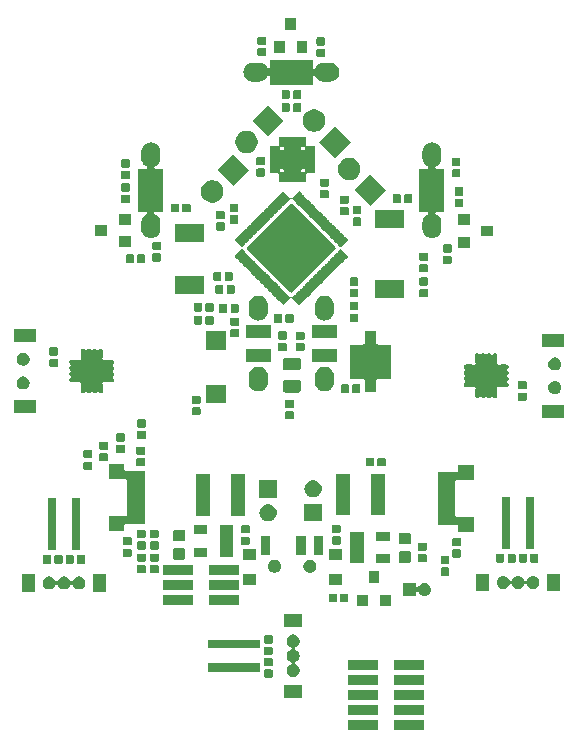
<source format=gts>
G04 #@! TF.GenerationSoftware,KiCad,Pcbnew,(5.0.1-3-g963ef8bb5)*
G04 #@! TF.CreationDate,2019-05-10T02:41:28+09:00*
G04 #@! TF.ProjectId,mouse_v2,6D6F7573655F76322E6B696361645F70,rev?*
G04 #@! TF.SameCoordinates,Original*
G04 #@! TF.FileFunction,Soldermask,Top*
G04 #@! TF.FilePolarity,Negative*
%FSLAX46Y46*%
G04 Gerber Fmt 4.6, Leading zero omitted, Abs format (unit mm)*
G04 Created by KiCad (PCBNEW (5.0.1-3-g963ef8bb5)) date 2019年05月10日 金曜日 02:41:28*
%MOMM*%
%LPD*%
G01*
G04 APERTURE LIST*
%ADD10C,0.100000*%
G04 APERTURE END LIST*
D10*
G36*
X162471000Y-142271000D02*
X159969000Y-142271000D01*
X159969000Y-141429000D01*
X162471000Y-141429000D01*
X162471000Y-142271000D01*
X162471000Y-142271000D01*
G37*
G36*
X158571000Y-142271000D02*
X156069000Y-142271000D01*
X156069000Y-141429000D01*
X158571000Y-141429000D01*
X158571000Y-142271000D01*
X158571000Y-142271000D01*
G37*
G36*
X162471000Y-141001000D02*
X159969000Y-141001000D01*
X159969000Y-140159000D01*
X162471000Y-140159000D01*
X162471000Y-141001000D01*
X162471000Y-141001000D01*
G37*
G36*
X158571000Y-141001000D02*
X156069000Y-141001000D01*
X156069000Y-140159000D01*
X158571000Y-140159000D01*
X158571000Y-141001000D01*
X158571000Y-141001000D01*
G37*
G36*
X158571000Y-139731000D02*
X156069000Y-139731000D01*
X156069000Y-138889000D01*
X158571000Y-138889000D01*
X158571000Y-139731000D01*
X158571000Y-139731000D01*
G37*
G36*
X162471000Y-139731000D02*
X159969000Y-139731000D01*
X159969000Y-138889000D01*
X162471000Y-138889000D01*
X162471000Y-139731000D01*
X162471000Y-139731000D01*
G37*
G36*
X152171000Y-139561000D02*
X150669000Y-139561000D01*
X150669000Y-138459000D01*
X152171000Y-138459000D01*
X152171000Y-139561000D01*
X152171000Y-139561000D01*
G37*
G36*
X158571000Y-138461000D02*
X156069000Y-138461000D01*
X156069000Y-137619000D01*
X158571000Y-137619000D01*
X158571000Y-138461000D01*
X158571000Y-138461000D01*
G37*
G36*
X162471000Y-138461000D02*
X159969000Y-138461000D01*
X159969000Y-137619000D01*
X162471000Y-137619000D01*
X162471000Y-138461000D01*
X162471000Y-138461000D01*
G37*
G36*
X149601938Y-137186716D02*
X149622556Y-137192970D01*
X149641556Y-137203126D01*
X149658208Y-137216792D01*
X149671874Y-137233444D01*
X149682030Y-137252444D01*
X149688284Y-137273062D01*
X149691000Y-137300640D01*
X149691000Y-137759360D01*
X149688284Y-137786938D01*
X149682030Y-137807556D01*
X149671874Y-137826556D01*
X149658208Y-137843208D01*
X149641556Y-137856874D01*
X149622556Y-137867030D01*
X149601938Y-137873284D01*
X149574360Y-137876000D01*
X149065640Y-137876000D01*
X149038062Y-137873284D01*
X149017444Y-137867030D01*
X148998444Y-137856874D01*
X148981792Y-137843208D01*
X148968126Y-137826556D01*
X148957970Y-137807556D01*
X148951716Y-137786938D01*
X148949000Y-137759360D01*
X148949000Y-137300640D01*
X148951716Y-137273062D01*
X148957970Y-137252444D01*
X148968126Y-137233444D01*
X148981792Y-137216792D01*
X148998444Y-137203126D01*
X149017444Y-137192970D01*
X149038062Y-137186716D01*
X149065640Y-137184000D01*
X149574360Y-137184000D01*
X149601938Y-137186716D01*
X149601938Y-137186716D01*
G37*
G36*
X151580721Y-134230174D02*
X151680995Y-134271709D01*
X151771245Y-134332012D01*
X151847988Y-134408755D01*
X151908291Y-134499005D01*
X151949826Y-134599279D01*
X151971000Y-134705730D01*
X151971000Y-134814270D01*
X151949826Y-134920721D01*
X151908291Y-135020995D01*
X151847988Y-135111245D01*
X151771245Y-135187988D01*
X151680995Y-135248291D01*
X151629756Y-135269515D01*
X151608145Y-135281066D01*
X151589203Y-135296612D01*
X151573657Y-135315554D01*
X151562106Y-135337165D01*
X151554993Y-135360614D01*
X151552591Y-135385000D01*
X151554993Y-135409386D01*
X151562106Y-135432835D01*
X151573657Y-135454446D01*
X151589203Y-135473388D01*
X151608145Y-135488934D01*
X151629756Y-135500485D01*
X151680995Y-135521709D01*
X151771245Y-135582012D01*
X151847988Y-135658755D01*
X151908291Y-135749005D01*
X151949826Y-135849279D01*
X151971000Y-135955730D01*
X151971000Y-136064270D01*
X151949826Y-136170721D01*
X151908291Y-136270995D01*
X151847988Y-136361245D01*
X151771245Y-136437988D01*
X151680995Y-136498291D01*
X151629756Y-136519515D01*
X151608145Y-136531066D01*
X151589203Y-136546612D01*
X151573657Y-136565554D01*
X151562106Y-136587165D01*
X151554993Y-136610614D01*
X151552591Y-136635000D01*
X151554993Y-136659386D01*
X151562106Y-136682835D01*
X151573657Y-136704446D01*
X151589203Y-136723388D01*
X151608145Y-136738934D01*
X151629756Y-136750485D01*
X151680995Y-136771709D01*
X151771245Y-136832012D01*
X151847988Y-136908755D01*
X151908291Y-136999005D01*
X151949826Y-137099279D01*
X151971000Y-137205730D01*
X151971000Y-137314270D01*
X151949826Y-137420721D01*
X151908291Y-137520995D01*
X151847988Y-137611245D01*
X151771245Y-137687988D01*
X151680995Y-137748291D01*
X151580721Y-137789826D01*
X151474270Y-137811000D01*
X151365730Y-137811000D01*
X151259279Y-137789826D01*
X151159005Y-137748291D01*
X151068755Y-137687988D01*
X150992012Y-137611245D01*
X150931709Y-137520995D01*
X150890174Y-137420721D01*
X150869000Y-137314270D01*
X150869000Y-137205730D01*
X150890174Y-137099279D01*
X150931709Y-136999005D01*
X150992012Y-136908755D01*
X151068755Y-136832012D01*
X151159005Y-136771709D01*
X151210244Y-136750485D01*
X151231855Y-136738934D01*
X151250797Y-136723388D01*
X151266343Y-136704446D01*
X151277894Y-136682835D01*
X151285007Y-136659386D01*
X151287409Y-136635000D01*
X151285007Y-136610614D01*
X151277894Y-136587165D01*
X151266343Y-136565554D01*
X151250797Y-136546612D01*
X151231855Y-136531066D01*
X151210244Y-136519515D01*
X151159005Y-136498291D01*
X151068755Y-136437988D01*
X150992012Y-136361245D01*
X150931709Y-136270995D01*
X150890174Y-136170721D01*
X150869000Y-136064270D01*
X150869000Y-135955730D01*
X150890174Y-135849279D01*
X150931709Y-135749005D01*
X150992012Y-135658755D01*
X151068755Y-135582012D01*
X151159005Y-135521709D01*
X151210244Y-135500485D01*
X151231855Y-135488934D01*
X151250797Y-135473388D01*
X151266343Y-135454446D01*
X151277894Y-135432835D01*
X151285007Y-135409386D01*
X151287409Y-135385000D01*
X151285007Y-135360614D01*
X151277894Y-135337165D01*
X151266343Y-135315554D01*
X151250797Y-135296612D01*
X151231855Y-135281066D01*
X151210244Y-135269515D01*
X151159005Y-135248291D01*
X151068755Y-135187988D01*
X150992012Y-135111245D01*
X150931709Y-135020995D01*
X150890174Y-134920721D01*
X150869000Y-134814270D01*
X150869000Y-134705730D01*
X150890174Y-134599279D01*
X150931709Y-134499005D01*
X150992012Y-134408755D01*
X151068755Y-134332012D01*
X151159005Y-134271709D01*
X151259279Y-134230174D01*
X151365730Y-134209000D01*
X151474270Y-134209000D01*
X151580721Y-134230174D01*
X151580721Y-134230174D01*
G37*
G36*
X148596000Y-137361000D02*
X144194000Y-137361000D01*
X144194000Y-136659000D01*
X148596000Y-136659000D01*
X148596000Y-137361000D01*
X148596000Y-137361000D01*
G37*
G36*
X162471000Y-137191000D02*
X159969000Y-137191000D01*
X159969000Y-136349000D01*
X162471000Y-136349000D01*
X162471000Y-137191000D01*
X162471000Y-137191000D01*
G37*
G36*
X158571000Y-137191000D02*
X156069000Y-137191000D01*
X156069000Y-136349000D01*
X158571000Y-136349000D01*
X158571000Y-137191000D01*
X158571000Y-137191000D01*
G37*
G36*
X149601938Y-136216716D02*
X149622556Y-136222970D01*
X149641556Y-136233126D01*
X149658208Y-136246792D01*
X149671874Y-136263444D01*
X149682030Y-136282444D01*
X149688284Y-136303062D01*
X149691000Y-136330640D01*
X149691000Y-136789360D01*
X149688284Y-136816938D01*
X149682030Y-136837556D01*
X149671874Y-136856556D01*
X149658208Y-136873208D01*
X149641556Y-136886874D01*
X149622556Y-136897030D01*
X149601938Y-136903284D01*
X149574360Y-136906000D01*
X149065640Y-136906000D01*
X149038062Y-136903284D01*
X149017444Y-136897030D01*
X148998444Y-136886874D01*
X148981792Y-136873208D01*
X148968126Y-136856556D01*
X148957970Y-136837556D01*
X148951716Y-136816938D01*
X148949000Y-136789360D01*
X148949000Y-136330640D01*
X148951716Y-136303062D01*
X148957970Y-136282444D01*
X148968126Y-136263444D01*
X148981792Y-136246792D01*
X148998444Y-136233126D01*
X149017444Y-136222970D01*
X149038062Y-136216716D01*
X149065640Y-136214000D01*
X149574360Y-136214000D01*
X149601938Y-136216716D01*
X149601938Y-136216716D01*
G37*
G36*
X149601938Y-135266716D02*
X149622556Y-135272970D01*
X149641556Y-135283126D01*
X149658208Y-135296792D01*
X149671874Y-135313444D01*
X149682030Y-135332444D01*
X149688284Y-135353062D01*
X149691000Y-135380640D01*
X149691000Y-135839360D01*
X149688284Y-135866938D01*
X149682030Y-135887556D01*
X149671874Y-135906556D01*
X149658208Y-135923208D01*
X149641556Y-135936874D01*
X149622556Y-135947030D01*
X149601938Y-135953284D01*
X149574360Y-135956000D01*
X149065640Y-135956000D01*
X149038062Y-135953284D01*
X149017444Y-135947030D01*
X148998444Y-135936874D01*
X148981792Y-135923208D01*
X148968126Y-135906556D01*
X148957970Y-135887556D01*
X148951716Y-135866938D01*
X148949000Y-135839360D01*
X148949000Y-135380640D01*
X148951716Y-135353062D01*
X148957970Y-135332444D01*
X148968126Y-135313444D01*
X148981792Y-135296792D01*
X148998444Y-135283126D01*
X149017444Y-135272970D01*
X149038062Y-135266716D01*
X149065640Y-135264000D01*
X149574360Y-135264000D01*
X149601938Y-135266716D01*
X149601938Y-135266716D01*
G37*
G36*
X148596000Y-135361000D02*
X144194000Y-135361000D01*
X144194000Y-134659000D01*
X148596000Y-134659000D01*
X148596000Y-135361000D01*
X148596000Y-135361000D01*
G37*
G36*
X149601938Y-134296716D02*
X149622556Y-134302970D01*
X149641556Y-134313126D01*
X149658208Y-134326792D01*
X149671874Y-134343444D01*
X149682030Y-134362444D01*
X149688284Y-134383062D01*
X149691000Y-134410640D01*
X149691000Y-134869360D01*
X149688284Y-134896938D01*
X149682030Y-134917556D01*
X149671874Y-134936556D01*
X149658208Y-134953208D01*
X149641556Y-134966874D01*
X149622556Y-134977030D01*
X149601938Y-134983284D01*
X149574360Y-134986000D01*
X149065640Y-134986000D01*
X149038062Y-134983284D01*
X149017444Y-134977030D01*
X148998444Y-134966874D01*
X148981792Y-134953208D01*
X148968126Y-134936556D01*
X148957970Y-134917556D01*
X148951716Y-134896938D01*
X148949000Y-134869360D01*
X148949000Y-134410640D01*
X148951716Y-134383062D01*
X148957970Y-134362444D01*
X148968126Y-134343444D01*
X148981792Y-134326792D01*
X148998444Y-134313126D01*
X149017444Y-134302970D01*
X149038062Y-134296716D01*
X149065640Y-134294000D01*
X149574360Y-134294000D01*
X149601938Y-134296716D01*
X149601938Y-134296716D01*
G37*
G36*
X152171000Y-133561000D02*
X150669000Y-133561000D01*
X150669000Y-132459000D01*
X152171000Y-132459000D01*
X152171000Y-133561000D01*
X152171000Y-133561000D01*
G37*
G36*
X159671000Y-131841000D02*
X158769000Y-131841000D01*
X158769000Y-130839000D01*
X159671000Y-130839000D01*
X159671000Y-131841000D01*
X159671000Y-131841000D01*
G37*
G36*
X157771000Y-131841000D02*
X156869000Y-131841000D01*
X156869000Y-130839000D01*
X157771000Y-130839000D01*
X157771000Y-131841000D01*
X157771000Y-131841000D01*
G37*
G36*
X146821000Y-131701000D02*
X144319000Y-131701000D01*
X144319000Y-130859000D01*
X146821000Y-130859000D01*
X146821000Y-131701000D01*
X146821000Y-131701000D01*
G37*
G36*
X142921000Y-131701000D02*
X140419000Y-131701000D01*
X140419000Y-130859000D01*
X142921000Y-130859000D01*
X142921000Y-131701000D01*
X142921000Y-131701000D01*
G37*
G36*
X155996938Y-130771716D02*
X156017556Y-130777970D01*
X156036556Y-130788126D01*
X156053208Y-130801792D01*
X156066874Y-130818444D01*
X156077030Y-130837444D01*
X156083284Y-130858062D01*
X156086000Y-130885640D01*
X156086000Y-131394360D01*
X156083284Y-131421938D01*
X156077030Y-131442556D01*
X156066874Y-131461556D01*
X156053208Y-131478208D01*
X156036556Y-131491874D01*
X156017556Y-131502030D01*
X155996938Y-131508284D01*
X155969360Y-131511000D01*
X155510640Y-131511000D01*
X155483062Y-131508284D01*
X155462444Y-131502030D01*
X155443444Y-131491874D01*
X155426792Y-131478208D01*
X155413126Y-131461556D01*
X155402970Y-131442556D01*
X155396716Y-131421938D01*
X155394000Y-131394360D01*
X155394000Y-130885640D01*
X155396716Y-130858062D01*
X155402970Y-130837444D01*
X155413126Y-130818444D01*
X155426792Y-130801792D01*
X155443444Y-130788126D01*
X155462444Y-130777970D01*
X155483062Y-130771716D01*
X155510640Y-130769000D01*
X155969360Y-130769000D01*
X155996938Y-130771716D01*
X155996938Y-130771716D01*
G37*
G36*
X155026938Y-130771716D02*
X155047556Y-130777970D01*
X155066556Y-130788126D01*
X155083208Y-130801792D01*
X155096874Y-130818444D01*
X155107030Y-130837444D01*
X155113284Y-130858062D01*
X155116000Y-130885640D01*
X155116000Y-131394360D01*
X155113284Y-131421938D01*
X155107030Y-131442556D01*
X155096874Y-131461556D01*
X155083208Y-131478208D01*
X155066556Y-131491874D01*
X155047556Y-131502030D01*
X155026938Y-131508284D01*
X154999360Y-131511000D01*
X154540640Y-131511000D01*
X154513062Y-131508284D01*
X154492444Y-131502030D01*
X154473444Y-131491874D01*
X154456792Y-131478208D01*
X154443126Y-131461556D01*
X154432970Y-131442556D01*
X154426716Y-131421938D01*
X154424000Y-131394360D01*
X154424000Y-130885640D01*
X154426716Y-130858062D01*
X154432970Y-130837444D01*
X154443126Y-130818444D01*
X154456792Y-130801792D01*
X154473444Y-130788126D01*
X154492444Y-130777970D01*
X154513062Y-130771716D01*
X154540640Y-130769000D01*
X154999360Y-130769000D01*
X155026938Y-130771716D01*
X155026938Y-130771716D01*
G37*
G36*
X161821000Y-130067262D02*
X161823402Y-130091648D01*
X161830515Y-130115097D01*
X161842066Y-130136708D01*
X161857612Y-130155650D01*
X161876554Y-130171196D01*
X161898165Y-130182747D01*
X161921614Y-130189860D01*
X161946000Y-130192262D01*
X161970386Y-130189860D01*
X161993835Y-130182747D01*
X162015446Y-130171196D01*
X162034388Y-130155650D01*
X162056236Y-130126192D01*
X162079644Y-130082400D01*
X162148499Y-129998499D01*
X162232400Y-129929644D01*
X162328121Y-129878479D01*
X162431985Y-129846973D01*
X162512933Y-129839000D01*
X162567067Y-129839000D01*
X162648015Y-129846973D01*
X162751879Y-129878479D01*
X162847600Y-129929644D01*
X162931501Y-129998499D01*
X163000356Y-130082400D01*
X163051521Y-130178121D01*
X163083027Y-130281985D01*
X163093666Y-130390000D01*
X163083027Y-130498015D01*
X163051521Y-130601879D01*
X163000356Y-130697600D01*
X162931501Y-130781501D01*
X162847600Y-130850356D01*
X162751879Y-130901521D01*
X162648015Y-130933027D01*
X162567067Y-130941000D01*
X162512933Y-130941000D01*
X162431985Y-130933027D01*
X162328121Y-130901521D01*
X162232400Y-130850356D01*
X162148499Y-130781501D01*
X162079644Y-130697600D01*
X162056234Y-130653805D01*
X162042626Y-130633439D01*
X162025299Y-130616111D01*
X162004924Y-130602498D01*
X161982285Y-130593120D01*
X161958252Y-130588340D01*
X161933748Y-130588340D01*
X161909714Y-130593121D01*
X161887075Y-130602498D01*
X161866701Y-130616112D01*
X161849373Y-130633439D01*
X161835760Y-130653814D01*
X161826382Y-130676453D01*
X161821000Y-130712738D01*
X161821000Y-130941000D01*
X160719000Y-130941000D01*
X160719000Y-129839000D01*
X161821000Y-129839000D01*
X161821000Y-130067262D01*
X161821000Y-130067262D01*
G37*
G36*
X135571000Y-130611000D02*
X134469000Y-130611000D01*
X134469000Y-129109000D01*
X135571000Y-129109000D01*
X135571000Y-130611000D01*
X135571000Y-130611000D01*
G37*
G36*
X129571000Y-130611000D02*
X128469000Y-130611000D01*
X128469000Y-129109000D01*
X129571000Y-129109000D01*
X129571000Y-130611000D01*
X129571000Y-130611000D01*
G37*
G36*
X174021000Y-130561000D02*
X172919000Y-130561000D01*
X172919000Y-129059000D01*
X174021000Y-129059000D01*
X174021000Y-130561000D01*
X174021000Y-130561000D01*
G37*
G36*
X168021000Y-130561000D02*
X166919000Y-130561000D01*
X166919000Y-129059000D01*
X168021000Y-129059000D01*
X168021000Y-130561000D01*
X168021000Y-130561000D01*
G37*
G36*
X146821000Y-130431000D02*
X144319000Y-130431000D01*
X144319000Y-129589000D01*
X146821000Y-129589000D01*
X146821000Y-130431000D01*
X146821000Y-130431000D01*
G37*
G36*
X142921000Y-130431000D02*
X140419000Y-130431000D01*
X140419000Y-129589000D01*
X142921000Y-129589000D01*
X142921000Y-130431000D01*
X142921000Y-130431000D01*
G37*
G36*
X130930721Y-129330174D02*
X131030995Y-129371709D01*
X131121245Y-129432012D01*
X131197988Y-129508755D01*
X131258291Y-129599005D01*
X131279515Y-129650244D01*
X131291066Y-129671855D01*
X131306612Y-129690797D01*
X131325554Y-129706343D01*
X131347165Y-129717894D01*
X131370614Y-129725007D01*
X131395000Y-129727409D01*
X131419386Y-129725007D01*
X131442835Y-129717894D01*
X131464446Y-129706343D01*
X131483388Y-129690797D01*
X131498934Y-129671855D01*
X131510485Y-129650244D01*
X131531709Y-129599005D01*
X131592012Y-129508755D01*
X131668755Y-129432012D01*
X131759005Y-129371709D01*
X131859279Y-129330174D01*
X131965730Y-129309000D01*
X132074270Y-129309000D01*
X132180721Y-129330174D01*
X132280995Y-129371709D01*
X132371245Y-129432012D01*
X132447988Y-129508755D01*
X132508291Y-129599005D01*
X132529515Y-129650244D01*
X132541066Y-129671855D01*
X132556612Y-129690797D01*
X132575554Y-129706343D01*
X132597165Y-129717894D01*
X132620614Y-129725007D01*
X132645000Y-129727409D01*
X132669386Y-129725007D01*
X132692835Y-129717894D01*
X132714446Y-129706343D01*
X132733388Y-129690797D01*
X132748934Y-129671855D01*
X132760485Y-129650244D01*
X132781709Y-129599005D01*
X132842012Y-129508755D01*
X132918755Y-129432012D01*
X133009005Y-129371709D01*
X133109279Y-129330174D01*
X133215730Y-129309000D01*
X133324270Y-129309000D01*
X133430721Y-129330174D01*
X133530995Y-129371709D01*
X133621245Y-129432012D01*
X133697988Y-129508755D01*
X133758291Y-129599005D01*
X133799826Y-129699279D01*
X133821000Y-129805730D01*
X133821000Y-129914270D01*
X133799826Y-130020721D01*
X133758291Y-130120995D01*
X133697988Y-130211245D01*
X133621245Y-130287988D01*
X133530995Y-130348291D01*
X133430721Y-130389826D01*
X133324270Y-130411000D01*
X133215730Y-130411000D01*
X133109279Y-130389826D01*
X133009005Y-130348291D01*
X132918755Y-130287988D01*
X132842012Y-130211245D01*
X132781709Y-130120995D01*
X132760485Y-130069756D01*
X132748934Y-130048145D01*
X132733388Y-130029203D01*
X132714446Y-130013657D01*
X132692835Y-130002106D01*
X132669386Y-129994993D01*
X132645000Y-129992591D01*
X132620614Y-129994993D01*
X132597165Y-130002106D01*
X132575554Y-130013657D01*
X132556612Y-130029203D01*
X132541066Y-130048145D01*
X132529515Y-130069756D01*
X132508291Y-130120995D01*
X132447988Y-130211245D01*
X132371245Y-130287988D01*
X132280995Y-130348291D01*
X132180721Y-130389826D01*
X132074270Y-130411000D01*
X131965730Y-130411000D01*
X131859279Y-130389826D01*
X131759005Y-130348291D01*
X131668755Y-130287988D01*
X131592012Y-130211245D01*
X131531709Y-130120995D01*
X131510485Y-130069756D01*
X131498934Y-130048145D01*
X131483388Y-130029203D01*
X131464446Y-130013657D01*
X131442835Y-130002106D01*
X131419386Y-129994993D01*
X131395000Y-129992591D01*
X131370614Y-129994993D01*
X131347165Y-130002106D01*
X131325554Y-130013657D01*
X131306612Y-130029203D01*
X131291066Y-130048145D01*
X131279515Y-130069756D01*
X131258291Y-130120995D01*
X131197988Y-130211245D01*
X131121245Y-130287988D01*
X131030995Y-130348291D01*
X130930721Y-130389826D01*
X130824270Y-130411000D01*
X130715730Y-130411000D01*
X130609279Y-130389826D01*
X130509005Y-130348291D01*
X130418755Y-130287988D01*
X130342012Y-130211245D01*
X130281709Y-130120995D01*
X130240174Y-130020721D01*
X130219000Y-129914270D01*
X130219000Y-129805730D01*
X130240174Y-129699279D01*
X130281709Y-129599005D01*
X130342012Y-129508755D01*
X130418755Y-129432012D01*
X130509005Y-129371709D01*
X130609279Y-129330174D01*
X130715730Y-129309000D01*
X130824270Y-129309000D01*
X130930721Y-129330174D01*
X130930721Y-129330174D01*
G37*
G36*
X169380721Y-129280174D02*
X169480995Y-129321709D01*
X169571245Y-129382012D01*
X169647988Y-129458755D01*
X169708291Y-129549005D01*
X169729515Y-129600244D01*
X169741066Y-129621855D01*
X169756612Y-129640797D01*
X169775554Y-129656343D01*
X169797165Y-129667894D01*
X169820614Y-129675007D01*
X169845000Y-129677409D01*
X169869386Y-129675007D01*
X169892835Y-129667894D01*
X169914446Y-129656343D01*
X169933388Y-129640797D01*
X169948934Y-129621855D01*
X169960485Y-129600244D01*
X169981709Y-129549005D01*
X170042012Y-129458755D01*
X170118755Y-129382012D01*
X170209005Y-129321709D01*
X170309279Y-129280174D01*
X170415730Y-129259000D01*
X170524270Y-129259000D01*
X170630721Y-129280174D01*
X170730995Y-129321709D01*
X170821245Y-129382012D01*
X170897988Y-129458755D01*
X170958291Y-129549005D01*
X170979515Y-129600244D01*
X170991066Y-129621855D01*
X171006612Y-129640797D01*
X171025554Y-129656343D01*
X171047165Y-129667894D01*
X171070614Y-129675007D01*
X171095000Y-129677409D01*
X171119386Y-129675007D01*
X171142835Y-129667894D01*
X171164446Y-129656343D01*
X171183388Y-129640797D01*
X171198934Y-129621855D01*
X171210485Y-129600244D01*
X171231709Y-129549005D01*
X171292012Y-129458755D01*
X171368755Y-129382012D01*
X171459005Y-129321709D01*
X171559279Y-129280174D01*
X171665730Y-129259000D01*
X171774270Y-129259000D01*
X171880721Y-129280174D01*
X171980995Y-129321709D01*
X172071245Y-129382012D01*
X172147988Y-129458755D01*
X172208291Y-129549005D01*
X172249826Y-129649279D01*
X172271000Y-129755730D01*
X172271000Y-129864270D01*
X172249826Y-129970721D01*
X172208291Y-130070995D01*
X172147988Y-130161245D01*
X172071245Y-130237988D01*
X171980995Y-130298291D01*
X171880721Y-130339826D01*
X171774270Y-130361000D01*
X171665730Y-130361000D01*
X171559279Y-130339826D01*
X171459005Y-130298291D01*
X171368755Y-130237988D01*
X171292012Y-130161245D01*
X171231709Y-130070995D01*
X171210485Y-130019756D01*
X171198934Y-129998145D01*
X171183388Y-129979203D01*
X171164446Y-129963657D01*
X171142835Y-129952106D01*
X171119386Y-129944993D01*
X171095000Y-129942591D01*
X171070614Y-129944993D01*
X171047165Y-129952106D01*
X171025554Y-129963657D01*
X171006612Y-129979203D01*
X170991066Y-129998145D01*
X170979515Y-130019756D01*
X170958291Y-130070995D01*
X170897988Y-130161245D01*
X170821245Y-130237988D01*
X170730995Y-130298291D01*
X170630721Y-130339826D01*
X170524270Y-130361000D01*
X170415730Y-130361000D01*
X170309279Y-130339826D01*
X170209005Y-130298291D01*
X170118755Y-130237988D01*
X170042012Y-130161245D01*
X169981709Y-130070995D01*
X169960485Y-130019756D01*
X169948934Y-129998145D01*
X169933388Y-129979203D01*
X169914446Y-129963657D01*
X169892835Y-129952106D01*
X169869386Y-129944993D01*
X169845000Y-129942591D01*
X169820614Y-129944993D01*
X169797165Y-129952106D01*
X169775554Y-129963657D01*
X169756612Y-129979203D01*
X169741066Y-129998145D01*
X169729515Y-130019756D01*
X169708291Y-130070995D01*
X169647988Y-130161245D01*
X169571245Y-130237988D01*
X169480995Y-130298291D01*
X169380721Y-130339826D01*
X169274270Y-130361000D01*
X169165730Y-130361000D01*
X169059279Y-130339826D01*
X168959005Y-130298291D01*
X168868755Y-130237988D01*
X168792012Y-130161245D01*
X168731709Y-130070995D01*
X168690174Y-129970721D01*
X168669000Y-129864270D01*
X168669000Y-129755730D01*
X168690174Y-129649279D01*
X168731709Y-129549005D01*
X168792012Y-129458755D01*
X168868755Y-129382012D01*
X168959005Y-129321709D01*
X169059279Y-129280174D01*
X169165730Y-129259000D01*
X169274270Y-129259000D01*
X169380721Y-129280174D01*
X169380721Y-129280174D01*
G37*
G36*
X155541000Y-129991000D02*
X154439000Y-129991000D01*
X154439000Y-129089000D01*
X155541000Y-129089000D01*
X155541000Y-129991000D01*
X155541000Y-129991000D01*
G37*
G36*
X148241000Y-129991000D02*
X147139000Y-129991000D01*
X147139000Y-129089000D01*
X148241000Y-129089000D01*
X148241000Y-129991000D01*
X148241000Y-129991000D01*
G37*
G36*
X158721000Y-129841000D02*
X157819000Y-129841000D01*
X157819000Y-128839000D01*
X158721000Y-128839000D01*
X158721000Y-129841000D01*
X158721000Y-129841000D01*
G37*
G36*
X164551938Y-128546716D02*
X164572556Y-128552970D01*
X164591556Y-128563126D01*
X164608208Y-128576792D01*
X164621874Y-128593444D01*
X164632030Y-128612444D01*
X164638284Y-128633062D01*
X164641000Y-128660640D01*
X164641000Y-129119360D01*
X164638284Y-129146938D01*
X164632030Y-129167556D01*
X164621874Y-129186556D01*
X164608208Y-129203208D01*
X164591556Y-129216874D01*
X164572556Y-129227030D01*
X164551938Y-129233284D01*
X164524360Y-129236000D01*
X164015640Y-129236000D01*
X163988062Y-129233284D01*
X163967444Y-129227030D01*
X163948444Y-129216874D01*
X163931792Y-129203208D01*
X163918126Y-129186556D01*
X163907970Y-129167556D01*
X163901716Y-129146938D01*
X163899000Y-129119360D01*
X163899000Y-128660640D01*
X163901716Y-128633062D01*
X163907970Y-128612444D01*
X163918126Y-128593444D01*
X163931792Y-128576792D01*
X163948444Y-128563126D01*
X163967444Y-128552970D01*
X163988062Y-128546716D01*
X164015640Y-128544000D01*
X164524360Y-128544000D01*
X164551938Y-128546716D01*
X164551938Y-128546716D01*
G37*
G36*
X142921000Y-129161000D02*
X140419000Y-129161000D01*
X140419000Y-128319000D01*
X142921000Y-128319000D01*
X142921000Y-129161000D01*
X142921000Y-129161000D01*
G37*
G36*
X146821000Y-129161000D02*
X144319000Y-129161000D01*
X144319000Y-128319000D01*
X146821000Y-128319000D01*
X146821000Y-129161000D01*
X146821000Y-129161000D01*
G37*
G36*
X138851938Y-128336716D02*
X138872556Y-128342970D01*
X138891556Y-128353126D01*
X138908208Y-128366792D01*
X138921874Y-128383444D01*
X138932030Y-128402444D01*
X138938284Y-128423062D01*
X138941000Y-128450640D01*
X138941000Y-128909360D01*
X138938284Y-128936938D01*
X138932030Y-128957556D01*
X138921874Y-128976556D01*
X138908208Y-128993208D01*
X138891556Y-129006874D01*
X138872556Y-129017030D01*
X138851938Y-129023284D01*
X138824360Y-129026000D01*
X138315640Y-129026000D01*
X138288062Y-129023284D01*
X138267444Y-129017030D01*
X138248444Y-129006874D01*
X138231792Y-128993208D01*
X138218126Y-128976556D01*
X138207970Y-128957556D01*
X138201716Y-128936938D01*
X138199000Y-128909360D01*
X138199000Y-128450640D01*
X138201716Y-128423062D01*
X138207970Y-128402444D01*
X138218126Y-128383444D01*
X138231792Y-128366792D01*
X138248444Y-128353126D01*
X138267444Y-128342970D01*
X138288062Y-128336716D01*
X138315640Y-128334000D01*
X138824360Y-128334000D01*
X138851938Y-128336716D01*
X138851938Y-128336716D01*
G37*
G36*
X139951938Y-128336716D02*
X139972556Y-128342970D01*
X139991556Y-128353126D01*
X140008208Y-128366792D01*
X140021874Y-128383444D01*
X140032030Y-128402444D01*
X140038284Y-128423062D01*
X140041000Y-128450640D01*
X140041000Y-128909360D01*
X140038284Y-128936938D01*
X140032030Y-128957556D01*
X140021874Y-128976556D01*
X140008208Y-128993208D01*
X139991556Y-129006874D01*
X139972556Y-129017030D01*
X139951938Y-129023284D01*
X139924360Y-129026000D01*
X139415640Y-129026000D01*
X139388062Y-129023284D01*
X139367444Y-129017030D01*
X139348444Y-129006874D01*
X139331792Y-128993208D01*
X139318126Y-128976556D01*
X139307970Y-128957556D01*
X139301716Y-128936938D01*
X139299000Y-128909360D01*
X139299000Y-128450640D01*
X139301716Y-128423062D01*
X139307970Y-128402444D01*
X139318126Y-128383444D01*
X139331792Y-128366792D01*
X139348444Y-128353126D01*
X139367444Y-128342970D01*
X139388062Y-128336716D01*
X139415640Y-128334000D01*
X139924360Y-128334000D01*
X139951938Y-128336716D01*
X139951938Y-128336716D01*
G37*
G36*
X153000721Y-127910174D02*
X153100995Y-127951709D01*
X153191245Y-128012012D01*
X153267988Y-128088755D01*
X153328291Y-128179005D01*
X153369826Y-128279279D01*
X153391000Y-128385730D01*
X153391000Y-128494270D01*
X153369826Y-128600721D01*
X153328291Y-128700995D01*
X153267988Y-128791245D01*
X153191245Y-128867988D01*
X153100995Y-128928291D01*
X153000721Y-128969826D01*
X152894270Y-128991000D01*
X152785730Y-128991000D01*
X152679279Y-128969826D01*
X152579005Y-128928291D01*
X152488755Y-128867988D01*
X152412012Y-128791245D01*
X152351709Y-128700995D01*
X152310174Y-128600721D01*
X152289000Y-128494270D01*
X152289000Y-128385730D01*
X152310174Y-128279279D01*
X152351709Y-128179005D01*
X152412012Y-128088755D01*
X152488755Y-128012012D01*
X152579005Y-127951709D01*
X152679279Y-127910174D01*
X152785730Y-127889000D01*
X152894270Y-127889000D01*
X153000721Y-127910174D01*
X153000721Y-127910174D01*
G37*
G36*
X150000721Y-127910174D02*
X150100995Y-127951709D01*
X150191245Y-128012012D01*
X150267988Y-128088755D01*
X150328291Y-128179005D01*
X150369826Y-128279279D01*
X150391000Y-128385730D01*
X150391000Y-128494270D01*
X150369826Y-128600721D01*
X150328291Y-128700995D01*
X150267988Y-128791245D01*
X150191245Y-128867988D01*
X150100995Y-128928291D01*
X150000721Y-128969826D01*
X149894270Y-128991000D01*
X149785730Y-128991000D01*
X149679279Y-128969826D01*
X149579005Y-128928291D01*
X149488755Y-128867988D01*
X149412012Y-128791245D01*
X149351709Y-128700995D01*
X149310174Y-128600721D01*
X149289000Y-128494270D01*
X149289000Y-128385730D01*
X149310174Y-128279279D01*
X149351709Y-128179005D01*
X149412012Y-128088755D01*
X149488755Y-128012012D01*
X149579005Y-127951709D01*
X149679279Y-127910174D01*
X149785730Y-127889000D01*
X149894270Y-127889000D01*
X150000721Y-127910174D01*
X150000721Y-127910174D01*
G37*
G36*
X164551938Y-127576716D02*
X164572556Y-127582970D01*
X164591556Y-127593126D01*
X164608208Y-127606792D01*
X164621874Y-127623444D01*
X164632030Y-127642444D01*
X164638284Y-127663062D01*
X164641000Y-127690640D01*
X164641000Y-128149360D01*
X164638284Y-128176938D01*
X164632030Y-128197556D01*
X164621874Y-128216556D01*
X164608208Y-128233208D01*
X164591556Y-128246874D01*
X164572556Y-128257030D01*
X164551938Y-128263284D01*
X164524360Y-128266000D01*
X164015640Y-128266000D01*
X163988062Y-128263284D01*
X163967444Y-128257030D01*
X163948444Y-128246874D01*
X163931792Y-128233208D01*
X163918126Y-128216556D01*
X163907970Y-128197556D01*
X163901716Y-128176938D01*
X163899000Y-128149360D01*
X163899000Y-127690640D01*
X163901716Y-127663062D01*
X163907970Y-127642444D01*
X163918126Y-127623444D01*
X163931792Y-127606792D01*
X163948444Y-127593126D01*
X163967444Y-127582970D01*
X163988062Y-127576716D01*
X164015640Y-127574000D01*
X164524360Y-127574000D01*
X164551938Y-127576716D01*
X164551938Y-127576716D01*
G37*
G36*
X131811938Y-127491716D02*
X131832556Y-127497970D01*
X131851556Y-127508126D01*
X131868208Y-127521792D01*
X131881874Y-127538444D01*
X131892030Y-127557444D01*
X131898284Y-127578062D01*
X131901000Y-127605640D01*
X131901000Y-128114360D01*
X131898284Y-128141938D01*
X131892030Y-128162556D01*
X131881874Y-128181556D01*
X131868208Y-128198208D01*
X131851556Y-128211874D01*
X131832556Y-128222030D01*
X131811938Y-128228284D01*
X131784360Y-128231000D01*
X131325640Y-128231000D01*
X131298062Y-128228284D01*
X131277444Y-128222030D01*
X131258444Y-128211874D01*
X131241792Y-128198208D01*
X131228126Y-128181556D01*
X131217970Y-128162556D01*
X131211716Y-128141938D01*
X131209000Y-128114360D01*
X131209000Y-127605640D01*
X131211716Y-127578062D01*
X131217970Y-127557444D01*
X131228126Y-127538444D01*
X131241792Y-127521792D01*
X131258444Y-127508126D01*
X131277444Y-127497970D01*
X131298062Y-127491716D01*
X131325640Y-127489000D01*
X131784360Y-127489000D01*
X131811938Y-127491716D01*
X131811938Y-127491716D01*
G37*
G36*
X130841938Y-127491716D02*
X130862556Y-127497970D01*
X130881556Y-127508126D01*
X130898208Y-127521792D01*
X130911874Y-127538444D01*
X130922030Y-127557444D01*
X130928284Y-127578062D01*
X130931000Y-127605640D01*
X130931000Y-128114360D01*
X130928284Y-128141938D01*
X130922030Y-128162556D01*
X130911874Y-128181556D01*
X130898208Y-128198208D01*
X130881556Y-128211874D01*
X130862556Y-128222030D01*
X130841938Y-128228284D01*
X130814360Y-128231000D01*
X130355640Y-128231000D01*
X130328062Y-128228284D01*
X130307444Y-128222030D01*
X130288444Y-128211874D01*
X130271792Y-128198208D01*
X130258126Y-128181556D01*
X130247970Y-128162556D01*
X130241716Y-128141938D01*
X130239000Y-128114360D01*
X130239000Y-127605640D01*
X130241716Y-127578062D01*
X130247970Y-127557444D01*
X130258126Y-127538444D01*
X130271792Y-127521792D01*
X130288444Y-127508126D01*
X130307444Y-127497970D01*
X130328062Y-127491716D01*
X130355640Y-127489000D01*
X130814360Y-127489000D01*
X130841938Y-127491716D01*
X130841938Y-127491716D01*
G37*
G36*
X133726938Y-127491716D02*
X133747556Y-127497970D01*
X133766556Y-127508126D01*
X133783208Y-127521792D01*
X133796874Y-127538444D01*
X133807030Y-127557444D01*
X133813284Y-127578062D01*
X133816000Y-127605640D01*
X133816000Y-128114360D01*
X133813284Y-128141938D01*
X133807030Y-128162556D01*
X133796874Y-128181556D01*
X133783208Y-128198208D01*
X133766556Y-128211874D01*
X133747556Y-128222030D01*
X133726938Y-128228284D01*
X133699360Y-128231000D01*
X133240640Y-128231000D01*
X133213062Y-128228284D01*
X133192444Y-128222030D01*
X133173444Y-128211874D01*
X133156792Y-128198208D01*
X133143126Y-128181556D01*
X133132970Y-128162556D01*
X133126716Y-128141938D01*
X133124000Y-128114360D01*
X133124000Y-127605640D01*
X133126716Y-127578062D01*
X133132970Y-127557444D01*
X133143126Y-127538444D01*
X133156792Y-127521792D01*
X133173444Y-127508126D01*
X133192444Y-127497970D01*
X133213062Y-127491716D01*
X133240640Y-127489000D01*
X133699360Y-127489000D01*
X133726938Y-127491716D01*
X133726938Y-127491716D01*
G37*
G36*
X132756938Y-127491716D02*
X132777556Y-127497970D01*
X132796556Y-127508126D01*
X132813208Y-127521792D01*
X132826874Y-127538444D01*
X132837030Y-127557444D01*
X132843284Y-127578062D01*
X132846000Y-127605640D01*
X132846000Y-128114360D01*
X132843284Y-128141938D01*
X132837030Y-128162556D01*
X132826874Y-128181556D01*
X132813208Y-128198208D01*
X132796556Y-128211874D01*
X132777556Y-128222030D01*
X132756938Y-128228284D01*
X132729360Y-128231000D01*
X132270640Y-128231000D01*
X132243062Y-128228284D01*
X132222444Y-128222030D01*
X132203444Y-128211874D01*
X132186792Y-128198208D01*
X132173126Y-128181556D01*
X132162970Y-128162556D01*
X132156716Y-128141938D01*
X132154000Y-128114360D01*
X132154000Y-127605640D01*
X132156716Y-127578062D01*
X132162970Y-127557444D01*
X132173126Y-127538444D01*
X132186792Y-127521792D01*
X132203444Y-127508126D01*
X132222444Y-127497970D01*
X132243062Y-127491716D01*
X132270640Y-127489000D01*
X132729360Y-127489000D01*
X132756938Y-127491716D01*
X132756938Y-127491716D01*
G37*
G36*
X159601000Y-128166000D02*
X158439000Y-128166000D01*
X158439000Y-127414000D01*
X159601000Y-127414000D01*
X159601000Y-128166000D01*
X159601000Y-128166000D01*
G37*
G36*
X157401000Y-128166000D02*
X156239000Y-128166000D01*
X156239000Y-125514000D01*
X157401000Y-125514000D01*
X157401000Y-128166000D01*
X157401000Y-128166000D01*
G37*
G36*
X161249591Y-127180585D02*
X161283569Y-127190893D01*
X161314887Y-127207633D01*
X161342339Y-127230161D01*
X161364867Y-127257613D01*
X161381607Y-127288931D01*
X161391915Y-127322909D01*
X161396000Y-127364390D01*
X161396000Y-127965610D01*
X161391915Y-128007091D01*
X161381607Y-128041069D01*
X161364867Y-128072387D01*
X161342339Y-128099839D01*
X161314887Y-128122367D01*
X161283569Y-128139107D01*
X161249591Y-128149415D01*
X161208110Y-128153500D01*
X160531890Y-128153500D01*
X160490409Y-128149415D01*
X160456431Y-128139107D01*
X160425113Y-128122367D01*
X160397661Y-128099839D01*
X160375133Y-128072387D01*
X160358393Y-128041069D01*
X160348085Y-128007091D01*
X160344000Y-127965610D01*
X160344000Y-127364390D01*
X160348085Y-127322909D01*
X160358393Y-127288931D01*
X160375133Y-127257613D01*
X160397661Y-127230161D01*
X160425113Y-127207633D01*
X160456431Y-127190893D01*
X160490409Y-127180585D01*
X160531890Y-127176500D01*
X161208110Y-127176500D01*
X161249591Y-127180585D01*
X161249591Y-127180585D01*
G37*
G36*
X169206938Y-127391716D02*
X169227556Y-127397970D01*
X169246556Y-127408126D01*
X169263208Y-127421792D01*
X169276874Y-127438444D01*
X169287030Y-127457444D01*
X169293284Y-127478062D01*
X169296000Y-127505640D01*
X169296000Y-128014360D01*
X169293284Y-128041938D01*
X169287030Y-128062556D01*
X169276874Y-128081556D01*
X169263208Y-128098208D01*
X169246556Y-128111874D01*
X169227556Y-128122030D01*
X169206938Y-128128284D01*
X169179360Y-128131000D01*
X168720640Y-128131000D01*
X168693062Y-128128284D01*
X168672444Y-128122030D01*
X168653444Y-128111874D01*
X168636792Y-128098208D01*
X168623126Y-128081556D01*
X168612970Y-128062556D01*
X168606716Y-128041938D01*
X168604000Y-128014360D01*
X168604000Y-127505640D01*
X168606716Y-127478062D01*
X168612970Y-127457444D01*
X168623126Y-127438444D01*
X168636792Y-127421792D01*
X168653444Y-127408126D01*
X168672444Y-127397970D01*
X168693062Y-127391716D01*
X168720640Y-127389000D01*
X169179360Y-127389000D01*
X169206938Y-127391716D01*
X169206938Y-127391716D01*
G37*
G36*
X170176938Y-127391716D02*
X170197556Y-127397970D01*
X170216556Y-127408126D01*
X170233208Y-127421792D01*
X170246874Y-127438444D01*
X170257030Y-127457444D01*
X170263284Y-127478062D01*
X170266000Y-127505640D01*
X170266000Y-128014360D01*
X170263284Y-128041938D01*
X170257030Y-128062556D01*
X170246874Y-128081556D01*
X170233208Y-128098208D01*
X170216556Y-128111874D01*
X170197556Y-128122030D01*
X170176938Y-128128284D01*
X170149360Y-128131000D01*
X169690640Y-128131000D01*
X169663062Y-128128284D01*
X169642444Y-128122030D01*
X169623444Y-128111874D01*
X169606792Y-128098208D01*
X169593126Y-128081556D01*
X169582970Y-128062556D01*
X169576716Y-128041938D01*
X169574000Y-128014360D01*
X169574000Y-127505640D01*
X169576716Y-127478062D01*
X169582970Y-127457444D01*
X169593126Y-127438444D01*
X169606792Y-127421792D01*
X169623444Y-127408126D01*
X169642444Y-127397970D01*
X169663062Y-127391716D01*
X169690640Y-127389000D01*
X170149360Y-127389000D01*
X170176938Y-127391716D01*
X170176938Y-127391716D01*
G37*
G36*
X172096938Y-127391716D02*
X172117556Y-127397970D01*
X172136556Y-127408126D01*
X172153208Y-127421792D01*
X172166874Y-127438444D01*
X172177030Y-127457444D01*
X172183284Y-127478062D01*
X172186000Y-127505640D01*
X172186000Y-128014360D01*
X172183284Y-128041938D01*
X172177030Y-128062556D01*
X172166874Y-128081556D01*
X172153208Y-128098208D01*
X172136556Y-128111874D01*
X172117556Y-128122030D01*
X172096938Y-128128284D01*
X172069360Y-128131000D01*
X171610640Y-128131000D01*
X171583062Y-128128284D01*
X171562444Y-128122030D01*
X171543444Y-128111874D01*
X171526792Y-128098208D01*
X171513126Y-128081556D01*
X171502970Y-128062556D01*
X171496716Y-128041938D01*
X171494000Y-128014360D01*
X171494000Y-127505640D01*
X171496716Y-127478062D01*
X171502970Y-127457444D01*
X171513126Y-127438444D01*
X171526792Y-127421792D01*
X171543444Y-127408126D01*
X171562444Y-127397970D01*
X171583062Y-127391716D01*
X171610640Y-127389000D01*
X172069360Y-127389000D01*
X172096938Y-127391716D01*
X172096938Y-127391716D01*
G37*
G36*
X171126938Y-127391716D02*
X171147556Y-127397970D01*
X171166556Y-127408126D01*
X171183208Y-127421792D01*
X171196874Y-127438444D01*
X171207030Y-127457444D01*
X171213284Y-127478062D01*
X171216000Y-127505640D01*
X171216000Y-128014360D01*
X171213284Y-128041938D01*
X171207030Y-128062556D01*
X171196874Y-128081556D01*
X171183208Y-128098208D01*
X171166556Y-128111874D01*
X171147556Y-128122030D01*
X171126938Y-128128284D01*
X171099360Y-128131000D01*
X170640640Y-128131000D01*
X170613062Y-128128284D01*
X170592444Y-128122030D01*
X170573444Y-128111874D01*
X170556792Y-128098208D01*
X170543126Y-128081556D01*
X170532970Y-128062556D01*
X170526716Y-128041938D01*
X170524000Y-128014360D01*
X170524000Y-127505640D01*
X170526716Y-127478062D01*
X170532970Y-127457444D01*
X170543126Y-127438444D01*
X170556792Y-127421792D01*
X170573444Y-127408126D01*
X170592444Y-127397970D01*
X170613062Y-127391716D01*
X170640640Y-127389000D01*
X171099360Y-127389000D01*
X171126938Y-127391716D01*
X171126938Y-127391716D01*
G37*
G36*
X162651938Y-127416716D02*
X162672556Y-127422970D01*
X162691556Y-127433126D01*
X162708208Y-127446792D01*
X162721874Y-127463444D01*
X162732030Y-127482444D01*
X162738284Y-127503062D01*
X162741000Y-127530640D01*
X162741000Y-127989360D01*
X162738284Y-128016938D01*
X162732030Y-128037556D01*
X162721874Y-128056556D01*
X162708208Y-128073208D01*
X162691556Y-128086874D01*
X162672556Y-128097030D01*
X162651938Y-128103284D01*
X162624360Y-128106000D01*
X162115640Y-128106000D01*
X162088062Y-128103284D01*
X162067444Y-128097030D01*
X162048444Y-128086874D01*
X162031792Y-128073208D01*
X162018126Y-128056556D01*
X162007970Y-128037556D01*
X162001716Y-128016938D01*
X161999000Y-127989360D01*
X161999000Y-127530640D01*
X162001716Y-127503062D01*
X162007970Y-127482444D01*
X162018126Y-127463444D01*
X162031792Y-127446792D01*
X162048444Y-127433126D01*
X162067444Y-127422970D01*
X162088062Y-127416716D01*
X162115640Y-127414000D01*
X162624360Y-127414000D01*
X162651938Y-127416716D01*
X162651938Y-127416716D01*
G37*
G36*
X138851938Y-127366716D02*
X138872556Y-127372970D01*
X138891556Y-127383126D01*
X138908208Y-127396792D01*
X138921874Y-127413444D01*
X138932030Y-127432444D01*
X138938284Y-127453062D01*
X138941000Y-127480640D01*
X138941000Y-127939360D01*
X138938284Y-127966938D01*
X138932030Y-127987556D01*
X138921874Y-128006556D01*
X138908208Y-128023208D01*
X138891556Y-128036874D01*
X138872556Y-128047030D01*
X138851938Y-128053284D01*
X138824360Y-128056000D01*
X138315640Y-128056000D01*
X138288062Y-128053284D01*
X138267444Y-128047030D01*
X138248444Y-128036874D01*
X138231792Y-128023208D01*
X138218126Y-128006556D01*
X138207970Y-127987556D01*
X138201716Y-127966938D01*
X138199000Y-127939360D01*
X138199000Y-127480640D01*
X138201716Y-127453062D01*
X138207970Y-127432444D01*
X138218126Y-127413444D01*
X138231792Y-127396792D01*
X138248444Y-127383126D01*
X138267444Y-127372970D01*
X138288062Y-127366716D01*
X138315640Y-127364000D01*
X138824360Y-127364000D01*
X138851938Y-127366716D01*
X138851938Y-127366716D01*
G37*
G36*
X139951938Y-127366716D02*
X139972556Y-127372970D01*
X139991556Y-127383126D01*
X140008208Y-127396792D01*
X140021874Y-127413444D01*
X140032030Y-127432444D01*
X140038284Y-127453062D01*
X140041000Y-127480640D01*
X140041000Y-127939360D01*
X140038284Y-127966938D01*
X140032030Y-127987556D01*
X140021874Y-128006556D01*
X140008208Y-128023208D01*
X139991556Y-128036874D01*
X139972556Y-128047030D01*
X139951938Y-128053284D01*
X139924360Y-128056000D01*
X139415640Y-128056000D01*
X139388062Y-128053284D01*
X139367444Y-128047030D01*
X139348444Y-128036874D01*
X139331792Y-128023208D01*
X139318126Y-128006556D01*
X139307970Y-127987556D01*
X139301716Y-127966938D01*
X139299000Y-127939360D01*
X139299000Y-127480640D01*
X139301716Y-127453062D01*
X139307970Y-127432444D01*
X139318126Y-127413444D01*
X139331792Y-127396792D01*
X139348444Y-127383126D01*
X139367444Y-127372970D01*
X139388062Y-127366716D01*
X139415640Y-127364000D01*
X139924360Y-127364000D01*
X139951938Y-127366716D01*
X139951938Y-127366716D01*
G37*
G36*
X142149591Y-126925585D02*
X142183569Y-126935893D01*
X142214887Y-126952633D01*
X142242339Y-126975161D01*
X142264867Y-127002613D01*
X142281607Y-127033931D01*
X142291915Y-127067909D01*
X142296000Y-127109390D01*
X142296000Y-127710610D01*
X142291915Y-127752091D01*
X142281607Y-127786069D01*
X142264867Y-127817387D01*
X142242339Y-127844839D01*
X142214887Y-127867367D01*
X142183569Y-127884107D01*
X142149591Y-127894415D01*
X142108110Y-127898500D01*
X141431890Y-127898500D01*
X141390409Y-127894415D01*
X141356431Y-127884107D01*
X141325113Y-127867367D01*
X141297661Y-127844839D01*
X141275133Y-127817387D01*
X141258393Y-127786069D01*
X141248085Y-127752091D01*
X141244000Y-127710610D01*
X141244000Y-127109390D01*
X141248085Y-127067909D01*
X141258393Y-127033931D01*
X141275133Y-127002613D01*
X141297661Y-126975161D01*
X141325113Y-126952633D01*
X141356431Y-126935893D01*
X141390409Y-126925585D01*
X141431890Y-126921500D01*
X142108110Y-126921500D01*
X142149591Y-126925585D01*
X142149591Y-126925585D01*
G37*
G36*
X155541000Y-127891000D02*
X154439000Y-127891000D01*
X154439000Y-126989000D01*
X155541000Y-126989000D01*
X155541000Y-127891000D01*
X155541000Y-127891000D01*
G37*
G36*
X148241000Y-127891000D02*
X147139000Y-127891000D01*
X147139000Y-126989000D01*
X148241000Y-126989000D01*
X148241000Y-127891000D01*
X148241000Y-127891000D01*
G37*
G36*
X165551938Y-127016716D02*
X165572556Y-127022970D01*
X165591556Y-127033126D01*
X165608208Y-127046792D01*
X165621874Y-127063444D01*
X165632030Y-127082444D01*
X165638284Y-127103062D01*
X165641000Y-127130640D01*
X165641000Y-127589360D01*
X165638284Y-127616938D01*
X165632030Y-127637556D01*
X165621874Y-127656556D01*
X165608208Y-127673208D01*
X165591556Y-127686874D01*
X165572556Y-127697030D01*
X165551938Y-127703284D01*
X165524360Y-127706000D01*
X165015640Y-127706000D01*
X164988062Y-127703284D01*
X164967444Y-127697030D01*
X164948444Y-127686874D01*
X164931792Y-127673208D01*
X164918126Y-127656556D01*
X164907970Y-127637556D01*
X164901716Y-127616938D01*
X164899000Y-127589360D01*
X164899000Y-127130640D01*
X164901716Y-127103062D01*
X164907970Y-127082444D01*
X164918126Y-127063444D01*
X164931792Y-127046792D01*
X164948444Y-127033126D01*
X164967444Y-127022970D01*
X164988062Y-127016716D01*
X165015640Y-127014000D01*
X165524360Y-127014000D01*
X165551938Y-127016716D01*
X165551938Y-127016716D01*
G37*
G36*
X137651938Y-126951716D02*
X137672556Y-126957970D01*
X137691556Y-126968126D01*
X137708208Y-126981792D01*
X137721874Y-126998444D01*
X137732030Y-127017444D01*
X137738284Y-127038062D01*
X137741000Y-127065640D01*
X137741000Y-127524360D01*
X137738284Y-127551938D01*
X137732030Y-127572556D01*
X137721874Y-127591556D01*
X137708208Y-127608208D01*
X137691556Y-127621874D01*
X137672556Y-127632030D01*
X137651938Y-127638284D01*
X137624360Y-127641000D01*
X137115640Y-127641000D01*
X137088062Y-127638284D01*
X137067444Y-127632030D01*
X137048444Y-127621874D01*
X137031792Y-127608208D01*
X137018126Y-127591556D01*
X137007970Y-127572556D01*
X137001716Y-127551938D01*
X136999000Y-127524360D01*
X136999000Y-127065640D01*
X137001716Y-127038062D01*
X137007970Y-127017444D01*
X137018126Y-126998444D01*
X137031792Y-126981792D01*
X137048444Y-126968126D01*
X137067444Y-126957970D01*
X137088062Y-126951716D01*
X137115640Y-126949000D01*
X137624360Y-126949000D01*
X137651938Y-126951716D01*
X137651938Y-126951716D01*
G37*
G36*
X144151000Y-127636000D02*
X142989000Y-127636000D01*
X142989000Y-126884000D01*
X144151000Y-126884000D01*
X144151000Y-127636000D01*
X144151000Y-127636000D01*
G37*
G36*
X146351000Y-127636000D02*
X145189000Y-127636000D01*
X145189000Y-124984000D01*
X146351000Y-124984000D01*
X146351000Y-127636000D01*
X146351000Y-127636000D01*
G37*
G36*
X149491000Y-127491000D02*
X148689000Y-127491000D01*
X148689000Y-125889000D01*
X149491000Y-125889000D01*
X149491000Y-127491000D01*
X149491000Y-127491000D01*
G37*
G36*
X152491000Y-127491000D02*
X151689000Y-127491000D01*
X151689000Y-125889000D01*
X152491000Y-125889000D01*
X152491000Y-127491000D01*
X152491000Y-127491000D01*
G37*
G36*
X153991000Y-127491000D02*
X153189000Y-127491000D01*
X153189000Y-125889000D01*
X153991000Y-125889000D01*
X153991000Y-127491000D01*
X153991000Y-127491000D01*
G37*
G36*
X162651938Y-126446716D02*
X162672556Y-126452970D01*
X162691556Y-126463126D01*
X162708208Y-126476792D01*
X162721874Y-126493444D01*
X162732030Y-126512444D01*
X162738284Y-126533062D01*
X162741000Y-126560640D01*
X162741000Y-127019360D01*
X162738284Y-127046938D01*
X162732030Y-127067556D01*
X162721874Y-127086556D01*
X162708208Y-127103208D01*
X162691556Y-127116874D01*
X162672556Y-127127030D01*
X162651938Y-127133284D01*
X162624360Y-127136000D01*
X162115640Y-127136000D01*
X162088062Y-127133284D01*
X162067444Y-127127030D01*
X162048444Y-127116874D01*
X162031792Y-127103208D01*
X162018126Y-127086556D01*
X162007970Y-127067556D01*
X162001716Y-127046938D01*
X161999000Y-127019360D01*
X161999000Y-126560640D01*
X162001716Y-126533062D01*
X162007970Y-126512444D01*
X162018126Y-126493444D01*
X162031792Y-126476792D01*
X162048444Y-126463126D01*
X162067444Y-126452970D01*
X162088062Y-126446716D01*
X162115640Y-126444000D01*
X162624360Y-126444000D01*
X162651938Y-126446716D01*
X162651938Y-126446716D01*
G37*
G36*
X133371000Y-127036000D02*
X132669000Y-127036000D01*
X132669000Y-122634000D01*
X133371000Y-122634000D01*
X133371000Y-127036000D01*
X133371000Y-127036000D01*
G37*
G36*
X131371000Y-127036000D02*
X130669000Y-127036000D01*
X130669000Y-122634000D01*
X131371000Y-122634000D01*
X131371000Y-127036000D01*
X131371000Y-127036000D01*
G37*
G36*
X138851938Y-126336716D02*
X138872556Y-126342970D01*
X138891556Y-126353126D01*
X138908208Y-126366792D01*
X138921874Y-126383444D01*
X138932030Y-126402444D01*
X138938284Y-126423062D01*
X138941000Y-126450640D01*
X138941000Y-126909360D01*
X138938284Y-126936938D01*
X138932030Y-126957556D01*
X138921874Y-126976556D01*
X138908208Y-126993208D01*
X138891556Y-127006874D01*
X138872556Y-127017030D01*
X138851938Y-127023284D01*
X138824360Y-127026000D01*
X138315640Y-127026000D01*
X138288062Y-127023284D01*
X138267444Y-127017030D01*
X138248444Y-127006874D01*
X138231792Y-126993208D01*
X138218126Y-126976556D01*
X138207970Y-126957556D01*
X138201716Y-126936938D01*
X138199000Y-126909360D01*
X138199000Y-126450640D01*
X138201716Y-126423062D01*
X138207970Y-126402444D01*
X138218126Y-126383444D01*
X138231792Y-126366792D01*
X138248444Y-126353126D01*
X138267444Y-126342970D01*
X138288062Y-126336716D01*
X138315640Y-126334000D01*
X138824360Y-126334000D01*
X138851938Y-126336716D01*
X138851938Y-126336716D01*
G37*
G36*
X139951938Y-126336716D02*
X139972556Y-126342970D01*
X139991556Y-126353126D01*
X140008208Y-126366792D01*
X140021874Y-126383444D01*
X140032030Y-126402444D01*
X140038284Y-126423062D01*
X140041000Y-126450640D01*
X140041000Y-126909360D01*
X140038284Y-126936938D01*
X140032030Y-126957556D01*
X140021874Y-126976556D01*
X140008208Y-126993208D01*
X139991556Y-127006874D01*
X139972556Y-127017030D01*
X139951938Y-127023284D01*
X139924360Y-127026000D01*
X139415640Y-127026000D01*
X139388062Y-127023284D01*
X139367444Y-127017030D01*
X139348444Y-127006874D01*
X139331792Y-126993208D01*
X139318126Y-126976556D01*
X139307970Y-126957556D01*
X139301716Y-126936938D01*
X139299000Y-126909360D01*
X139299000Y-126450640D01*
X139301716Y-126423062D01*
X139307970Y-126402444D01*
X139318126Y-126383444D01*
X139331792Y-126366792D01*
X139348444Y-126353126D01*
X139367444Y-126342970D01*
X139388062Y-126336716D01*
X139415640Y-126334000D01*
X139924360Y-126334000D01*
X139951938Y-126336716D01*
X139951938Y-126336716D01*
G37*
G36*
X171821000Y-126986000D02*
X171119000Y-126986000D01*
X171119000Y-122584000D01*
X171821000Y-122584000D01*
X171821000Y-126986000D01*
X171821000Y-126986000D01*
G37*
G36*
X169821000Y-126986000D02*
X169119000Y-126986000D01*
X169119000Y-122584000D01*
X169821000Y-122584000D01*
X169821000Y-126986000D01*
X169821000Y-126986000D01*
G37*
G36*
X165551938Y-126046716D02*
X165572556Y-126052970D01*
X165591556Y-126063126D01*
X165608208Y-126076792D01*
X165621874Y-126093444D01*
X165632030Y-126112444D01*
X165638284Y-126133062D01*
X165641000Y-126160640D01*
X165641000Y-126619360D01*
X165638284Y-126646938D01*
X165632030Y-126667556D01*
X165621874Y-126686556D01*
X165608208Y-126703208D01*
X165591556Y-126716874D01*
X165572556Y-126727030D01*
X165551938Y-126733284D01*
X165524360Y-126736000D01*
X165015640Y-126736000D01*
X164988062Y-126733284D01*
X164967444Y-126727030D01*
X164948444Y-126716874D01*
X164931792Y-126703208D01*
X164918126Y-126686556D01*
X164907970Y-126667556D01*
X164901716Y-126646938D01*
X164899000Y-126619360D01*
X164899000Y-126160640D01*
X164901716Y-126133062D01*
X164907970Y-126112444D01*
X164918126Y-126093444D01*
X164931792Y-126076792D01*
X164948444Y-126063126D01*
X164967444Y-126052970D01*
X164988062Y-126046716D01*
X165015640Y-126044000D01*
X165524360Y-126044000D01*
X165551938Y-126046716D01*
X165551938Y-126046716D01*
G37*
G36*
X137651938Y-125981716D02*
X137672556Y-125987970D01*
X137691556Y-125998126D01*
X137708208Y-126011792D01*
X137721874Y-126028444D01*
X137732030Y-126047444D01*
X137738284Y-126068062D01*
X137741000Y-126095640D01*
X137741000Y-126554360D01*
X137738284Y-126581938D01*
X137732030Y-126602556D01*
X137721874Y-126621556D01*
X137708208Y-126638208D01*
X137691556Y-126651874D01*
X137672556Y-126662030D01*
X137651938Y-126668284D01*
X137624360Y-126671000D01*
X137115640Y-126671000D01*
X137088062Y-126668284D01*
X137067444Y-126662030D01*
X137048444Y-126651874D01*
X137031792Y-126638208D01*
X137018126Y-126621556D01*
X137007970Y-126602556D01*
X137001716Y-126581938D01*
X136999000Y-126554360D01*
X136999000Y-126095640D01*
X137001716Y-126068062D01*
X137007970Y-126047444D01*
X137018126Y-126028444D01*
X137031792Y-126011792D01*
X137048444Y-125998126D01*
X137067444Y-125987970D01*
X137088062Y-125981716D01*
X137115640Y-125979000D01*
X137624360Y-125979000D01*
X137651938Y-125981716D01*
X137651938Y-125981716D01*
G37*
G36*
X147651938Y-125946716D02*
X147672556Y-125952970D01*
X147691556Y-125963126D01*
X147708208Y-125976792D01*
X147721874Y-125993444D01*
X147732030Y-126012444D01*
X147738284Y-126033062D01*
X147741000Y-126060640D01*
X147741000Y-126519360D01*
X147738284Y-126546938D01*
X147732030Y-126567556D01*
X147721874Y-126586556D01*
X147708208Y-126603208D01*
X147691556Y-126616874D01*
X147672556Y-126627030D01*
X147651938Y-126633284D01*
X147624360Y-126636000D01*
X147115640Y-126636000D01*
X147088062Y-126633284D01*
X147067444Y-126627030D01*
X147048444Y-126616874D01*
X147031792Y-126603208D01*
X147018126Y-126586556D01*
X147007970Y-126567556D01*
X147001716Y-126546938D01*
X146999000Y-126519360D01*
X146999000Y-126060640D01*
X147001716Y-126033062D01*
X147007970Y-126012444D01*
X147018126Y-125993444D01*
X147031792Y-125976792D01*
X147048444Y-125963126D01*
X147067444Y-125952970D01*
X147088062Y-125946716D01*
X147115640Y-125944000D01*
X147624360Y-125944000D01*
X147651938Y-125946716D01*
X147651938Y-125946716D01*
G37*
G36*
X155351938Y-125916716D02*
X155372556Y-125922970D01*
X155391556Y-125933126D01*
X155408208Y-125946792D01*
X155421874Y-125963444D01*
X155432030Y-125982444D01*
X155438284Y-126003062D01*
X155441000Y-126030640D01*
X155441000Y-126489360D01*
X155438284Y-126516938D01*
X155432030Y-126537556D01*
X155421874Y-126556556D01*
X155408208Y-126573208D01*
X155391556Y-126586874D01*
X155372556Y-126597030D01*
X155351938Y-126603284D01*
X155324360Y-126606000D01*
X154815640Y-126606000D01*
X154788062Y-126603284D01*
X154767444Y-126597030D01*
X154748444Y-126586874D01*
X154731792Y-126573208D01*
X154718126Y-126556556D01*
X154707970Y-126537556D01*
X154701716Y-126516938D01*
X154699000Y-126489360D01*
X154699000Y-126030640D01*
X154701716Y-126003062D01*
X154707970Y-125982444D01*
X154718126Y-125963444D01*
X154731792Y-125946792D01*
X154748444Y-125933126D01*
X154767444Y-125922970D01*
X154788062Y-125916716D01*
X154815640Y-125914000D01*
X155324360Y-125914000D01*
X155351938Y-125916716D01*
X155351938Y-125916716D01*
G37*
G36*
X161249591Y-125605585D02*
X161283569Y-125615893D01*
X161314887Y-125632633D01*
X161342339Y-125655161D01*
X161364867Y-125682613D01*
X161381607Y-125713931D01*
X161391915Y-125747909D01*
X161396000Y-125789390D01*
X161396000Y-126390610D01*
X161391915Y-126432091D01*
X161381607Y-126466069D01*
X161364867Y-126497387D01*
X161342339Y-126524839D01*
X161314887Y-126547367D01*
X161283569Y-126564107D01*
X161249591Y-126574415D01*
X161208110Y-126578500D01*
X160531890Y-126578500D01*
X160490409Y-126574415D01*
X160456431Y-126564107D01*
X160425113Y-126547367D01*
X160397661Y-126524839D01*
X160375133Y-126497387D01*
X160358393Y-126466069D01*
X160348085Y-126432091D01*
X160344000Y-126390610D01*
X160344000Y-125789390D01*
X160348085Y-125747909D01*
X160358393Y-125713931D01*
X160375133Y-125682613D01*
X160397661Y-125655161D01*
X160425113Y-125632633D01*
X160456431Y-125615893D01*
X160490409Y-125605585D01*
X160531890Y-125601500D01*
X161208110Y-125601500D01*
X161249591Y-125605585D01*
X161249591Y-125605585D01*
G37*
G36*
X142149591Y-125350585D02*
X142183569Y-125360893D01*
X142214887Y-125377633D01*
X142242339Y-125400161D01*
X142264867Y-125427613D01*
X142281607Y-125458931D01*
X142291915Y-125492909D01*
X142296000Y-125534390D01*
X142296000Y-126135610D01*
X142291915Y-126177091D01*
X142281607Y-126211069D01*
X142264867Y-126242387D01*
X142242339Y-126269839D01*
X142214887Y-126292367D01*
X142183569Y-126309107D01*
X142149591Y-126319415D01*
X142108110Y-126323500D01*
X141431890Y-126323500D01*
X141390409Y-126319415D01*
X141356431Y-126309107D01*
X141325113Y-126292367D01*
X141297661Y-126269839D01*
X141275133Y-126242387D01*
X141258393Y-126211069D01*
X141248085Y-126177091D01*
X141244000Y-126135610D01*
X141244000Y-125534390D01*
X141248085Y-125492909D01*
X141258393Y-125458931D01*
X141275133Y-125427613D01*
X141297661Y-125400161D01*
X141325113Y-125377633D01*
X141356431Y-125360893D01*
X141390409Y-125350585D01*
X141431890Y-125346500D01*
X142108110Y-125346500D01*
X142149591Y-125350585D01*
X142149591Y-125350585D01*
G37*
G36*
X159601000Y-126266000D02*
X158439000Y-126266000D01*
X158439000Y-125514000D01*
X159601000Y-125514000D01*
X159601000Y-126266000D01*
X159601000Y-126266000D01*
G37*
G36*
X138851938Y-125366716D02*
X138872556Y-125372970D01*
X138891556Y-125383126D01*
X138908208Y-125396792D01*
X138921874Y-125413444D01*
X138932030Y-125432444D01*
X138938284Y-125453062D01*
X138941000Y-125480640D01*
X138941000Y-125939360D01*
X138938284Y-125966938D01*
X138932030Y-125987556D01*
X138921874Y-126006556D01*
X138908208Y-126023208D01*
X138891556Y-126036874D01*
X138872556Y-126047030D01*
X138851938Y-126053284D01*
X138824360Y-126056000D01*
X138315640Y-126056000D01*
X138288062Y-126053284D01*
X138267444Y-126047030D01*
X138248444Y-126036874D01*
X138231792Y-126023208D01*
X138218126Y-126006556D01*
X138207970Y-125987556D01*
X138201716Y-125966938D01*
X138199000Y-125939360D01*
X138199000Y-125480640D01*
X138201716Y-125453062D01*
X138207970Y-125432444D01*
X138218126Y-125413444D01*
X138231792Y-125396792D01*
X138248444Y-125383126D01*
X138267444Y-125372970D01*
X138288062Y-125366716D01*
X138315640Y-125364000D01*
X138824360Y-125364000D01*
X138851938Y-125366716D01*
X138851938Y-125366716D01*
G37*
G36*
X139951938Y-125366716D02*
X139972556Y-125372970D01*
X139991556Y-125383126D01*
X140008208Y-125396792D01*
X140021874Y-125413444D01*
X140032030Y-125432444D01*
X140038284Y-125453062D01*
X140041000Y-125480640D01*
X140041000Y-125939360D01*
X140038284Y-125966938D01*
X140032030Y-125987556D01*
X140021874Y-126006556D01*
X140008208Y-126023208D01*
X139991556Y-126036874D01*
X139972556Y-126047030D01*
X139951938Y-126053284D01*
X139924360Y-126056000D01*
X139415640Y-126056000D01*
X139388062Y-126053284D01*
X139367444Y-126047030D01*
X139348444Y-126036874D01*
X139331792Y-126023208D01*
X139318126Y-126006556D01*
X139307970Y-125987556D01*
X139301716Y-125966938D01*
X139299000Y-125939360D01*
X139299000Y-125480640D01*
X139301716Y-125453062D01*
X139307970Y-125432444D01*
X139318126Y-125413444D01*
X139331792Y-125396792D01*
X139348444Y-125383126D01*
X139367444Y-125372970D01*
X139388062Y-125366716D01*
X139415640Y-125364000D01*
X139924360Y-125364000D01*
X139951938Y-125366716D01*
X139951938Y-125366716D01*
G37*
G36*
X144151000Y-125736000D02*
X142989000Y-125736000D01*
X142989000Y-124984000D01*
X144151000Y-124984000D01*
X144151000Y-125736000D01*
X144151000Y-125736000D01*
G37*
G36*
X147651938Y-124976716D02*
X147672556Y-124982970D01*
X147691556Y-124993126D01*
X147708208Y-125006792D01*
X147721874Y-125023444D01*
X147732030Y-125042444D01*
X147738284Y-125063062D01*
X147741000Y-125090640D01*
X147741000Y-125549360D01*
X147738284Y-125576938D01*
X147732030Y-125597556D01*
X147721874Y-125616556D01*
X147708208Y-125633208D01*
X147691556Y-125646874D01*
X147672556Y-125657030D01*
X147651938Y-125663284D01*
X147624360Y-125666000D01*
X147115640Y-125666000D01*
X147088062Y-125663284D01*
X147067444Y-125657030D01*
X147048444Y-125646874D01*
X147031792Y-125633208D01*
X147018126Y-125616556D01*
X147007970Y-125597556D01*
X147001716Y-125576938D01*
X146999000Y-125549360D01*
X146999000Y-125090640D01*
X147001716Y-125063062D01*
X147007970Y-125042444D01*
X147018126Y-125023444D01*
X147031792Y-125006792D01*
X147048444Y-124993126D01*
X147067444Y-124982970D01*
X147088062Y-124976716D01*
X147115640Y-124974000D01*
X147624360Y-124974000D01*
X147651938Y-124976716D01*
X147651938Y-124976716D01*
G37*
G36*
X155351938Y-124946716D02*
X155372556Y-124952970D01*
X155391556Y-124963126D01*
X155408208Y-124976792D01*
X155421874Y-124993444D01*
X155432030Y-125012444D01*
X155438284Y-125033062D01*
X155441000Y-125060640D01*
X155441000Y-125519360D01*
X155438284Y-125546938D01*
X155432030Y-125567556D01*
X155421874Y-125586556D01*
X155408208Y-125603208D01*
X155391556Y-125616874D01*
X155372556Y-125627030D01*
X155351938Y-125633284D01*
X155324360Y-125636000D01*
X154815640Y-125636000D01*
X154788062Y-125633284D01*
X154767444Y-125627030D01*
X154748444Y-125616874D01*
X154731792Y-125603208D01*
X154718126Y-125586556D01*
X154707970Y-125567556D01*
X154701716Y-125546938D01*
X154699000Y-125519360D01*
X154699000Y-125060640D01*
X154701716Y-125033062D01*
X154707970Y-125012444D01*
X154718126Y-124993444D01*
X154731792Y-124976792D01*
X154748444Y-124963126D01*
X154767444Y-124952970D01*
X154788062Y-124946716D01*
X154815640Y-124944000D01*
X155324360Y-124944000D01*
X155351938Y-124946716D01*
X155351938Y-124946716D01*
G37*
G36*
X166710999Y-121150999D02*
X165286000Y-121150999D01*
X165261614Y-121153401D01*
X165238165Y-121160514D01*
X165216554Y-121172065D01*
X165197612Y-121187611D01*
X165182066Y-121206553D01*
X165170515Y-121228164D01*
X165163402Y-121251613D01*
X165161000Y-121275999D01*
X165161000Y-124123999D01*
X165163402Y-124148385D01*
X165170515Y-124171834D01*
X165182066Y-124193445D01*
X165197612Y-124212387D01*
X165216554Y-124227933D01*
X165238165Y-124239484D01*
X165261614Y-124246597D01*
X165286000Y-124248999D01*
X166711000Y-124248999D01*
X166711000Y-125550999D01*
X165409000Y-125550999D01*
X165409000Y-125075999D01*
X165406598Y-125051613D01*
X165399485Y-125028164D01*
X165387934Y-125006553D01*
X165372388Y-124987611D01*
X165353446Y-124972065D01*
X165331835Y-124960514D01*
X165308386Y-124953401D01*
X165284000Y-124950999D01*
X163659000Y-124950999D01*
X163659000Y-120448999D01*
X165283999Y-120448999D01*
X165308385Y-120446597D01*
X165331834Y-120439484D01*
X165353445Y-120427933D01*
X165372387Y-120412387D01*
X165387933Y-120393445D01*
X165399484Y-120371834D01*
X165406597Y-120348385D01*
X165408999Y-120323999D01*
X165408999Y-119848999D01*
X166710999Y-119848999D01*
X166710999Y-121150999D01*
X166710999Y-121150999D01*
G37*
G36*
X137131001Y-120263999D02*
X137133403Y-120288385D01*
X137140516Y-120311834D01*
X137152067Y-120333445D01*
X137167613Y-120352387D01*
X137186555Y-120367933D01*
X137208166Y-120379484D01*
X137231615Y-120386597D01*
X137256001Y-120388999D01*
X138881000Y-120388999D01*
X138881000Y-124890999D01*
X137256000Y-124890999D01*
X137231614Y-124893401D01*
X137208165Y-124900514D01*
X137186554Y-124912065D01*
X137167612Y-124927611D01*
X137152066Y-124946553D01*
X137140515Y-124968164D01*
X137133402Y-124991613D01*
X137131000Y-125015999D01*
X137131000Y-125490999D01*
X135829000Y-125490999D01*
X135829000Y-124188999D01*
X137254000Y-124188999D01*
X137278386Y-124186597D01*
X137301835Y-124179484D01*
X137323446Y-124167933D01*
X137342388Y-124152387D01*
X137357934Y-124133445D01*
X137369485Y-124111834D01*
X137376598Y-124088385D01*
X137379000Y-124063999D01*
X137379000Y-121215999D01*
X137376598Y-121191613D01*
X137369485Y-121168164D01*
X137357934Y-121146553D01*
X137342388Y-121127611D01*
X137323446Y-121112065D01*
X137301835Y-121100514D01*
X137278386Y-121093401D01*
X137254000Y-121090999D01*
X135829001Y-121090999D01*
X135829001Y-119788999D01*
X137131001Y-119788999D01*
X137131001Y-120263999D01*
X137131001Y-120263999D01*
G37*
G36*
X149356991Y-123184101D02*
X149442321Y-123192505D01*
X149579172Y-123234019D01*
X149579174Y-123234020D01*
X149579177Y-123234021D01*
X149705296Y-123301432D01*
X149815843Y-123392157D01*
X149906568Y-123502704D01*
X149973979Y-123628823D01*
X149973980Y-123628826D01*
X149973981Y-123628828D01*
X150015495Y-123765679D01*
X150029512Y-123908000D01*
X150015495Y-124050321D01*
X149976313Y-124179484D01*
X149973979Y-124187177D01*
X149906568Y-124313296D01*
X149815843Y-124423843D01*
X149705296Y-124514568D01*
X149579177Y-124581979D01*
X149579174Y-124581980D01*
X149579172Y-124581981D01*
X149442321Y-124623495D01*
X149356991Y-124631899D01*
X149335660Y-124634000D01*
X149264340Y-124634000D01*
X149243009Y-124631899D01*
X149157679Y-124623495D01*
X149020828Y-124581981D01*
X149020826Y-124581980D01*
X149020823Y-124581979D01*
X148894704Y-124514568D01*
X148784157Y-124423843D01*
X148693432Y-124313296D01*
X148626021Y-124187177D01*
X148623687Y-124179484D01*
X148584505Y-124050321D01*
X148570488Y-123908000D01*
X148584505Y-123765679D01*
X148626019Y-123628828D01*
X148626020Y-123628826D01*
X148626021Y-123628823D01*
X148693432Y-123502704D01*
X148784157Y-123392157D01*
X148894704Y-123301432D01*
X149020823Y-123234021D01*
X149020826Y-123234020D01*
X149020828Y-123234019D01*
X149157679Y-123192505D01*
X149243009Y-123184101D01*
X149264340Y-123182000D01*
X149335660Y-123182000D01*
X149356991Y-123184101D01*
X149356991Y-123184101D01*
G37*
G36*
X153836000Y-124602000D02*
X152384000Y-124602000D01*
X152384000Y-123150000D01*
X153836000Y-123150000D01*
X153836000Y-124602000D01*
X153836000Y-124602000D01*
G37*
G36*
X147361000Y-124161000D02*
X146159000Y-124161000D01*
X146159000Y-120659000D01*
X147361000Y-120659000D01*
X147361000Y-124161000D01*
X147361000Y-124161000D01*
G37*
G36*
X144361000Y-124161000D02*
X143159000Y-124161000D01*
X143159000Y-120659000D01*
X144361000Y-120659000D01*
X144361000Y-124161000D01*
X144361000Y-124161000D01*
G37*
G36*
X156221000Y-124111000D02*
X155019000Y-124111000D01*
X155019000Y-120609000D01*
X156221000Y-120609000D01*
X156221000Y-124111000D01*
X156221000Y-124111000D01*
G37*
G36*
X159221000Y-124111000D02*
X158019000Y-124111000D01*
X158019000Y-120609000D01*
X159221000Y-120609000D01*
X159221000Y-124111000D01*
X159221000Y-124111000D01*
G37*
G36*
X150026000Y-122634000D02*
X148574000Y-122634000D01*
X148574000Y-121182000D01*
X150026000Y-121182000D01*
X150026000Y-122634000D01*
X150026000Y-122634000D01*
G37*
G36*
X153166991Y-121152101D02*
X153252321Y-121160505D01*
X153389172Y-121202019D01*
X153389174Y-121202020D01*
X153389177Y-121202021D01*
X153515296Y-121269432D01*
X153625843Y-121360157D01*
X153716568Y-121470704D01*
X153783979Y-121596823D01*
X153783980Y-121596826D01*
X153783981Y-121596828D01*
X153825495Y-121733679D01*
X153839512Y-121876000D01*
X153825495Y-122018321D01*
X153783981Y-122155172D01*
X153783979Y-122155177D01*
X153716568Y-122281296D01*
X153625843Y-122391843D01*
X153515296Y-122482568D01*
X153389177Y-122549979D01*
X153389174Y-122549980D01*
X153389172Y-122549981D01*
X153252321Y-122591495D01*
X153166991Y-122599899D01*
X153145660Y-122602000D01*
X153074340Y-122602000D01*
X153053009Y-122599899D01*
X152967679Y-122591495D01*
X152830828Y-122549981D01*
X152830826Y-122549980D01*
X152830823Y-122549979D01*
X152704704Y-122482568D01*
X152594157Y-122391843D01*
X152503432Y-122281296D01*
X152436021Y-122155177D01*
X152436019Y-122155172D01*
X152394505Y-122018321D01*
X152380488Y-121876000D01*
X152394505Y-121733679D01*
X152436019Y-121596828D01*
X152436020Y-121596826D01*
X152436021Y-121596823D01*
X152503432Y-121470704D01*
X152594157Y-121360157D01*
X152704704Y-121269432D01*
X152830823Y-121202021D01*
X152830826Y-121202020D01*
X152830828Y-121202019D01*
X152967679Y-121160505D01*
X153053009Y-121152101D01*
X153074340Y-121150000D01*
X153145660Y-121150000D01*
X153166991Y-121152101D01*
X153166991Y-121152101D01*
G37*
G36*
X134321938Y-119576716D02*
X134342556Y-119582970D01*
X134361556Y-119593126D01*
X134378208Y-119606792D01*
X134391874Y-119623444D01*
X134402030Y-119642444D01*
X134408284Y-119663062D01*
X134411000Y-119690640D01*
X134411000Y-120149360D01*
X134408284Y-120176938D01*
X134402030Y-120197556D01*
X134391874Y-120216556D01*
X134378208Y-120233208D01*
X134361556Y-120246874D01*
X134342556Y-120257030D01*
X134321938Y-120263284D01*
X134294360Y-120266000D01*
X133785640Y-120266000D01*
X133758062Y-120263284D01*
X133737444Y-120257030D01*
X133718444Y-120246874D01*
X133701792Y-120233208D01*
X133688126Y-120216556D01*
X133677970Y-120197556D01*
X133671716Y-120176938D01*
X133669000Y-120149360D01*
X133669000Y-119690640D01*
X133671716Y-119663062D01*
X133677970Y-119642444D01*
X133688126Y-119623444D01*
X133701792Y-119606792D01*
X133718444Y-119593126D01*
X133737444Y-119582970D01*
X133758062Y-119576716D01*
X133785640Y-119574000D01*
X134294360Y-119574000D01*
X134321938Y-119576716D01*
X134321938Y-119576716D01*
G37*
G36*
X159161938Y-119241716D02*
X159182556Y-119247970D01*
X159201556Y-119258126D01*
X159218208Y-119271792D01*
X159231874Y-119288444D01*
X159242030Y-119307444D01*
X159248284Y-119328062D01*
X159251000Y-119355640D01*
X159251000Y-119864360D01*
X159248284Y-119891938D01*
X159242030Y-119912556D01*
X159231874Y-119931556D01*
X159218208Y-119948208D01*
X159201556Y-119961874D01*
X159182556Y-119972030D01*
X159161938Y-119978284D01*
X159134360Y-119981000D01*
X158675640Y-119981000D01*
X158648062Y-119978284D01*
X158627444Y-119972030D01*
X158608444Y-119961874D01*
X158591792Y-119948208D01*
X158578126Y-119931556D01*
X158567970Y-119912556D01*
X158561716Y-119891938D01*
X158559000Y-119864360D01*
X158559000Y-119355640D01*
X158561716Y-119328062D01*
X158567970Y-119307444D01*
X158578126Y-119288444D01*
X158591792Y-119271792D01*
X158608444Y-119258126D01*
X158627444Y-119247970D01*
X158648062Y-119241716D01*
X158675640Y-119239000D01*
X159134360Y-119239000D01*
X159161938Y-119241716D01*
X159161938Y-119241716D01*
G37*
G36*
X158191938Y-119241716D02*
X158212556Y-119247970D01*
X158231556Y-119258126D01*
X158248208Y-119271792D01*
X158261874Y-119288444D01*
X158272030Y-119307444D01*
X158278284Y-119328062D01*
X158281000Y-119355640D01*
X158281000Y-119864360D01*
X158278284Y-119891938D01*
X158272030Y-119912556D01*
X158261874Y-119931556D01*
X158248208Y-119948208D01*
X158231556Y-119961874D01*
X158212556Y-119972030D01*
X158191938Y-119978284D01*
X158164360Y-119981000D01*
X157705640Y-119981000D01*
X157678062Y-119978284D01*
X157657444Y-119972030D01*
X157638444Y-119961874D01*
X157621792Y-119948208D01*
X157608126Y-119931556D01*
X157597970Y-119912556D01*
X157591716Y-119891938D01*
X157589000Y-119864360D01*
X157589000Y-119355640D01*
X157591716Y-119328062D01*
X157597970Y-119307444D01*
X157608126Y-119288444D01*
X157621792Y-119271792D01*
X157638444Y-119258126D01*
X157657444Y-119247970D01*
X157678062Y-119241716D01*
X157705640Y-119239000D01*
X158164360Y-119239000D01*
X158191938Y-119241716D01*
X158191938Y-119241716D01*
G37*
G36*
X138801938Y-119286716D02*
X138822556Y-119292970D01*
X138841556Y-119303126D01*
X138858208Y-119316792D01*
X138871874Y-119333444D01*
X138882030Y-119352444D01*
X138888284Y-119373062D01*
X138891000Y-119400640D01*
X138891000Y-119859360D01*
X138888284Y-119886938D01*
X138882030Y-119907556D01*
X138871874Y-119926556D01*
X138858208Y-119943208D01*
X138841556Y-119956874D01*
X138822556Y-119967030D01*
X138801938Y-119973284D01*
X138774360Y-119976000D01*
X138265640Y-119976000D01*
X138238062Y-119973284D01*
X138217444Y-119967030D01*
X138198444Y-119956874D01*
X138181792Y-119943208D01*
X138168126Y-119926556D01*
X138157970Y-119907556D01*
X138151716Y-119886938D01*
X138149000Y-119859360D01*
X138149000Y-119400640D01*
X138151716Y-119373062D01*
X138157970Y-119352444D01*
X138168126Y-119333444D01*
X138181792Y-119316792D01*
X138198444Y-119303126D01*
X138217444Y-119292970D01*
X138238062Y-119286716D01*
X138265640Y-119284000D01*
X138774360Y-119284000D01*
X138801938Y-119286716D01*
X138801938Y-119286716D01*
G37*
G36*
X135661938Y-118866716D02*
X135682556Y-118872970D01*
X135701556Y-118883126D01*
X135718208Y-118896792D01*
X135731874Y-118913444D01*
X135742030Y-118932444D01*
X135748284Y-118953062D01*
X135751000Y-118980640D01*
X135751000Y-119439360D01*
X135748284Y-119466938D01*
X135742030Y-119487556D01*
X135731874Y-119506556D01*
X135718208Y-119523208D01*
X135701556Y-119536874D01*
X135679731Y-119548540D01*
X135679615Y-119548551D01*
X135667715Y-119551532D01*
X135661941Y-119553284D01*
X135634360Y-119556000D01*
X135125640Y-119556000D01*
X135098062Y-119553284D01*
X135077444Y-119547030D01*
X135058444Y-119536874D01*
X135041792Y-119523208D01*
X135028126Y-119506556D01*
X135017970Y-119487556D01*
X135011716Y-119466938D01*
X135009000Y-119439360D01*
X135009000Y-118980640D01*
X135011716Y-118953062D01*
X135017970Y-118932444D01*
X135028126Y-118913444D01*
X135041792Y-118896792D01*
X135058444Y-118883126D01*
X135077444Y-118872970D01*
X135098062Y-118866716D01*
X135125640Y-118864000D01*
X135634360Y-118864000D01*
X135661938Y-118866716D01*
X135661938Y-118866716D01*
G37*
G36*
X134321938Y-118606716D02*
X134342556Y-118612970D01*
X134361556Y-118623126D01*
X134378208Y-118636792D01*
X134391874Y-118653444D01*
X134402030Y-118672444D01*
X134408284Y-118693062D01*
X134411000Y-118720640D01*
X134411000Y-119179360D01*
X134408284Y-119206938D01*
X134402030Y-119227556D01*
X134391874Y-119246556D01*
X134378208Y-119263208D01*
X134361556Y-119276874D01*
X134342556Y-119287030D01*
X134321938Y-119293284D01*
X134294360Y-119296000D01*
X133785640Y-119296000D01*
X133758062Y-119293284D01*
X133737444Y-119287030D01*
X133718444Y-119276874D01*
X133701792Y-119263208D01*
X133688126Y-119246556D01*
X133677970Y-119227556D01*
X133671716Y-119206938D01*
X133669000Y-119179360D01*
X133669000Y-118720640D01*
X133671716Y-118693062D01*
X133677970Y-118672444D01*
X133688126Y-118653444D01*
X133701792Y-118636792D01*
X133718444Y-118623126D01*
X133737444Y-118612970D01*
X133758062Y-118606716D01*
X133785640Y-118604000D01*
X134294360Y-118604000D01*
X134321938Y-118606716D01*
X134321938Y-118606716D01*
G37*
G36*
X138801938Y-118316716D02*
X138822556Y-118322970D01*
X138841556Y-118333126D01*
X138858208Y-118346792D01*
X138871874Y-118363444D01*
X138882030Y-118382444D01*
X138888284Y-118403062D01*
X138891000Y-118430640D01*
X138891000Y-118889360D01*
X138888284Y-118916938D01*
X138882030Y-118937556D01*
X138871874Y-118956556D01*
X138858208Y-118973208D01*
X138841556Y-118986874D01*
X138822556Y-118997030D01*
X138801938Y-119003284D01*
X138774360Y-119006000D01*
X138265640Y-119006000D01*
X138238062Y-119003284D01*
X138217444Y-118997030D01*
X138198444Y-118986874D01*
X138181792Y-118973208D01*
X138168126Y-118956556D01*
X138157970Y-118937556D01*
X138151716Y-118916938D01*
X138149000Y-118889360D01*
X138149000Y-118430640D01*
X138151716Y-118403062D01*
X138157970Y-118382444D01*
X138168126Y-118363444D01*
X138181792Y-118346792D01*
X138198444Y-118333126D01*
X138217444Y-118322970D01*
X138238062Y-118316716D01*
X138265640Y-118314000D01*
X138774360Y-118314000D01*
X138801938Y-118316716D01*
X138801938Y-118316716D01*
G37*
G36*
X137081938Y-118166716D02*
X137102556Y-118172970D01*
X137121556Y-118183126D01*
X137138208Y-118196792D01*
X137151874Y-118213444D01*
X137162030Y-118232444D01*
X137168284Y-118253062D01*
X137171000Y-118280640D01*
X137171000Y-118739360D01*
X137168284Y-118766938D01*
X137162030Y-118787556D01*
X137151874Y-118806556D01*
X137138208Y-118823208D01*
X137121556Y-118836874D01*
X137102556Y-118847030D01*
X137081938Y-118853284D01*
X137054360Y-118856000D01*
X136545640Y-118856000D01*
X136518062Y-118853284D01*
X136497444Y-118847030D01*
X136478444Y-118836874D01*
X136461792Y-118823208D01*
X136448126Y-118806556D01*
X136437970Y-118787556D01*
X136431716Y-118766938D01*
X136429000Y-118739360D01*
X136429000Y-118280640D01*
X136431716Y-118253062D01*
X136437970Y-118232444D01*
X136448126Y-118213444D01*
X136461792Y-118196792D01*
X136478444Y-118183126D01*
X136497444Y-118172970D01*
X136518062Y-118166716D01*
X136545640Y-118164000D01*
X137054360Y-118164000D01*
X137081938Y-118166716D01*
X137081938Y-118166716D01*
G37*
G36*
X135661938Y-117896716D02*
X135682556Y-117902970D01*
X135701556Y-117913126D01*
X135718208Y-117926792D01*
X135731874Y-117943444D01*
X135742030Y-117962444D01*
X135748284Y-117983062D01*
X135751000Y-118010640D01*
X135751000Y-118469360D01*
X135748284Y-118496938D01*
X135742030Y-118517556D01*
X135731874Y-118536556D01*
X135718208Y-118553208D01*
X135701556Y-118566874D01*
X135682556Y-118577030D01*
X135661938Y-118583284D01*
X135634360Y-118586000D01*
X135125640Y-118586000D01*
X135098062Y-118583284D01*
X135077444Y-118577030D01*
X135058444Y-118566874D01*
X135041792Y-118553208D01*
X135028126Y-118536556D01*
X135017970Y-118517556D01*
X135011716Y-118496938D01*
X135009000Y-118469360D01*
X135009000Y-118010640D01*
X135011716Y-117983062D01*
X135017970Y-117962444D01*
X135028126Y-117943444D01*
X135041792Y-117926792D01*
X135058444Y-117913126D01*
X135077444Y-117902970D01*
X135098062Y-117896716D01*
X135125640Y-117894000D01*
X135634360Y-117894000D01*
X135661938Y-117896716D01*
X135661938Y-117896716D01*
G37*
G36*
X137081938Y-117196716D02*
X137102556Y-117202970D01*
X137121556Y-117213126D01*
X137138208Y-117226792D01*
X137151874Y-117243444D01*
X137162030Y-117262444D01*
X137168284Y-117283062D01*
X137171000Y-117310640D01*
X137171000Y-117769360D01*
X137168284Y-117796938D01*
X137162030Y-117817556D01*
X137151874Y-117836556D01*
X137138208Y-117853208D01*
X137121556Y-117866874D01*
X137102556Y-117877030D01*
X137081938Y-117883284D01*
X137054360Y-117886000D01*
X136545640Y-117886000D01*
X136518062Y-117883284D01*
X136497444Y-117877030D01*
X136478444Y-117866874D01*
X136461792Y-117853208D01*
X136448126Y-117836556D01*
X136437970Y-117817556D01*
X136431716Y-117796938D01*
X136429000Y-117769360D01*
X136429000Y-117310640D01*
X136431716Y-117283062D01*
X136437970Y-117262444D01*
X136448126Y-117243444D01*
X136461792Y-117226792D01*
X136478444Y-117213126D01*
X136497444Y-117202970D01*
X136518062Y-117196716D01*
X136545640Y-117194000D01*
X137054360Y-117194000D01*
X137081938Y-117196716D01*
X137081938Y-117196716D01*
G37*
G36*
X138861938Y-116976716D02*
X138882556Y-116982970D01*
X138901556Y-116993126D01*
X138918208Y-117006792D01*
X138931874Y-117023444D01*
X138942030Y-117042444D01*
X138948284Y-117063062D01*
X138951000Y-117090640D01*
X138951000Y-117549360D01*
X138948284Y-117576938D01*
X138942030Y-117597556D01*
X138931874Y-117616556D01*
X138918208Y-117633208D01*
X138901556Y-117646874D01*
X138882556Y-117657030D01*
X138861938Y-117663284D01*
X138834360Y-117666000D01*
X138325640Y-117666000D01*
X138298062Y-117663284D01*
X138277444Y-117657030D01*
X138258444Y-117646874D01*
X138241792Y-117633208D01*
X138228126Y-117616556D01*
X138217970Y-117597556D01*
X138211716Y-117576938D01*
X138209000Y-117549360D01*
X138209000Y-117090640D01*
X138211716Y-117063062D01*
X138217970Y-117042444D01*
X138228126Y-117023444D01*
X138241792Y-117006792D01*
X138258444Y-116993126D01*
X138277444Y-116982970D01*
X138298062Y-116976716D01*
X138325640Y-116974000D01*
X138834360Y-116974000D01*
X138861938Y-116976716D01*
X138861938Y-116976716D01*
G37*
G36*
X138861938Y-116006716D02*
X138882556Y-116012970D01*
X138901556Y-116023126D01*
X138918208Y-116036792D01*
X138931874Y-116053444D01*
X138942030Y-116072444D01*
X138948284Y-116093062D01*
X138951000Y-116120640D01*
X138951000Y-116579360D01*
X138948284Y-116606938D01*
X138942030Y-116627556D01*
X138931874Y-116646556D01*
X138918208Y-116663208D01*
X138901556Y-116676874D01*
X138882556Y-116687030D01*
X138861938Y-116693284D01*
X138834360Y-116696000D01*
X138325640Y-116696000D01*
X138298062Y-116693284D01*
X138277444Y-116687030D01*
X138258444Y-116676874D01*
X138241792Y-116663208D01*
X138228126Y-116646556D01*
X138217970Y-116627556D01*
X138211716Y-116606938D01*
X138209000Y-116579360D01*
X138209000Y-116120640D01*
X138211716Y-116093062D01*
X138217970Y-116072444D01*
X138228126Y-116053444D01*
X138241792Y-116036792D01*
X138258444Y-116023126D01*
X138277444Y-116012970D01*
X138298062Y-116006716D01*
X138325640Y-116004000D01*
X138834360Y-116004000D01*
X138861938Y-116006716D01*
X138861938Y-116006716D01*
G37*
G36*
X151401938Y-115326716D02*
X151422556Y-115332970D01*
X151441556Y-115343126D01*
X151458208Y-115356792D01*
X151471874Y-115373444D01*
X151482030Y-115392444D01*
X151488284Y-115413062D01*
X151491000Y-115440640D01*
X151491000Y-115899360D01*
X151488284Y-115926938D01*
X151482030Y-115947556D01*
X151471874Y-115966556D01*
X151458208Y-115983208D01*
X151441556Y-115996874D01*
X151422556Y-116007030D01*
X151401938Y-116013284D01*
X151374360Y-116016000D01*
X150865640Y-116016000D01*
X150838062Y-116013284D01*
X150817444Y-116007030D01*
X150798444Y-115996874D01*
X150781792Y-115983208D01*
X150768126Y-115966556D01*
X150757970Y-115947556D01*
X150751716Y-115926938D01*
X150749000Y-115899360D01*
X150749000Y-115440640D01*
X150751716Y-115413062D01*
X150757970Y-115392444D01*
X150768126Y-115373444D01*
X150781792Y-115356792D01*
X150798444Y-115343126D01*
X150817444Y-115332970D01*
X150838062Y-115326716D01*
X150865640Y-115324000D01*
X151374360Y-115324000D01*
X151401938Y-115326716D01*
X151401938Y-115326716D01*
G37*
G36*
X174321000Y-115861000D02*
X172519000Y-115861000D01*
X172519000Y-114759000D01*
X174321000Y-114759000D01*
X174321000Y-115861000D01*
X174321000Y-115861000D01*
G37*
G36*
X143491938Y-114986716D02*
X143512556Y-114992970D01*
X143531556Y-115003126D01*
X143548208Y-115016792D01*
X143561874Y-115033444D01*
X143572030Y-115052444D01*
X143578284Y-115073062D01*
X143581000Y-115100640D01*
X143581000Y-115559360D01*
X143578284Y-115586938D01*
X143572030Y-115607556D01*
X143561874Y-115626556D01*
X143548208Y-115643208D01*
X143531556Y-115656874D01*
X143512556Y-115667030D01*
X143491938Y-115673284D01*
X143464360Y-115676000D01*
X142955640Y-115676000D01*
X142928062Y-115673284D01*
X142907444Y-115667030D01*
X142888444Y-115656874D01*
X142871792Y-115643208D01*
X142858126Y-115626556D01*
X142847970Y-115607556D01*
X142841716Y-115586938D01*
X142839000Y-115559360D01*
X142839000Y-115100640D01*
X142841716Y-115073062D01*
X142847970Y-115052444D01*
X142858126Y-115033444D01*
X142871792Y-115016792D01*
X142888444Y-115003126D01*
X142907444Y-114992970D01*
X142928062Y-114986716D01*
X142955640Y-114984000D01*
X143464360Y-114984000D01*
X143491938Y-114986716D01*
X143491938Y-114986716D01*
G37*
G36*
X129621000Y-115461000D02*
X127819000Y-115461000D01*
X127819000Y-114359000D01*
X129621000Y-114359000D01*
X129621000Y-115461000D01*
X129621000Y-115461000D01*
G37*
G36*
X151401938Y-114356716D02*
X151422556Y-114362970D01*
X151441556Y-114373126D01*
X151458208Y-114386792D01*
X151471874Y-114403444D01*
X151482030Y-114422444D01*
X151488284Y-114443062D01*
X151491000Y-114470640D01*
X151491000Y-114929360D01*
X151488284Y-114956938D01*
X151482030Y-114977556D01*
X151471874Y-114996556D01*
X151458208Y-115013208D01*
X151441556Y-115026874D01*
X151422556Y-115037030D01*
X151401938Y-115043284D01*
X151374360Y-115046000D01*
X150865640Y-115046000D01*
X150838062Y-115043284D01*
X150817444Y-115037030D01*
X150798444Y-115026874D01*
X150781792Y-115013208D01*
X150768126Y-114996556D01*
X150757970Y-114977556D01*
X150751716Y-114956938D01*
X150749000Y-114929360D01*
X150749000Y-114470640D01*
X150751716Y-114443062D01*
X150757970Y-114422444D01*
X150768126Y-114403444D01*
X150781792Y-114386792D01*
X150798444Y-114373126D01*
X150817444Y-114362970D01*
X150838062Y-114356716D01*
X150865640Y-114354000D01*
X151374360Y-114354000D01*
X151401938Y-114356716D01*
X151401938Y-114356716D01*
G37*
G36*
X143491938Y-114016716D02*
X143512556Y-114022970D01*
X143531556Y-114033126D01*
X143548208Y-114046792D01*
X143561874Y-114063444D01*
X143572030Y-114082444D01*
X143578284Y-114103062D01*
X143581000Y-114130640D01*
X143581000Y-114589360D01*
X143578284Y-114616938D01*
X143572030Y-114637556D01*
X143561874Y-114656556D01*
X143548208Y-114673208D01*
X143531556Y-114686874D01*
X143512556Y-114697030D01*
X143491938Y-114703284D01*
X143464360Y-114706000D01*
X142955640Y-114706000D01*
X142928062Y-114703284D01*
X142907444Y-114697030D01*
X142888444Y-114686874D01*
X142871792Y-114673208D01*
X142858126Y-114656556D01*
X142847970Y-114637556D01*
X142841716Y-114616938D01*
X142839000Y-114589360D01*
X142839000Y-114130640D01*
X142841716Y-114103062D01*
X142847970Y-114082444D01*
X142858126Y-114063444D01*
X142871792Y-114046792D01*
X142888444Y-114033126D01*
X142907444Y-114022970D01*
X142928062Y-114016716D01*
X142955640Y-114014000D01*
X143464360Y-114014000D01*
X143491938Y-114016716D01*
X143491938Y-114016716D01*
G37*
G36*
X145721000Y-114661000D02*
X144019000Y-114661000D01*
X144019000Y-113059000D01*
X145721000Y-113059000D01*
X145721000Y-114661000D01*
X145721000Y-114661000D01*
G37*
G36*
X171101938Y-113736716D02*
X171122556Y-113742970D01*
X171141556Y-113753126D01*
X171158208Y-113766792D01*
X171171874Y-113783444D01*
X171182030Y-113802444D01*
X171188284Y-113823062D01*
X171191000Y-113850640D01*
X171191000Y-114309360D01*
X171188284Y-114336938D01*
X171182030Y-114357556D01*
X171171874Y-114376556D01*
X171158208Y-114393208D01*
X171141556Y-114406874D01*
X171122556Y-114417030D01*
X171101938Y-114423284D01*
X171074360Y-114426000D01*
X170565640Y-114426000D01*
X170538062Y-114423284D01*
X170517444Y-114417030D01*
X170498444Y-114406874D01*
X170481792Y-114393208D01*
X170468126Y-114376556D01*
X170457970Y-114357556D01*
X170451716Y-114336938D01*
X170449000Y-114309360D01*
X170449000Y-113850640D01*
X170451716Y-113823062D01*
X170457970Y-113802444D01*
X170468126Y-113783444D01*
X170481792Y-113766792D01*
X170498444Y-113753126D01*
X170517444Y-113742970D01*
X170538062Y-113736716D01*
X170565640Y-113734000D01*
X171074360Y-113734000D01*
X171101938Y-113736716D01*
X171101938Y-113736716D01*
G37*
G36*
X168559400Y-110411908D02*
X168559403Y-110411909D01*
X168597291Y-110423402D01*
X168632210Y-110442066D01*
X168662816Y-110467184D01*
X168687934Y-110497790D01*
X168702004Y-110524114D01*
X168706597Y-110532707D01*
X168718092Y-110570600D01*
X168721000Y-110600127D01*
X168721000Y-111069873D01*
X168718092Y-111099400D01*
X168718091Y-111099402D01*
X168718091Y-111099403D01*
X168706598Y-111137291D01*
X168687934Y-111172210D01*
X168687932Y-111172212D01*
X168686402Y-111175075D01*
X168677025Y-111197714D01*
X168672244Y-111221747D01*
X168672244Y-111246252D01*
X168677024Y-111270285D01*
X168686402Y-111292924D01*
X168700015Y-111313299D01*
X168717342Y-111330626D01*
X168737362Y-111344003D01*
X168742066Y-111352804D01*
X168757612Y-111371746D01*
X168776554Y-111387292D01*
X168798165Y-111398843D01*
X168821614Y-111405956D01*
X168846000Y-111408358D01*
X168870386Y-111405956D01*
X168893835Y-111398843D01*
X168904925Y-111393598D01*
X168907788Y-111392068D01*
X168907790Y-111392066D01*
X168939201Y-111375277D01*
X168942707Y-111373403D01*
X168942709Y-111373402D01*
X168980597Y-111361909D01*
X168980600Y-111361908D01*
X169010127Y-111359000D01*
X169479873Y-111359000D01*
X169509400Y-111361908D01*
X169509403Y-111361909D01*
X169547291Y-111373402D01*
X169547293Y-111373403D01*
X169549410Y-111374534D01*
X169582210Y-111392066D01*
X169612816Y-111417184D01*
X169637934Y-111447790D01*
X169656598Y-111482709D01*
X169662618Y-111502556D01*
X169668092Y-111520600D01*
X169671972Y-111560000D01*
X169668092Y-111599400D01*
X169668091Y-111599403D01*
X169656598Y-111637291D01*
X169637934Y-111672210D01*
X169619404Y-111694788D01*
X169612814Y-111702818D01*
X169599952Y-111713373D01*
X169582625Y-111730700D01*
X169569011Y-111751074D01*
X169559633Y-111773713D01*
X169554852Y-111797746D01*
X169554852Y-111822251D01*
X169559632Y-111846284D01*
X169569009Y-111868923D01*
X169582623Y-111889298D01*
X169599950Y-111906625D01*
X169612816Y-111917184D01*
X169637934Y-111947790D01*
X169656598Y-111982709D01*
X169658597Y-111989300D01*
X169668092Y-112020600D01*
X169671972Y-112060000D01*
X169668092Y-112099400D01*
X169668091Y-112099403D01*
X169656598Y-112137291D01*
X169637934Y-112172210D01*
X169612816Y-112202816D01*
X169601159Y-112212383D01*
X169599952Y-112213373D01*
X169582625Y-112230700D01*
X169569011Y-112251074D01*
X169559633Y-112273713D01*
X169554852Y-112297746D01*
X169554852Y-112322251D01*
X169559632Y-112346284D01*
X169569009Y-112368923D01*
X169582623Y-112389298D01*
X169599950Y-112406625D01*
X169612816Y-112417184D01*
X169637934Y-112447790D01*
X169649229Y-112468923D01*
X169656226Y-112482012D01*
X169656598Y-112482709D01*
X169658597Y-112489300D01*
X169668092Y-112520600D01*
X169671972Y-112560000D01*
X169668092Y-112599400D01*
X169668091Y-112599403D01*
X169656598Y-112637291D01*
X169637934Y-112672210D01*
X169615619Y-112699400D01*
X169612814Y-112702818D01*
X169599952Y-112713373D01*
X169582625Y-112730700D01*
X169569011Y-112751074D01*
X169559633Y-112773713D01*
X169554852Y-112797746D01*
X169554852Y-112822251D01*
X169559632Y-112846284D01*
X169569009Y-112868923D01*
X169582623Y-112889298D01*
X169599950Y-112906625D01*
X169606213Y-112911765D01*
X169612049Y-112916554D01*
X169612816Y-112917184D01*
X169637934Y-112947790D01*
X169656598Y-112982709D01*
X169661313Y-112998254D01*
X169668092Y-113020600D01*
X169671972Y-113060000D01*
X169668092Y-113099400D01*
X169668091Y-113099403D01*
X169656598Y-113137291D01*
X169637934Y-113172210D01*
X169612816Y-113202816D01*
X169582210Y-113227934D01*
X169547291Y-113246598D01*
X169517186Y-113255730D01*
X169509400Y-113258092D01*
X169479873Y-113261000D01*
X169010127Y-113261000D01*
X168980600Y-113258092D01*
X168972814Y-113255730D01*
X168942709Y-113246598D01*
X168907790Y-113227934D01*
X168907788Y-113227932D01*
X168904925Y-113226402D01*
X168882286Y-113217025D01*
X168858253Y-113212244D01*
X168833748Y-113212244D01*
X168809715Y-113217024D01*
X168787076Y-113226402D01*
X168766701Y-113240015D01*
X168749374Y-113257342D01*
X168735997Y-113277362D01*
X168727196Y-113282066D01*
X168708254Y-113297612D01*
X168692708Y-113316554D01*
X168681157Y-113338165D01*
X168674044Y-113361614D01*
X168671642Y-113386000D01*
X168674044Y-113410386D01*
X168681157Y-113433835D01*
X168686402Y-113444925D01*
X168687932Y-113447788D01*
X168687934Y-113447790D01*
X168706598Y-113482709D01*
X168715952Y-113513545D01*
X168718092Y-113520600D01*
X168721000Y-113550127D01*
X168721000Y-114019873D01*
X168718092Y-114049400D01*
X168718091Y-114049402D01*
X168718091Y-114049403D01*
X168706598Y-114087291D01*
X168687934Y-114122210D01*
X168662816Y-114152816D01*
X168632209Y-114177934D01*
X168597290Y-114196598D01*
X168559402Y-114208091D01*
X168559401Y-114208091D01*
X168559398Y-114208092D01*
X168520000Y-114211972D01*
X168480600Y-114208092D01*
X168473545Y-114205952D01*
X168442709Y-114196598D01*
X168407790Y-114177934D01*
X168377184Y-114152816D01*
X168377182Y-114152813D01*
X168366627Y-114139952D01*
X168349300Y-114122625D01*
X168328926Y-114109011D01*
X168306287Y-114099633D01*
X168282254Y-114094852D01*
X168257749Y-114094852D01*
X168233716Y-114099632D01*
X168211077Y-114109009D01*
X168190702Y-114122623D01*
X168173373Y-114139952D01*
X168162819Y-114152813D01*
X168162817Y-114152814D01*
X168162816Y-114152816D01*
X168132209Y-114177934D01*
X168097290Y-114196598D01*
X168059402Y-114208091D01*
X168059401Y-114208091D01*
X168059398Y-114208092D01*
X168020000Y-114211972D01*
X167980600Y-114208092D01*
X167973545Y-114205952D01*
X167942709Y-114196598D01*
X167907790Y-114177934D01*
X167877184Y-114152816D01*
X167877182Y-114152813D01*
X167866627Y-114139952D01*
X167849300Y-114122625D01*
X167828926Y-114109011D01*
X167806287Y-114099633D01*
X167782254Y-114094852D01*
X167757749Y-114094852D01*
X167733716Y-114099632D01*
X167711077Y-114109009D01*
X167690702Y-114122623D01*
X167673373Y-114139952D01*
X167662819Y-114152813D01*
X167662817Y-114152814D01*
X167662816Y-114152816D01*
X167632209Y-114177934D01*
X167597290Y-114196598D01*
X167559402Y-114208091D01*
X167559401Y-114208091D01*
X167559398Y-114208092D01*
X167520000Y-114211972D01*
X167480600Y-114208092D01*
X167473545Y-114205952D01*
X167442709Y-114196598D01*
X167407790Y-114177934D01*
X167377184Y-114152816D01*
X167377182Y-114152813D01*
X167366627Y-114139952D01*
X167349300Y-114122625D01*
X167328926Y-114109011D01*
X167306287Y-114099633D01*
X167282254Y-114094852D01*
X167257749Y-114094852D01*
X167233716Y-114099632D01*
X167211077Y-114109009D01*
X167190702Y-114122623D01*
X167173373Y-114139952D01*
X167162819Y-114152813D01*
X167162817Y-114152814D01*
X167162816Y-114152816D01*
X167132209Y-114177934D01*
X167097290Y-114196598D01*
X167059402Y-114208091D01*
X167059401Y-114208091D01*
X167059398Y-114208092D01*
X167020000Y-114211972D01*
X166980600Y-114208092D01*
X166973545Y-114205952D01*
X166942709Y-114196598D01*
X166907790Y-114177934D01*
X166877184Y-114152816D01*
X166852066Y-114122209D01*
X166833402Y-114087290D01*
X166821909Y-114049402D01*
X166821908Y-114049399D01*
X166819000Y-114019872D01*
X166819000Y-113550131D01*
X166821909Y-113520601D01*
X166822310Y-113519278D01*
X166833403Y-113482709D01*
X166852067Y-113447790D01*
X166852069Y-113447788D01*
X166853599Y-113444925D01*
X166862976Y-113422286D01*
X166867757Y-113398253D01*
X166867757Y-113373748D01*
X166862977Y-113349715D01*
X166853599Y-113327076D01*
X166839986Y-113306701D01*
X166822659Y-113289374D01*
X166802638Y-113275996D01*
X166797934Y-113267196D01*
X166782388Y-113248254D01*
X166763446Y-113232708D01*
X166741835Y-113221157D01*
X166718386Y-113214044D01*
X166694000Y-113211642D01*
X166669614Y-113214044D01*
X166646165Y-113221157D01*
X166635075Y-113226402D01*
X166632212Y-113227932D01*
X166632210Y-113227934D01*
X166597291Y-113246598D01*
X166567186Y-113255730D01*
X166559400Y-113258092D01*
X166529873Y-113261000D01*
X166060127Y-113261000D01*
X166030600Y-113258092D01*
X166022814Y-113255730D01*
X165992709Y-113246598D01*
X165957790Y-113227934D01*
X165927184Y-113202816D01*
X165902066Y-113172210D01*
X165883402Y-113137291D01*
X165871909Y-113099403D01*
X165871908Y-113099400D01*
X165868028Y-113060000D01*
X165871908Y-113020600D01*
X165878687Y-112998254D01*
X165883402Y-112982709D01*
X165902066Y-112947790D01*
X165927184Y-112917184D01*
X165927952Y-112916554D01*
X165933787Y-112911765D01*
X165940050Y-112906625D01*
X165957375Y-112889300D01*
X165970989Y-112868926D01*
X165980367Y-112846287D01*
X165985148Y-112822254D01*
X165985148Y-112797749D01*
X165980368Y-112773716D01*
X165970991Y-112751077D01*
X165957377Y-112730702D01*
X165940048Y-112713373D01*
X165927186Y-112702818D01*
X165924381Y-112699400D01*
X165902066Y-112672210D01*
X165883402Y-112637291D01*
X165871909Y-112599403D01*
X165871908Y-112599400D01*
X165868028Y-112560000D01*
X165871908Y-112520600D01*
X165881403Y-112489300D01*
X165883402Y-112482709D01*
X165883775Y-112482012D01*
X165890771Y-112468923D01*
X165902066Y-112447790D01*
X165927184Y-112417184D01*
X165940050Y-112406625D01*
X165957375Y-112389300D01*
X165970989Y-112368926D01*
X165980367Y-112346287D01*
X165985148Y-112322254D01*
X165985148Y-112297749D01*
X165980368Y-112273716D01*
X165970991Y-112251077D01*
X165957377Y-112230702D01*
X165940048Y-112213373D01*
X165938842Y-112212383D01*
X165927184Y-112202816D01*
X165902066Y-112172210D01*
X165883402Y-112137291D01*
X165871909Y-112099403D01*
X165871908Y-112099400D01*
X165868028Y-112060000D01*
X165871908Y-112020600D01*
X165881403Y-111989300D01*
X165883402Y-111982709D01*
X165902066Y-111947790D01*
X165927184Y-111917184D01*
X165940050Y-111906625D01*
X165957375Y-111889300D01*
X165970989Y-111868926D01*
X165980367Y-111846287D01*
X165985148Y-111822254D01*
X165985148Y-111797749D01*
X165980368Y-111773716D01*
X165970991Y-111751077D01*
X165957377Y-111730702D01*
X165940048Y-111713373D01*
X165927186Y-111702818D01*
X165920596Y-111694788D01*
X165902066Y-111672210D01*
X165883402Y-111637291D01*
X165871909Y-111599403D01*
X165871908Y-111599400D01*
X165868028Y-111560000D01*
X165871908Y-111520600D01*
X165877382Y-111502556D01*
X165883402Y-111482709D01*
X165902066Y-111447790D01*
X165927184Y-111417184D01*
X165957790Y-111392066D01*
X165990590Y-111374534D01*
X165992707Y-111373403D01*
X165992709Y-111373402D01*
X166030597Y-111361909D01*
X166030600Y-111361908D01*
X166060127Y-111359000D01*
X166529873Y-111359000D01*
X166559400Y-111361908D01*
X166559403Y-111361909D01*
X166597291Y-111373402D01*
X166597293Y-111373403D01*
X166600799Y-111375277D01*
X166632210Y-111392066D01*
X166632212Y-111392068D01*
X166635075Y-111393598D01*
X166657714Y-111402975D01*
X166681747Y-111407756D01*
X166706252Y-111407756D01*
X166730285Y-111402976D01*
X166752924Y-111393598D01*
X166773299Y-111379985D01*
X166790626Y-111362658D01*
X166804002Y-111342639D01*
X166812805Y-111337934D01*
X166831747Y-111322388D01*
X166847293Y-111303446D01*
X166858844Y-111281835D01*
X166865957Y-111258386D01*
X166868359Y-111234000D01*
X166865957Y-111209614D01*
X166858844Y-111186165D01*
X166853598Y-111175074D01*
X166852067Y-111172210D01*
X166852066Y-111172209D01*
X166845540Y-111160000D01*
X166833403Y-111137294D01*
X166821908Y-111099399D01*
X166819000Y-111069872D01*
X166819000Y-110600131D01*
X166821909Y-110570601D01*
X166822635Y-110568208D01*
X166833403Y-110532709D01*
X166852067Y-110497790D01*
X166877185Y-110467184D01*
X166907791Y-110442066D01*
X166942710Y-110423402D01*
X166980598Y-110411909D01*
X166980599Y-110411909D01*
X166980602Y-110411908D01*
X167020000Y-110408028D01*
X167059400Y-110411908D01*
X167059403Y-110411909D01*
X167097291Y-110423402D01*
X167132210Y-110442066D01*
X167162816Y-110467184D01*
X167162818Y-110467186D01*
X167173376Y-110480051D01*
X167190703Y-110497378D01*
X167211078Y-110510991D01*
X167233717Y-110520368D01*
X167257751Y-110525148D01*
X167282255Y-110525148D01*
X167306288Y-110520367D01*
X167328927Y-110510989D01*
X167349302Y-110497375D01*
X167366628Y-110480048D01*
X167377183Y-110467186D01*
X167377185Y-110467184D01*
X167407791Y-110442066D01*
X167442710Y-110423402D01*
X167480598Y-110411909D01*
X167480599Y-110411909D01*
X167480602Y-110411908D01*
X167520000Y-110408028D01*
X167559400Y-110411908D01*
X167559403Y-110411909D01*
X167597291Y-110423402D01*
X167632210Y-110442066D01*
X167662816Y-110467184D01*
X167662818Y-110467186D01*
X167673376Y-110480051D01*
X167690703Y-110497378D01*
X167711078Y-110510991D01*
X167733717Y-110520368D01*
X167757751Y-110525148D01*
X167782255Y-110525148D01*
X167806288Y-110520367D01*
X167828927Y-110510989D01*
X167849302Y-110497375D01*
X167866628Y-110480048D01*
X167877183Y-110467186D01*
X167877185Y-110467184D01*
X167907791Y-110442066D01*
X167942710Y-110423402D01*
X167980598Y-110411909D01*
X167980599Y-110411909D01*
X167980602Y-110411908D01*
X168020000Y-110408028D01*
X168059400Y-110411908D01*
X168059403Y-110411909D01*
X168097291Y-110423402D01*
X168132210Y-110442066D01*
X168162816Y-110467184D01*
X168162818Y-110467186D01*
X168173376Y-110480051D01*
X168190703Y-110497378D01*
X168211078Y-110510991D01*
X168233717Y-110520368D01*
X168257751Y-110525148D01*
X168282255Y-110525148D01*
X168306288Y-110520367D01*
X168328927Y-110510989D01*
X168349302Y-110497375D01*
X168366628Y-110480048D01*
X168377183Y-110467186D01*
X168377185Y-110467184D01*
X168407791Y-110442066D01*
X168442710Y-110423402D01*
X168480598Y-110411909D01*
X168480599Y-110411909D01*
X168480602Y-110411908D01*
X168520000Y-110408028D01*
X168559400Y-110411908D01*
X168559400Y-110411908D01*
G37*
G36*
X173730721Y-112780174D02*
X173830995Y-112821709D01*
X173921245Y-112882012D01*
X173997988Y-112958755D01*
X174058291Y-113049005D01*
X174099826Y-113149279D01*
X174121000Y-113255730D01*
X174121000Y-113364270D01*
X174099826Y-113470721D01*
X174058291Y-113570995D01*
X173997988Y-113661245D01*
X173921245Y-113737988D01*
X173830995Y-113798291D01*
X173730721Y-113839826D01*
X173624270Y-113861000D01*
X173515730Y-113861000D01*
X173409279Y-113839826D01*
X173309005Y-113798291D01*
X173218755Y-113737988D01*
X173142012Y-113661245D01*
X173081709Y-113570995D01*
X173040174Y-113470721D01*
X173019000Y-113364270D01*
X173019000Y-113255730D01*
X173040174Y-113149279D01*
X173081709Y-113049005D01*
X173142012Y-112958755D01*
X173218755Y-112882012D01*
X173309005Y-112821709D01*
X173409279Y-112780174D01*
X173515730Y-112759000D01*
X173624270Y-112759000D01*
X173730721Y-112780174D01*
X173730721Y-112780174D01*
G37*
G36*
X135159398Y-110011908D02*
X135159401Y-110011909D01*
X135159402Y-110011909D01*
X135197290Y-110023402D01*
X135232209Y-110042066D01*
X135262816Y-110067184D01*
X135287934Y-110097790D01*
X135306598Y-110132709D01*
X135310196Y-110144570D01*
X135318092Y-110170600D01*
X135321000Y-110200127D01*
X135321000Y-110669873D01*
X135318092Y-110699400D01*
X135318091Y-110699403D01*
X135306598Y-110737291D01*
X135287934Y-110772210D01*
X135287932Y-110772212D01*
X135286402Y-110775075D01*
X135277025Y-110797714D01*
X135272244Y-110821747D01*
X135272244Y-110846252D01*
X135277024Y-110870285D01*
X135286402Y-110892924D01*
X135300015Y-110913299D01*
X135317342Y-110930626D01*
X135337362Y-110944003D01*
X135342066Y-110952804D01*
X135357612Y-110971746D01*
X135376554Y-110987292D01*
X135398165Y-110998843D01*
X135421614Y-111005956D01*
X135446000Y-111008358D01*
X135470386Y-111005956D01*
X135493835Y-110998843D01*
X135504925Y-110993598D01*
X135507788Y-110992068D01*
X135507790Y-110992066D01*
X135542709Y-110973402D01*
X135580597Y-110961909D01*
X135580600Y-110961908D01*
X135610127Y-110959000D01*
X136079873Y-110959000D01*
X136109400Y-110961908D01*
X136109403Y-110961909D01*
X136147291Y-110973402D01*
X136182210Y-110992066D01*
X136212816Y-111017184D01*
X136237934Y-111047790D01*
X136256598Y-111082709D01*
X136261662Y-111099403D01*
X136268092Y-111120600D01*
X136271972Y-111160000D01*
X136268092Y-111199400D01*
X136268091Y-111199403D01*
X136256598Y-111237291D01*
X136237934Y-111272210D01*
X136212816Y-111302816D01*
X136212814Y-111302818D01*
X136206213Y-111308235D01*
X136200043Y-111313299D01*
X136199952Y-111313373D01*
X136182625Y-111330700D01*
X136169011Y-111351074D01*
X136159633Y-111373713D01*
X136154852Y-111397746D01*
X136154852Y-111422251D01*
X136159632Y-111446284D01*
X136169009Y-111468923D01*
X136182623Y-111489298D01*
X136199950Y-111506625D01*
X136212816Y-111517184D01*
X136237934Y-111547790D01*
X136256598Y-111582709D01*
X136261661Y-111599400D01*
X136268092Y-111620600D01*
X136271972Y-111660000D01*
X136268092Y-111699400D01*
X136268091Y-111699403D01*
X136258597Y-111730702D01*
X136256597Y-111737293D01*
X136256224Y-111737990D01*
X136237934Y-111772210D01*
X136215990Y-111798948D01*
X136212814Y-111802818D01*
X136199952Y-111813373D01*
X136182625Y-111830700D01*
X136169011Y-111851074D01*
X136159633Y-111873713D01*
X136154852Y-111897746D01*
X136154852Y-111922251D01*
X136159632Y-111946284D01*
X136169009Y-111968923D01*
X136182623Y-111989298D01*
X136199950Y-112006625D01*
X136212816Y-112017184D01*
X136237934Y-112047790D01*
X136244460Y-112060000D01*
X136256597Y-112082707D01*
X136268092Y-112120600D01*
X136271972Y-112160000D01*
X136268092Y-112199400D01*
X136268091Y-112199403D01*
X136256598Y-112237291D01*
X136237934Y-112272210D01*
X136212816Y-112302816D01*
X136212814Y-112302818D01*
X136199952Y-112313373D01*
X136182625Y-112330700D01*
X136169011Y-112351074D01*
X136159633Y-112373713D01*
X136154852Y-112397746D01*
X136154852Y-112422251D01*
X136159632Y-112446284D01*
X136169009Y-112468923D01*
X136182623Y-112489298D01*
X136199950Y-112506625D01*
X136212816Y-112517184D01*
X136237934Y-112547790D01*
X136243796Y-112558758D01*
X136256597Y-112582707D01*
X136268092Y-112620600D01*
X136271972Y-112660000D01*
X136268092Y-112699400D01*
X136268091Y-112699403D01*
X136256598Y-112737291D01*
X136237934Y-112772210D01*
X136212816Y-112802816D01*
X136182210Y-112827934D01*
X136149410Y-112845466D01*
X136147879Y-112846284D01*
X136147291Y-112846598D01*
X136117186Y-112855730D01*
X136109400Y-112858092D01*
X136079873Y-112861000D01*
X135610127Y-112861000D01*
X135580600Y-112858092D01*
X135572814Y-112855730D01*
X135542709Y-112846598D01*
X135542122Y-112846284D01*
X135539201Y-112844723D01*
X135507790Y-112827934D01*
X135507788Y-112827932D01*
X135504925Y-112826402D01*
X135482286Y-112817025D01*
X135458253Y-112812244D01*
X135433748Y-112812244D01*
X135409715Y-112817024D01*
X135387076Y-112826402D01*
X135366701Y-112840015D01*
X135349374Y-112857342D01*
X135335997Y-112877362D01*
X135327196Y-112882066D01*
X135308254Y-112897612D01*
X135292708Y-112916554D01*
X135281157Y-112938165D01*
X135274044Y-112961614D01*
X135271642Y-112986000D01*
X135274044Y-113010386D01*
X135281157Y-113033835D01*
X135286402Y-113044925D01*
X135287932Y-113047788D01*
X135287934Y-113047790D01*
X135306598Y-113082709D01*
X135308710Y-113089671D01*
X135318092Y-113120600D01*
X135321000Y-113150127D01*
X135321000Y-113619873D01*
X135318092Y-113649400D01*
X135318091Y-113649403D01*
X135306598Y-113687291D01*
X135287934Y-113722210D01*
X135262816Y-113752816D01*
X135232210Y-113777934D01*
X135197291Y-113796598D01*
X135178019Y-113802444D01*
X135159400Y-113808092D01*
X135120000Y-113811972D01*
X135080602Y-113808092D01*
X135080599Y-113808091D01*
X135080598Y-113808091D01*
X135042710Y-113796598D01*
X135007791Y-113777934D01*
X134977185Y-113752816D01*
X134966625Y-113739949D01*
X134949301Y-113722625D01*
X134928927Y-113709011D01*
X134906288Y-113699633D01*
X134882255Y-113694852D01*
X134857750Y-113694852D01*
X134833717Y-113699632D01*
X134811078Y-113709009D01*
X134790703Y-113722623D01*
X134773376Y-113739949D01*
X134767451Y-113747169D01*
X134762816Y-113752816D01*
X134732210Y-113777934D01*
X134697291Y-113796598D01*
X134678019Y-113802444D01*
X134659400Y-113808092D01*
X134620000Y-113811972D01*
X134580602Y-113808092D01*
X134580599Y-113808091D01*
X134580598Y-113808091D01*
X134542710Y-113796598D01*
X134507791Y-113777934D01*
X134477185Y-113752816D01*
X134466625Y-113739949D01*
X134449301Y-113722625D01*
X134428927Y-113709011D01*
X134406288Y-113699633D01*
X134382255Y-113694852D01*
X134357750Y-113694852D01*
X134333717Y-113699632D01*
X134311078Y-113709009D01*
X134290703Y-113722623D01*
X134273376Y-113739949D01*
X134267451Y-113747169D01*
X134262816Y-113752816D01*
X134232210Y-113777934D01*
X134197291Y-113796598D01*
X134178019Y-113802444D01*
X134159400Y-113808092D01*
X134120000Y-113811972D01*
X134080602Y-113808092D01*
X134080599Y-113808091D01*
X134080598Y-113808091D01*
X134042710Y-113796598D01*
X134007791Y-113777934D01*
X133977185Y-113752816D01*
X133966625Y-113739949D01*
X133949301Y-113722625D01*
X133928927Y-113709011D01*
X133906288Y-113699633D01*
X133882255Y-113694852D01*
X133857750Y-113694852D01*
X133833717Y-113699632D01*
X133811078Y-113709009D01*
X133790703Y-113722623D01*
X133773376Y-113739949D01*
X133767451Y-113747169D01*
X133762816Y-113752816D01*
X133732210Y-113777934D01*
X133697291Y-113796598D01*
X133678019Y-113802444D01*
X133659400Y-113808092D01*
X133620000Y-113811972D01*
X133580602Y-113808092D01*
X133580599Y-113808091D01*
X133580598Y-113808091D01*
X133542710Y-113796598D01*
X133507791Y-113777934D01*
X133477185Y-113752816D01*
X133452067Y-113722210D01*
X133433403Y-113687291D01*
X133421910Y-113649403D01*
X133421910Y-113649402D01*
X133421909Y-113649399D01*
X133419000Y-113619869D01*
X133419000Y-113150128D01*
X133421908Y-113120601D01*
X133433403Y-113082706D01*
X133449726Y-113052169D01*
X133452066Y-113047791D01*
X133452068Y-113047789D01*
X133453598Y-113044926D01*
X133462976Y-113022287D01*
X133467757Y-112998254D01*
X133467757Y-112973749D01*
X133462977Y-112949716D01*
X133453600Y-112927077D01*
X133439986Y-112906702D01*
X133422659Y-112889375D01*
X133402638Y-112875997D01*
X133397934Y-112867196D01*
X133382388Y-112848254D01*
X133363446Y-112832708D01*
X133341835Y-112821157D01*
X133318386Y-112814044D01*
X133294000Y-112811642D01*
X133269614Y-112814044D01*
X133246165Y-112821157D01*
X133235075Y-112826402D01*
X133232212Y-112827932D01*
X133232210Y-112827934D01*
X133200799Y-112844723D01*
X133197879Y-112846284D01*
X133197291Y-112846598D01*
X133167186Y-112855730D01*
X133159400Y-112858092D01*
X133129873Y-112861000D01*
X132660127Y-112861000D01*
X132630600Y-112858092D01*
X132622814Y-112855730D01*
X132592709Y-112846598D01*
X132592122Y-112846284D01*
X132590590Y-112845466D01*
X132557790Y-112827934D01*
X132527184Y-112802816D01*
X132502066Y-112772210D01*
X132483402Y-112737291D01*
X132471909Y-112699403D01*
X132471908Y-112699400D01*
X132468028Y-112660000D01*
X132471908Y-112620600D01*
X132483403Y-112582707D01*
X132496204Y-112558758D01*
X132502066Y-112547790D01*
X132527184Y-112517184D01*
X132540050Y-112506625D01*
X132557375Y-112489300D01*
X132570989Y-112468926D01*
X132580367Y-112446287D01*
X132585148Y-112422254D01*
X132585148Y-112397749D01*
X132580368Y-112373716D01*
X132570991Y-112351077D01*
X132557377Y-112330702D01*
X132540048Y-112313373D01*
X132527186Y-112302818D01*
X132527184Y-112302816D01*
X132502066Y-112272210D01*
X132483402Y-112237291D01*
X132471909Y-112199403D01*
X132471908Y-112199400D01*
X132468028Y-112160000D01*
X132471908Y-112120600D01*
X132483403Y-112082707D01*
X132495540Y-112060000D01*
X132502066Y-112047790D01*
X132527184Y-112017184D01*
X132540050Y-112006625D01*
X132557375Y-111989300D01*
X132570989Y-111968926D01*
X132580367Y-111946287D01*
X132585148Y-111922254D01*
X132585148Y-111897749D01*
X132580368Y-111873716D01*
X132570991Y-111851077D01*
X132557377Y-111830702D01*
X132540048Y-111813373D01*
X132527186Y-111802818D01*
X132524010Y-111798948D01*
X132502066Y-111772210D01*
X132483776Y-111737990D01*
X132483403Y-111737293D01*
X132481404Y-111730702D01*
X132471909Y-111699403D01*
X132471908Y-111699400D01*
X132468028Y-111660000D01*
X132471908Y-111620600D01*
X132478339Y-111599400D01*
X132483402Y-111582709D01*
X132502066Y-111547790D01*
X132527184Y-111517184D01*
X132540050Y-111506625D01*
X132557375Y-111489300D01*
X132570989Y-111468926D01*
X132580367Y-111446287D01*
X132585148Y-111422254D01*
X132585148Y-111397749D01*
X132580368Y-111373716D01*
X132570991Y-111351077D01*
X132557377Y-111330702D01*
X132540048Y-111313373D01*
X132539958Y-111313299D01*
X132533787Y-111308235D01*
X132527186Y-111302818D01*
X132527184Y-111302816D01*
X132502066Y-111272210D01*
X132483402Y-111237291D01*
X132471909Y-111199403D01*
X132471908Y-111199400D01*
X132468028Y-111160000D01*
X132471908Y-111120600D01*
X132478338Y-111099403D01*
X132483402Y-111082709D01*
X132502066Y-111047790D01*
X132527184Y-111017184D01*
X132557790Y-110992066D01*
X132592709Y-110973402D01*
X132630597Y-110961909D01*
X132630600Y-110961908D01*
X132660127Y-110959000D01*
X133129873Y-110959000D01*
X133159400Y-110961908D01*
X133159403Y-110961909D01*
X133197291Y-110973402D01*
X133232210Y-110992066D01*
X133232212Y-110992068D01*
X133235075Y-110993598D01*
X133257714Y-111002975D01*
X133281747Y-111007756D01*
X133306252Y-111007756D01*
X133330285Y-111002976D01*
X133352924Y-110993598D01*
X133373299Y-110979985D01*
X133390626Y-110962658D01*
X133404002Y-110942639D01*
X133412805Y-110937934D01*
X133431747Y-110922388D01*
X133447293Y-110903446D01*
X133458844Y-110881835D01*
X133465957Y-110858386D01*
X133468359Y-110834000D01*
X133465957Y-110809614D01*
X133458844Y-110786165D01*
X133453599Y-110775075D01*
X133452069Y-110772212D01*
X133452067Y-110772210D01*
X133433403Y-110737291D01*
X133421910Y-110699403D01*
X133421910Y-110699402D01*
X133421909Y-110699399D01*
X133419000Y-110669869D01*
X133419000Y-110200128D01*
X133421908Y-110170601D01*
X133424048Y-110163546D01*
X133433402Y-110132710D01*
X133452066Y-110097791D01*
X133477184Y-110067184D01*
X133507790Y-110042066D01*
X133542709Y-110023402D01*
X133580597Y-110011909D01*
X133580600Y-110011908D01*
X133620000Y-110008028D01*
X133659398Y-110011908D01*
X133659401Y-110011909D01*
X133659402Y-110011909D01*
X133697290Y-110023402D01*
X133732209Y-110042066D01*
X133762816Y-110067184D01*
X133762819Y-110067187D01*
X133773373Y-110080048D01*
X133790700Y-110097375D01*
X133811074Y-110110989D01*
X133833713Y-110120367D01*
X133857746Y-110125148D01*
X133882251Y-110125148D01*
X133906284Y-110120368D01*
X133928923Y-110110991D01*
X133949298Y-110097377D01*
X133966627Y-110080048D01*
X133977182Y-110067186D01*
X133977184Y-110067184D01*
X134007790Y-110042066D01*
X134042709Y-110023402D01*
X134080597Y-110011909D01*
X134080600Y-110011908D01*
X134120000Y-110008028D01*
X134159398Y-110011908D01*
X134159401Y-110011909D01*
X134159402Y-110011909D01*
X134197290Y-110023402D01*
X134232209Y-110042066D01*
X134262816Y-110067184D01*
X134262819Y-110067187D01*
X134273373Y-110080048D01*
X134290700Y-110097375D01*
X134311074Y-110110989D01*
X134333713Y-110120367D01*
X134357746Y-110125148D01*
X134382251Y-110125148D01*
X134406284Y-110120368D01*
X134428923Y-110110991D01*
X134449298Y-110097377D01*
X134466627Y-110080048D01*
X134477182Y-110067186D01*
X134477184Y-110067184D01*
X134507790Y-110042066D01*
X134542709Y-110023402D01*
X134580597Y-110011909D01*
X134580600Y-110011908D01*
X134620000Y-110008028D01*
X134659398Y-110011908D01*
X134659401Y-110011909D01*
X134659402Y-110011909D01*
X134697290Y-110023402D01*
X134732209Y-110042066D01*
X134762816Y-110067184D01*
X134762819Y-110067187D01*
X134773373Y-110080048D01*
X134790700Y-110097375D01*
X134811074Y-110110989D01*
X134833713Y-110120367D01*
X134857746Y-110125148D01*
X134882251Y-110125148D01*
X134906284Y-110120368D01*
X134928923Y-110110991D01*
X134949298Y-110097377D01*
X134966627Y-110080048D01*
X134977182Y-110067186D01*
X134977184Y-110067184D01*
X135007790Y-110042066D01*
X135042709Y-110023402D01*
X135080597Y-110011909D01*
X135080600Y-110011908D01*
X135120000Y-110008028D01*
X135159398Y-110011908D01*
X135159398Y-110011908D01*
G37*
G36*
X156056938Y-113041716D02*
X156077556Y-113047970D01*
X156096556Y-113058126D01*
X156113208Y-113071792D01*
X156126874Y-113088444D01*
X156137030Y-113107444D01*
X156143284Y-113128062D01*
X156146000Y-113155640D01*
X156146000Y-113664360D01*
X156143284Y-113691938D01*
X156137030Y-113712556D01*
X156126874Y-113731556D01*
X156113208Y-113748208D01*
X156096556Y-113761874D01*
X156077556Y-113772030D01*
X156056938Y-113778284D01*
X156029360Y-113781000D01*
X155570640Y-113781000D01*
X155543062Y-113778284D01*
X155522444Y-113772030D01*
X155503444Y-113761874D01*
X155486792Y-113748208D01*
X155473126Y-113731556D01*
X155462970Y-113712556D01*
X155456716Y-113691938D01*
X155454000Y-113664360D01*
X155454000Y-113155640D01*
X155456716Y-113128062D01*
X155462970Y-113107444D01*
X155473126Y-113088444D01*
X155486792Y-113071792D01*
X155503444Y-113058126D01*
X155522444Y-113047970D01*
X155543062Y-113041716D01*
X155570640Y-113039000D01*
X156029360Y-113039000D01*
X156056938Y-113041716D01*
X156056938Y-113041716D01*
G37*
G36*
X157026938Y-113041716D02*
X157047556Y-113047970D01*
X157066556Y-113058126D01*
X157083208Y-113071792D01*
X157096874Y-113088444D01*
X157107030Y-113107444D01*
X157113284Y-113128062D01*
X157116000Y-113155640D01*
X157116000Y-113664360D01*
X157113284Y-113691938D01*
X157107030Y-113712556D01*
X157096874Y-113731556D01*
X157083208Y-113748208D01*
X157066556Y-113761874D01*
X157047556Y-113772030D01*
X157026938Y-113778284D01*
X156999360Y-113781000D01*
X156540640Y-113781000D01*
X156513062Y-113778284D01*
X156492444Y-113772030D01*
X156473444Y-113761874D01*
X156456792Y-113748208D01*
X156443126Y-113731556D01*
X156432970Y-113712556D01*
X156426716Y-113691938D01*
X156424000Y-113664360D01*
X156424000Y-113155640D01*
X156426716Y-113128062D01*
X156432970Y-113107444D01*
X156443126Y-113088444D01*
X156456792Y-113071792D01*
X156473444Y-113058126D01*
X156492444Y-113047970D01*
X156513062Y-113041716D01*
X156540640Y-113039000D01*
X156999360Y-113039000D01*
X157026938Y-113041716D01*
X157026938Y-113041716D01*
G37*
G36*
X151904466Y-112663565D02*
X151943137Y-112675296D01*
X151978779Y-112694348D01*
X152010017Y-112719983D01*
X152035652Y-112751221D01*
X152054704Y-112786863D01*
X152066435Y-112825534D01*
X152071000Y-112871888D01*
X152071000Y-113523112D01*
X152066435Y-113569466D01*
X152054704Y-113608137D01*
X152035652Y-113643779D01*
X152010017Y-113675017D01*
X151978779Y-113700652D01*
X151943137Y-113719704D01*
X151904466Y-113731435D01*
X151858112Y-113736000D01*
X150781888Y-113736000D01*
X150735534Y-113731435D01*
X150696863Y-113719704D01*
X150661221Y-113700652D01*
X150629983Y-113675017D01*
X150604348Y-113643779D01*
X150585296Y-113608137D01*
X150573565Y-113569466D01*
X150569000Y-113523112D01*
X150569000Y-112871888D01*
X150573565Y-112825534D01*
X150585296Y-112786863D01*
X150604348Y-112751221D01*
X150629983Y-112719983D01*
X150661221Y-112694348D01*
X150696863Y-112675296D01*
X150735534Y-112663565D01*
X150781888Y-112659000D01*
X151858112Y-112659000D01*
X151904466Y-112663565D01*
X151904466Y-112663565D01*
G37*
G36*
X158471000Y-109544000D02*
X158473402Y-109568386D01*
X158480515Y-109591835D01*
X158492066Y-109613446D01*
X158507612Y-109632388D01*
X158526554Y-109647934D01*
X158548165Y-109659485D01*
X158571614Y-109666598D01*
X158596000Y-109669000D01*
X159721000Y-109669000D01*
X159721000Y-112551000D01*
X158596000Y-112551000D01*
X158571614Y-112553402D01*
X158548165Y-112560515D01*
X158526554Y-112572066D01*
X158507612Y-112587612D01*
X158492066Y-112606554D01*
X158480515Y-112628165D01*
X158473402Y-112651614D01*
X158471000Y-112676000D01*
X158471000Y-113661000D01*
X157469000Y-113661000D01*
X157469000Y-112676000D01*
X157466598Y-112651614D01*
X157459485Y-112628165D01*
X157447934Y-112606554D01*
X157432388Y-112587612D01*
X157413446Y-112572066D01*
X157391835Y-112560515D01*
X157368386Y-112553402D01*
X157344000Y-112551000D01*
X156219000Y-112551000D01*
X156219000Y-109669000D01*
X157344000Y-109669000D01*
X157368386Y-109666598D01*
X157391835Y-109659485D01*
X157413446Y-109647934D01*
X157432388Y-109632388D01*
X157447934Y-109613446D01*
X157459485Y-109591835D01*
X157466598Y-109568386D01*
X157469000Y-109544000D01*
X157469000Y-108559000D01*
X158471000Y-108559000D01*
X158471000Y-109544000D01*
X158471000Y-109544000D01*
G37*
G36*
X154227024Y-111550590D02*
X154378011Y-111596392D01*
X154517161Y-111670768D01*
X154556214Y-111702818D01*
X154639133Y-111770867D01*
X154639134Y-111770869D01*
X154639136Y-111770870D01*
X154739230Y-111892835D01*
X154813608Y-112031988D01*
X154859410Y-112182975D01*
X154871000Y-112300654D01*
X154871000Y-112879346D01*
X154859410Y-112997025D01*
X154813608Y-113148012D01*
X154739230Y-113287165D01*
X154639133Y-113409133D01*
X154517165Y-113509230D01*
X154378012Y-113583608D01*
X154227025Y-113629410D01*
X154070000Y-113644875D01*
X153912976Y-113629410D01*
X153761989Y-113583608D01*
X153622836Y-113509230D01*
X153500868Y-113409133D01*
X153491939Y-113398253D01*
X153400771Y-113287165D01*
X153326392Y-113148012D01*
X153299694Y-113060000D01*
X153280590Y-112997025D01*
X153269000Y-112879346D01*
X153269000Y-112300655D01*
X153280590Y-112182976D01*
X153326392Y-112031989D01*
X153400768Y-111892839D01*
X153474646Y-111802818D01*
X153500867Y-111770867D01*
X153500869Y-111770866D01*
X153500870Y-111770864D01*
X153622835Y-111670770D01*
X153761988Y-111596392D01*
X153912975Y-111550590D01*
X154070000Y-111535125D01*
X154227024Y-111550590D01*
X154227024Y-111550590D01*
G37*
G36*
X148627025Y-111550590D02*
X148778012Y-111596392D01*
X148917165Y-111670770D01*
X149039133Y-111770867D01*
X149139230Y-111892835D01*
X149213608Y-112031988D01*
X149259410Y-112182975D01*
X149271000Y-112300654D01*
X149271000Y-112879346D01*
X149259410Y-112997025D01*
X149213608Y-113148012D01*
X149139230Y-113287165D01*
X149039136Y-113409130D01*
X149039134Y-113409131D01*
X149039133Y-113409133D01*
X149009033Y-113433835D01*
X148917161Y-113509232D01*
X148778011Y-113583608D01*
X148627024Y-113629410D01*
X148470000Y-113644875D01*
X148312975Y-113629410D01*
X148161988Y-113583608D01*
X148022835Y-113509230D01*
X147900870Y-113409136D01*
X147900869Y-113409134D01*
X147900867Y-113409133D01*
X147850819Y-113348148D01*
X147800768Y-113287161D01*
X147726392Y-113148011D01*
X147680590Y-112997024D01*
X147669000Y-112879345D01*
X147669000Y-112300654D01*
X147680590Y-112182975D01*
X147721599Y-112047790D01*
X147726392Y-112031988D01*
X147800771Y-111892835D01*
X147900868Y-111770867D01*
X147930440Y-111746598D01*
X148022836Y-111670770D01*
X148161989Y-111596392D01*
X148312976Y-111550590D01*
X148470000Y-111535125D01*
X148627025Y-111550590D01*
X148627025Y-111550590D01*
G37*
G36*
X128730721Y-112380174D02*
X128830995Y-112421709D01*
X128921245Y-112482012D01*
X128997988Y-112558755D01*
X129058291Y-112649005D01*
X129099826Y-112749279D01*
X129121000Y-112855730D01*
X129121000Y-112964270D01*
X129099826Y-113070721D01*
X129058291Y-113170995D01*
X128997988Y-113261245D01*
X128921245Y-113337988D01*
X128830995Y-113398291D01*
X128730721Y-113439826D01*
X128624270Y-113461000D01*
X128515730Y-113461000D01*
X128409279Y-113439826D01*
X128309005Y-113398291D01*
X128218755Y-113337988D01*
X128142012Y-113261245D01*
X128081709Y-113170995D01*
X128040174Y-113070721D01*
X128019000Y-112964270D01*
X128019000Y-112855730D01*
X128040174Y-112749279D01*
X128081709Y-112649005D01*
X128142012Y-112558755D01*
X128218755Y-112482012D01*
X128309005Y-112421709D01*
X128409279Y-112380174D01*
X128515730Y-112359000D01*
X128624270Y-112359000D01*
X128730721Y-112380174D01*
X128730721Y-112380174D01*
G37*
G36*
X171101938Y-112766716D02*
X171122556Y-112772970D01*
X171141556Y-112783126D01*
X171158208Y-112796792D01*
X171171874Y-112813444D01*
X171182030Y-112832444D01*
X171188284Y-112853062D01*
X171191000Y-112880640D01*
X171191000Y-113339360D01*
X171188284Y-113366938D01*
X171182030Y-113387556D01*
X171171874Y-113406556D01*
X171158208Y-113423208D01*
X171141556Y-113436874D01*
X171122556Y-113447030D01*
X171101938Y-113453284D01*
X171074360Y-113456000D01*
X170565640Y-113456000D01*
X170538062Y-113453284D01*
X170517444Y-113447030D01*
X170498444Y-113436874D01*
X170481792Y-113423208D01*
X170468126Y-113406556D01*
X170457970Y-113387556D01*
X170451716Y-113366938D01*
X170449000Y-113339360D01*
X170449000Y-112880640D01*
X170451716Y-112853062D01*
X170457970Y-112832444D01*
X170468126Y-112813444D01*
X170481792Y-112796792D01*
X170498444Y-112783126D01*
X170517444Y-112772970D01*
X170538062Y-112766716D01*
X170565640Y-112764000D01*
X171074360Y-112764000D01*
X171101938Y-112766716D01*
X171101938Y-112766716D01*
G37*
G36*
X173730721Y-110780174D02*
X173830995Y-110821709D01*
X173921245Y-110882012D01*
X173997988Y-110958755D01*
X174058291Y-111049005D01*
X174099826Y-111149279D01*
X174121000Y-111255730D01*
X174121000Y-111364270D01*
X174099826Y-111470721D01*
X174058291Y-111570995D01*
X173997988Y-111661245D01*
X173921245Y-111737988D01*
X173830995Y-111798291D01*
X173730721Y-111839826D01*
X173624270Y-111861000D01*
X173515730Y-111861000D01*
X173409279Y-111839826D01*
X173309005Y-111798291D01*
X173218755Y-111737988D01*
X173142012Y-111661245D01*
X173081709Y-111570995D01*
X173040174Y-111470721D01*
X173019000Y-111364270D01*
X173019000Y-111255730D01*
X173040174Y-111149279D01*
X173081709Y-111049005D01*
X173142012Y-110958755D01*
X173218755Y-110882012D01*
X173309005Y-110821709D01*
X173409279Y-110780174D01*
X173515730Y-110759000D01*
X173624270Y-110759000D01*
X173730721Y-110780174D01*
X173730721Y-110780174D01*
G37*
G36*
X151904466Y-110788565D02*
X151943137Y-110800296D01*
X151978779Y-110819348D01*
X152010017Y-110844983D01*
X152035652Y-110876221D01*
X152054704Y-110911863D01*
X152066435Y-110950534D01*
X152071000Y-110996888D01*
X152071000Y-111648112D01*
X152066435Y-111694466D01*
X152054704Y-111733137D01*
X152035652Y-111768779D01*
X152010017Y-111800017D01*
X151978779Y-111825652D01*
X151943137Y-111844704D01*
X151904466Y-111856435D01*
X151858112Y-111861000D01*
X150781888Y-111861000D01*
X150735534Y-111856435D01*
X150696863Y-111844704D01*
X150661221Y-111825652D01*
X150629983Y-111800017D01*
X150604348Y-111768779D01*
X150585296Y-111733137D01*
X150573565Y-111694466D01*
X150569000Y-111648112D01*
X150569000Y-110996888D01*
X150573565Y-110950534D01*
X150585296Y-110911863D01*
X150604348Y-110876221D01*
X150629983Y-110844983D01*
X150661221Y-110819348D01*
X150696863Y-110800296D01*
X150735534Y-110788565D01*
X150781888Y-110784000D01*
X151858112Y-110784000D01*
X151904466Y-110788565D01*
X151904466Y-110788565D01*
G37*
G36*
X131431938Y-110881716D02*
X131452556Y-110887970D01*
X131471556Y-110898126D01*
X131488208Y-110911792D01*
X131501874Y-110928444D01*
X131512030Y-110947444D01*
X131518284Y-110968062D01*
X131521000Y-110995640D01*
X131521000Y-111454360D01*
X131518284Y-111481938D01*
X131512030Y-111502556D01*
X131501874Y-111521556D01*
X131488208Y-111538208D01*
X131471556Y-111551874D01*
X131452556Y-111562030D01*
X131431938Y-111568284D01*
X131404360Y-111571000D01*
X130895640Y-111571000D01*
X130868062Y-111568284D01*
X130847444Y-111562030D01*
X130828444Y-111551874D01*
X130811792Y-111538208D01*
X130798126Y-111521556D01*
X130787970Y-111502556D01*
X130781716Y-111481938D01*
X130779000Y-111454360D01*
X130779000Y-110995640D01*
X130781716Y-110968062D01*
X130787970Y-110947444D01*
X130798126Y-110928444D01*
X130811792Y-110911792D01*
X130828444Y-110898126D01*
X130847444Y-110887970D01*
X130868062Y-110881716D01*
X130895640Y-110879000D01*
X131404360Y-110879000D01*
X131431938Y-110881716D01*
X131431938Y-110881716D01*
G37*
G36*
X128730721Y-110380174D02*
X128830995Y-110421709D01*
X128921245Y-110482012D01*
X128997988Y-110558755D01*
X129058291Y-110649005D01*
X129099826Y-110749279D01*
X129121000Y-110855730D01*
X129121000Y-110964270D01*
X129099826Y-111070721D01*
X129058291Y-111170995D01*
X128997988Y-111261245D01*
X128921245Y-111337988D01*
X128830995Y-111398291D01*
X128730721Y-111439826D01*
X128624270Y-111461000D01*
X128515730Y-111461000D01*
X128409279Y-111439826D01*
X128309005Y-111398291D01*
X128218755Y-111337988D01*
X128142012Y-111261245D01*
X128081709Y-111170995D01*
X128040174Y-111070721D01*
X128019000Y-110964270D01*
X128019000Y-110855730D01*
X128040174Y-110749279D01*
X128081709Y-110649005D01*
X128142012Y-110558755D01*
X128218755Y-110482012D01*
X128309005Y-110421709D01*
X128409279Y-110380174D01*
X128515730Y-110359000D01*
X128624270Y-110359000D01*
X128730721Y-110380174D01*
X128730721Y-110380174D01*
G37*
G36*
X149521000Y-111141000D02*
X147419000Y-111141000D01*
X147419000Y-110039000D01*
X149521000Y-110039000D01*
X149521000Y-111141000D01*
X149521000Y-111141000D01*
G37*
G36*
X155121000Y-111141000D02*
X153019000Y-111141000D01*
X153019000Y-110039000D01*
X155121000Y-110039000D01*
X155121000Y-111141000D01*
X155121000Y-111141000D01*
G37*
G36*
X131431938Y-109911716D02*
X131452556Y-109917970D01*
X131471556Y-109928126D01*
X131488208Y-109941792D01*
X131501874Y-109958444D01*
X131512030Y-109977444D01*
X131518284Y-109998062D01*
X131521000Y-110025640D01*
X131521000Y-110484360D01*
X131518284Y-110511938D01*
X131512030Y-110532556D01*
X131501874Y-110551556D01*
X131488208Y-110568208D01*
X131471556Y-110581874D01*
X131452556Y-110592030D01*
X131431938Y-110598284D01*
X131404360Y-110601000D01*
X130895640Y-110601000D01*
X130868062Y-110598284D01*
X130847444Y-110592030D01*
X130828444Y-110581874D01*
X130811792Y-110568208D01*
X130798126Y-110551556D01*
X130787970Y-110532556D01*
X130781716Y-110511938D01*
X130779000Y-110484360D01*
X130779000Y-110025640D01*
X130781716Y-109998062D01*
X130787970Y-109977444D01*
X130798126Y-109958444D01*
X130811792Y-109941792D01*
X130828444Y-109928126D01*
X130847444Y-109917970D01*
X130868062Y-109911716D01*
X130895640Y-109909000D01*
X131404360Y-109909000D01*
X131431938Y-109911716D01*
X131431938Y-109911716D01*
G37*
G36*
X152301938Y-109551716D02*
X152322556Y-109557970D01*
X152341556Y-109568126D01*
X152358208Y-109581792D01*
X152371874Y-109598444D01*
X152382030Y-109617444D01*
X152388284Y-109638062D01*
X152391000Y-109665640D01*
X152391000Y-110124360D01*
X152388284Y-110151938D01*
X152382030Y-110172556D01*
X152371874Y-110191556D01*
X152358208Y-110208208D01*
X152341556Y-110221874D01*
X152322556Y-110232030D01*
X152301938Y-110238284D01*
X152274360Y-110241000D01*
X151765640Y-110241000D01*
X151738062Y-110238284D01*
X151717444Y-110232030D01*
X151698444Y-110221874D01*
X151681792Y-110208208D01*
X151668126Y-110191556D01*
X151657970Y-110172556D01*
X151651716Y-110151938D01*
X151649000Y-110124360D01*
X151649000Y-109665640D01*
X151651716Y-109638062D01*
X151657970Y-109617444D01*
X151668126Y-109598444D01*
X151681792Y-109581792D01*
X151698444Y-109568126D01*
X151717444Y-109557970D01*
X151738062Y-109551716D01*
X151765640Y-109549000D01*
X152274360Y-109549000D01*
X152301938Y-109551716D01*
X152301938Y-109551716D01*
G37*
G36*
X150801938Y-109536716D02*
X150822556Y-109542970D01*
X150841556Y-109553126D01*
X150858208Y-109566792D01*
X150871874Y-109583444D01*
X150882030Y-109602444D01*
X150888284Y-109623062D01*
X150891000Y-109650640D01*
X150891000Y-110109360D01*
X150888284Y-110136938D01*
X150882030Y-110157556D01*
X150871874Y-110176556D01*
X150858208Y-110193208D01*
X150841556Y-110206874D01*
X150822556Y-110217030D01*
X150801938Y-110223284D01*
X150774360Y-110226000D01*
X150265640Y-110226000D01*
X150238062Y-110223284D01*
X150217444Y-110217030D01*
X150198444Y-110206874D01*
X150181792Y-110193208D01*
X150168126Y-110176556D01*
X150157970Y-110157556D01*
X150151716Y-110136938D01*
X150149000Y-110109360D01*
X150149000Y-109650640D01*
X150151716Y-109623062D01*
X150157970Y-109602444D01*
X150168126Y-109583444D01*
X150181792Y-109566792D01*
X150198444Y-109553126D01*
X150217444Y-109542970D01*
X150238062Y-109536716D01*
X150265640Y-109534000D01*
X150774360Y-109534000D01*
X150801938Y-109536716D01*
X150801938Y-109536716D01*
G37*
G36*
X145721000Y-110161000D02*
X144019000Y-110161000D01*
X144019000Y-108559000D01*
X145721000Y-108559000D01*
X145721000Y-110161000D01*
X145721000Y-110161000D01*
G37*
G36*
X174321000Y-109861000D02*
X172519000Y-109861000D01*
X172519000Y-108759000D01*
X174321000Y-108759000D01*
X174321000Y-109861000D01*
X174321000Y-109861000D01*
G37*
G36*
X129621000Y-109461000D02*
X127819000Y-109461000D01*
X127819000Y-108359000D01*
X129621000Y-108359000D01*
X129621000Y-109461000D01*
X129621000Y-109461000D01*
G37*
G36*
X152301938Y-108581716D02*
X152322556Y-108587970D01*
X152341556Y-108598126D01*
X152358208Y-108611792D01*
X152371874Y-108628444D01*
X152382030Y-108647444D01*
X152388284Y-108668062D01*
X152391000Y-108695640D01*
X152391000Y-109154360D01*
X152388284Y-109181938D01*
X152382030Y-109202556D01*
X152371874Y-109221556D01*
X152358208Y-109238208D01*
X152341556Y-109251874D01*
X152322556Y-109262030D01*
X152301938Y-109268284D01*
X152274360Y-109271000D01*
X151765640Y-109271000D01*
X151738062Y-109268284D01*
X151717444Y-109262030D01*
X151698444Y-109251874D01*
X151681792Y-109238208D01*
X151668126Y-109221556D01*
X151657970Y-109202556D01*
X151651716Y-109181938D01*
X151649000Y-109154360D01*
X151649000Y-108695640D01*
X151651716Y-108668062D01*
X151657970Y-108647444D01*
X151668126Y-108628444D01*
X151681792Y-108611792D01*
X151698444Y-108598126D01*
X151717444Y-108587970D01*
X151738062Y-108581716D01*
X151765640Y-108579000D01*
X152274360Y-108579000D01*
X152301938Y-108581716D01*
X152301938Y-108581716D01*
G37*
G36*
X150801938Y-108566716D02*
X150822556Y-108572970D01*
X150841556Y-108583126D01*
X150858208Y-108596792D01*
X150871874Y-108613444D01*
X150882030Y-108632444D01*
X150888284Y-108653062D01*
X150891000Y-108680640D01*
X150891000Y-109139360D01*
X150888284Y-109166938D01*
X150882030Y-109187556D01*
X150871874Y-109206556D01*
X150858208Y-109223208D01*
X150841556Y-109236874D01*
X150822556Y-109247030D01*
X150801938Y-109253284D01*
X150774360Y-109256000D01*
X150265640Y-109256000D01*
X150238062Y-109253284D01*
X150217444Y-109247030D01*
X150198444Y-109236874D01*
X150181792Y-109223208D01*
X150168126Y-109206556D01*
X150157970Y-109187556D01*
X150151716Y-109166938D01*
X150149000Y-109139360D01*
X150149000Y-108680640D01*
X150151716Y-108653062D01*
X150157970Y-108632444D01*
X150168126Y-108613444D01*
X150181792Y-108596792D01*
X150198444Y-108583126D01*
X150217444Y-108572970D01*
X150238062Y-108566716D01*
X150265640Y-108564000D01*
X150774360Y-108564000D01*
X150801938Y-108566716D01*
X150801938Y-108566716D01*
G37*
G36*
X149521000Y-109141000D02*
X147419000Y-109141000D01*
X147419000Y-108039000D01*
X149521000Y-108039000D01*
X149521000Y-109141000D01*
X149521000Y-109141000D01*
G37*
G36*
X155121000Y-109141000D02*
X153019000Y-109141000D01*
X153019000Y-108039000D01*
X155121000Y-108039000D01*
X155121000Y-109141000D01*
X155121000Y-109141000D01*
G37*
G36*
X146751938Y-108366716D02*
X146772556Y-108372970D01*
X146791556Y-108383126D01*
X146808208Y-108396792D01*
X146821874Y-108413444D01*
X146832030Y-108432444D01*
X146838284Y-108453062D01*
X146841000Y-108480640D01*
X146841000Y-108939360D01*
X146838284Y-108966938D01*
X146832030Y-108987556D01*
X146821874Y-109006556D01*
X146808208Y-109023208D01*
X146791556Y-109036874D01*
X146772556Y-109047030D01*
X146751938Y-109053284D01*
X146724360Y-109056000D01*
X146215640Y-109056000D01*
X146188062Y-109053284D01*
X146167444Y-109047030D01*
X146148444Y-109036874D01*
X146131792Y-109023208D01*
X146118126Y-109006556D01*
X146107970Y-108987556D01*
X146101716Y-108966938D01*
X146099000Y-108939360D01*
X146099000Y-108480640D01*
X146101716Y-108453062D01*
X146107970Y-108432444D01*
X146118126Y-108413444D01*
X146131792Y-108396792D01*
X146148444Y-108383126D01*
X146167444Y-108372970D01*
X146188062Y-108366716D01*
X146215640Y-108364000D01*
X146724360Y-108364000D01*
X146751938Y-108366716D01*
X146751938Y-108366716D01*
G37*
G36*
X146751938Y-107396716D02*
X146772556Y-107402970D01*
X146791556Y-107413126D01*
X146808208Y-107426792D01*
X146821874Y-107443444D01*
X146832030Y-107462444D01*
X146838284Y-107483062D01*
X146841000Y-107510640D01*
X146841000Y-107969360D01*
X146838284Y-107996938D01*
X146832030Y-108017556D01*
X146821874Y-108036556D01*
X146808208Y-108053208D01*
X146791556Y-108066874D01*
X146772556Y-108077030D01*
X146751938Y-108083284D01*
X146724360Y-108086000D01*
X146215640Y-108086000D01*
X146188062Y-108083284D01*
X146167444Y-108077030D01*
X146148444Y-108066874D01*
X146131792Y-108053208D01*
X146118126Y-108036556D01*
X146107970Y-108017556D01*
X146101716Y-107996938D01*
X146099000Y-107969360D01*
X146099000Y-107510640D01*
X146101716Y-107483062D01*
X146107970Y-107462444D01*
X146118126Y-107443444D01*
X146131792Y-107426792D01*
X146148444Y-107413126D01*
X146167444Y-107402970D01*
X146188062Y-107396716D01*
X146215640Y-107394000D01*
X146724360Y-107394000D01*
X146751938Y-107396716D01*
X146751938Y-107396716D01*
G37*
G36*
X143626938Y-107241716D02*
X143647556Y-107247970D01*
X143666556Y-107258126D01*
X143683208Y-107271792D01*
X143696874Y-107288444D01*
X143707030Y-107307444D01*
X143713284Y-107328062D01*
X143716000Y-107355640D01*
X143716000Y-107864360D01*
X143713284Y-107891938D01*
X143707030Y-107912556D01*
X143696874Y-107931556D01*
X143683208Y-107948208D01*
X143666556Y-107961874D01*
X143647556Y-107972030D01*
X143626938Y-107978284D01*
X143599360Y-107981000D01*
X143140640Y-107981000D01*
X143113062Y-107978284D01*
X143092444Y-107972030D01*
X143073444Y-107961874D01*
X143056792Y-107948208D01*
X143043126Y-107931556D01*
X143032970Y-107912556D01*
X143026716Y-107891938D01*
X143024000Y-107864360D01*
X143024000Y-107355640D01*
X143026716Y-107328062D01*
X143032970Y-107307444D01*
X143043126Y-107288444D01*
X143056792Y-107271792D01*
X143073444Y-107258126D01*
X143092444Y-107247970D01*
X143113062Y-107241716D01*
X143140640Y-107239000D01*
X143599360Y-107239000D01*
X143626938Y-107241716D01*
X143626938Y-107241716D01*
G37*
G36*
X144596938Y-107241716D02*
X144617556Y-107247970D01*
X144636556Y-107258126D01*
X144653208Y-107271792D01*
X144666874Y-107288444D01*
X144677030Y-107307444D01*
X144683284Y-107328062D01*
X144686000Y-107355640D01*
X144686000Y-107864360D01*
X144683284Y-107891938D01*
X144677030Y-107912556D01*
X144666874Y-107931556D01*
X144653208Y-107948208D01*
X144636556Y-107961874D01*
X144617556Y-107972030D01*
X144596938Y-107978284D01*
X144569360Y-107981000D01*
X144110640Y-107981000D01*
X144083062Y-107978284D01*
X144062444Y-107972030D01*
X144043444Y-107961874D01*
X144026792Y-107948208D01*
X144013126Y-107931556D01*
X144002970Y-107912556D01*
X143996716Y-107891938D01*
X143994000Y-107864360D01*
X143994000Y-107355640D01*
X143996716Y-107328062D01*
X144002970Y-107307444D01*
X144013126Y-107288444D01*
X144026792Y-107271792D01*
X144043444Y-107258126D01*
X144062444Y-107247970D01*
X144083062Y-107241716D01*
X144110640Y-107239000D01*
X144569360Y-107239000D01*
X144596938Y-107241716D01*
X144596938Y-107241716D01*
G37*
G36*
X150406938Y-107091716D02*
X150427556Y-107097970D01*
X150446556Y-107108126D01*
X150463208Y-107121792D01*
X150476874Y-107138444D01*
X150487030Y-107157444D01*
X150493284Y-107178062D01*
X150496000Y-107205640D01*
X150496000Y-107714360D01*
X150493284Y-107741938D01*
X150487030Y-107762556D01*
X150476874Y-107781556D01*
X150463208Y-107798208D01*
X150446556Y-107811874D01*
X150427556Y-107822030D01*
X150406938Y-107828284D01*
X150379360Y-107831000D01*
X149920640Y-107831000D01*
X149893062Y-107828284D01*
X149872444Y-107822030D01*
X149853444Y-107811874D01*
X149836792Y-107798208D01*
X149823126Y-107781556D01*
X149812970Y-107762556D01*
X149806716Y-107741938D01*
X149804000Y-107714360D01*
X149804000Y-107205640D01*
X149806716Y-107178062D01*
X149812970Y-107157444D01*
X149823126Y-107138444D01*
X149836792Y-107121792D01*
X149853444Y-107108126D01*
X149872444Y-107097970D01*
X149893062Y-107091716D01*
X149920640Y-107089000D01*
X150379360Y-107089000D01*
X150406938Y-107091716D01*
X150406938Y-107091716D01*
G37*
G36*
X151376938Y-107091716D02*
X151397556Y-107097970D01*
X151416556Y-107108126D01*
X151433208Y-107121792D01*
X151446874Y-107138444D01*
X151457030Y-107157444D01*
X151463284Y-107178062D01*
X151466000Y-107205640D01*
X151466000Y-107714360D01*
X151463284Y-107741938D01*
X151457030Y-107762556D01*
X151446874Y-107781556D01*
X151433208Y-107798208D01*
X151416556Y-107811874D01*
X151397556Y-107822030D01*
X151376938Y-107828284D01*
X151349360Y-107831000D01*
X150890640Y-107831000D01*
X150863062Y-107828284D01*
X150842444Y-107822030D01*
X150823444Y-107811874D01*
X150806792Y-107798208D01*
X150793126Y-107781556D01*
X150782970Y-107762556D01*
X150776716Y-107741938D01*
X150774000Y-107714360D01*
X150774000Y-107205640D01*
X150776716Y-107178062D01*
X150782970Y-107157444D01*
X150793126Y-107138444D01*
X150806792Y-107121792D01*
X150823444Y-107108126D01*
X150842444Y-107097970D01*
X150863062Y-107091716D01*
X150890640Y-107089000D01*
X151349360Y-107089000D01*
X151376938Y-107091716D01*
X151376938Y-107091716D01*
G37*
G36*
X156851938Y-107066716D02*
X156872556Y-107072970D01*
X156891556Y-107083126D01*
X156908208Y-107096792D01*
X156921874Y-107113444D01*
X156932030Y-107132444D01*
X156938284Y-107153062D01*
X156941000Y-107180640D01*
X156941000Y-107639360D01*
X156938284Y-107666938D01*
X156932030Y-107687556D01*
X156921874Y-107706556D01*
X156908208Y-107723208D01*
X156891556Y-107736874D01*
X156872556Y-107747030D01*
X156851938Y-107753284D01*
X156824360Y-107756000D01*
X156315640Y-107756000D01*
X156288062Y-107753284D01*
X156267444Y-107747030D01*
X156248444Y-107736874D01*
X156231792Y-107723208D01*
X156218126Y-107706556D01*
X156207970Y-107687556D01*
X156201716Y-107666938D01*
X156199000Y-107639360D01*
X156199000Y-107180640D01*
X156201716Y-107153062D01*
X156207970Y-107132444D01*
X156218126Y-107113444D01*
X156231792Y-107096792D01*
X156248444Y-107083126D01*
X156267444Y-107072970D01*
X156288062Y-107066716D01*
X156315640Y-107064000D01*
X156824360Y-107064000D01*
X156851938Y-107066716D01*
X156851938Y-107066716D01*
G37*
G36*
X154227024Y-105550590D02*
X154378011Y-105596392D01*
X154517161Y-105670768D01*
X154573222Y-105716776D01*
X154639133Y-105770867D01*
X154639134Y-105770869D01*
X154639136Y-105770870D01*
X154739230Y-105892835D01*
X154813608Y-106031988D01*
X154859410Y-106182975D01*
X154871000Y-106300654D01*
X154871000Y-106879346D01*
X154859410Y-106997025D01*
X154813608Y-107148012D01*
X154739230Y-107287165D01*
X154639133Y-107409133D01*
X154517165Y-107509230D01*
X154378012Y-107583608D01*
X154227025Y-107629410D01*
X154070000Y-107644875D01*
X153912976Y-107629410D01*
X153761989Y-107583608D01*
X153622836Y-107509230D01*
X153500868Y-107409133D01*
X153475522Y-107378249D01*
X153400771Y-107287165D01*
X153326392Y-107148012D01*
X153300907Y-107064000D01*
X153280590Y-106997025D01*
X153269000Y-106879346D01*
X153269000Y-106300655D01*
X153280590Y-106182976D01*
X153326392Y-106031989D01*
X153400768Y-105892839D01*
X153450819Y-105831851D01*
X153500867Y-105770867D01*
X153500869Y-105770866D01*
X153500870Y-105770864D01*
X153622835Y-105670770D01*
X153761988Y-105596392D01*
X153912975Y-105550590D01*
X154070000Y-105535125D01*
X154227024Y-105550590D01*
X154227024Y-105550590D01*
G37*
G36*
X148627025Y-105550590D02*
X148778012Y-105596392D01*
X148917165Y-105670770D01*
X149039133Y-105770867D01*
X149139230Y-105892835D01*
X149213608Y-106031988D01*
X149259410Y-106182975D01*
X149271000Y-106300654D01*
X149271000Y-106879346D01*
X149259410Y-106997025D01*
X149213608Y-107148012D01*
X149139230Y-107287165D01*
X149039136Y-107409130D01*
X149039134Y-107409131D01*
X149039133Y-107409133D01*
X149017615Y-107426792D01*
X148917161Y-107509232D01*
X148778011Y-107583608D01*
X148627024Y-107629410D01*
X148470000Y-107644875D01*
X148312975Y-107629410D01*
X148161988Y-107583608D01*
X148022835Y-107509230D01*
X147900870Y-107409136D01*
X147900869Y-107409134D01*
X147900867Y-107409133D01*
X147848888Y-107345796D01*
X147800768Y-107287161D01*
X147726392Y-107148011D01*
X147680590Y-106997024D01*
X147669000Y-106879345D01*
X147669000Y-106300654D01*
X147680590Y-106182975D01*
X147707771Y-106093373D01*
X147726392Y-106031988D01*
X147800771Y-105892835D01*
X147900868Y-105770867D01*
X147942892Y-105736379D01*
X148022836Y-105670770D01*
X148161989Y-105596392D01*
X148312976Y-105550590D01*
X148470000Y-105535125D01*
X148627025Y-105550590D01*
X148627025Y-105550590D01*
G37*
G36*
X145756938Y-106241716D02*
X145777556Y-106247970D01*
X145796556Y-106258126D01*
X145813208Y-106271792D01*
X145826874Y-106288444D01*
X145837030Y-106307444D01*
X145843284Y-106328062D01*
X145846000Y-106355640D01*
X145846000Y-106864360D01*
X145843284Y-106891938D01*
X145837030Y-106912556D01*
X145826874Y-106931556D01*
X145813208Y-106948208D01*
X145796556Y-106961874D01*
X145777556Y-106972030D01*
X145756938Y-106978284D01*
X145729360Y-106981000D01*
X145270640Y-106981000D01*
X145243062Y-106978284D01*
X145222444Y-106972030D01*
X145203444Y-106961874D01*
X145186792Y-106948208D01*
X145173126Y-106931556D01*
X145162970Y-106912556D01*
X145156716Y-106891938D01*
X145154000Y-106864360D01*
X145154000Y-106355640D01*
X145156716Y-106328062D01*
X145162970Y-106307444D01*
X145173126Y-106288444D01*
X145186792Y-106271792D01*
X145203444Y-106258126D01*
X145222444Y-106247970D01*
X145243062Y-106241716D01*
X145270640Y-106239000D01*
X145729360Y-106239000D01*
X145756938Y-106241716D01*
X145756938Y-106241716D01*
G37*
G36*
X146726938Y-106241716D02*
X146747556Y-106247970D01*
X146766556Y-106258126D01*
X146783208Y-106271792D01*
X146796874Y-106288444D01*
X146807030Y-106307444D01*
X146813284Y-106328062D01*
X146816000Y-106355640D01*
X146816000Y-106864360D01*
X146813284Y-106891938D01*
X146807030Y-106912556D01*
X146796874Y-106931556D01*
X146783208Y-106948208D01*
X146766556Y-106961874D01*
X146747556Y-106972030D01*
X146726938Y-106978284D01*
X146699360Y-106981000D01*
X146240640Y-106981000D01*
X146213062Y-106978284D01*
X146192444Y-106972030D01*
X146173444Y-106961874D01*
X146156792Y-106948208D01*
X146143126Y-106931556D01*
X146132970Y-106912556D01*
X146126716Y-106891938D01*
X146124000Y-106864360D01*
X146124000Y-106355640D01*
X146126716Y-106328062D01*
X146132970Y-106307444D01*
X146143126Y-106288444D01*
X146156792Y-106271792D01*
X146173444Y-106258126D01*
X146192444Y-106247970D01*
X146213062Y-106241716D01*
X146240640Y-106239000D01*
X146699360Y-106239000D01*
X146726938Y-106241716D01*
X146726938Y-106241716D01*
G37*
G36*
X144596938Y-106141716D02*
X144617556Y-106147970D01*
X144636556Y-106158126D01*
X144653208Y-106171792D01*
X144666874Y-106188444D01*
X144677030Y-106207444D01*
X144683284Y-106228062D01*
X144686000Y-106255640D01*
X144686000Y-106764360D01*
X144683284Y-106791938D01*
X144677030Y-106812556D01*
X144666874Y-106831556D01*
X144653208Y-106848208D01*
X144636556Y-106861874D01*
X144617556Y-106872030D01*
X144596938Y-106878284D01*
X144569360Y-106881000D01*
X144110640Y-106881000D01*
X144083062Y-106878284D01*
X144062444Y-106872030D01*
X144043444Y-106861874D01*
X144026792Y-106848208D01*
X144013126Y-106831556D01*
X144002970Y-106812556D01*
X143996716Y-106791938D01*
X143994000Y-106764360D01*
X143994000Y-106255640D01*
X143996716Y-106228062D01*
X144002970Y-106207444D01*
X144013126Y-106188444D01*
X144026792Y-106171792D01*
X144043444Y-106158126D01*
X144062444Y-106147970D01*
X144083062Y-106141716D01*
X144110640Y-106139000D01*
X144569360Y-106139000D01*
X144596938Y-106141716D01*
X144596938Y-106141716D01*
G37*
G36*
X143626938Y-106141716D02*
X143647556Y-106147970D01*
X143666556Y-106158126D01*
X143683208Y-106171792D01*
X143696874Y-106188444D01*
X143707030Y-106207444D01*
X143713284Y-106228062D01*
X143716000Y-106255640D01*
X143716000Y-106764360D01*
X143713284Y-106791938D01*
X143707030Y-106812556D01*
X143696874Y-106831556D01*
X143683208Y-106848208D01*
X143666556Y-106861874D01*
X143647556Y-106872030D01*
X143626938Y-106878284D01*
X143599360Y-106881000D01*
X143140640Y-106881000D01*
X143113062Y-106878284D01*
X143092444Y-106872030D01*
X143073444Y-106861874D01*
X143056792Y-106848208D01*
X143043126Y-106831556D01*
X143032970Y-106812556D01*
X143026716Y-106791938D01*
X143024000Y-106764360D01*
X143024000Y-106255640D01*
X143026716Y-106228062D01*
X143032970Y-106207444D01*
X143043126Y-106188444D01*
X143056792Y-106171792D01*
X143073444Y-106158126D01*
X143092444Y-106147970D01*
X143113062Y-106141716D01*
X143140640Y-106139000D01*
X143599360Y-106139000D01*
X143626938Y-106141716D01*
X143626938Y-106141716D01*
G37*
G36*
X156851938Y-106096716D02*
X156872556Y-106102970D01*
X156891556Y-106113126D01*
X156908208Y-106126792D01*
X156921874Y-106143444D01*
X156932030Y-106162444D01*
X156938284Y-106183062D01*
X156941000Y-106210640D01*
X156941000Y-106669360D01*
X156938284Y-106696938D01*
X156932030Y-106717556D01*
X156921874Y-106736556D01*
X156908208Y-106753208D01*
X156891556Y-106766874D01*
X156872556Y-106777030D01*
X156851938Y-106783284D01*
X156824360Y-106786000D01*
X156315640Y-106786000D01*
X156288062Y-106783284D01*
X156267444Y-106777030D01*
X156248444Y-106766874D01*
X156231792Y-106753208D01*
X156218126Y-106736556D01*
X156207970Y-106717556D01*
X156201716Y-106696938D01*
X156199000Y-106669360D01*
X156199000Y-106210640D01*
X156201716Y-106183062D01*
X156207970Y-106162444D01*
X156218126Y-106143444D01*
X156231792Y-106126792D01*
X156248444Y-106113126D01*
X156267444Y-106102970D01*
X156288062Y-106096716D01*
X156315640Y-106094000D01*
X156824360Y-106094000D01*
X156851938Y-106096716D01*
X156851938Y-106096716D01*
G37*
G36*
X151964286Y-96694227D02*
X151968957Y-96695644D01*
X151973259Y-96697944D01*
X151981809Y-96704960D01*
X152185953Y-96909104D01*
X152192969Y-96917654D01*
X152195269Y-96921956D01*
X152196686Y-96926627D01*
X152197493Y-96934825D01*
X152202273Y-96958859D01*
X152211650Y-96981498D01*
X152225263Y-97001873D01*
X152242590Y-97019200D01*
X152262965Y-97032814D01*
X152285603Y-97042192D01*
X152309641Y-97046973D01*
X152317839Y-97047780D01*
X152322510Y-97049197D01*
X152326812Y-97051497D01*
X152335362Y-97058513D01*
X152539506Y-97262657D01*
X152546522Y-97271207D01*
X152548822Y-97275509D01*
X152550239Y-97280180D01*
X152551047Y-97288384D01*
X152555829Y-97312417D01*
X152565207Y-97335056D01*
X152578821Y-97355430D01*
X152596149Y-97372757D01*
X152616524Y-97386370D01*
X152639163Y-97395747D01*
X152663189Y-97400526D01*
X152671393Y-97401334D01*
X152676064Y-97402751D01*
X152680366Y-97405051D01*
X152688916Y-97412067D01*
X152893060Y-97616211D01*
X152900076Y-97624761D01*
X152902376Y-97629063D01*
X152903793Y-97633734D01*
X152904600Y-97641932D01*
X152909380Y-97665966D01*
X152918757Y-97688605D01*
X152932370Y-97708980D01*
X152949697Y-97726307D01*
X152970072Y-97739921D01*
X152992710Y-97749299D01*
X153016748Y-97754080D01*
X153024946Y-97754887D01*
X153029617Y-97756304D01*
X153033919Y-97758604D01*
X153042469Y-97765620D01*
X153246613Y-97969764D01*
X153253629Y-97978314D01*
X153255929Y-97982616D01*
X153257346Y-97987287D01*
X153258154Y-97995491D01*
X153262935Y-98019525D01*
X153272313Y-98042164D01*
X153285928Y-98062538D01*
X153303255Y-98079864D01*
X153323630Y-98093478D01*
X153346270Y-98102855D01*
X153370301Y-98107634D01*
X153378499Y-98108441D01*
X153383170Y-98109858D01*
X153387472Y-98112158D01*
X153396022Y-98119174D01*
X153600166Y-98323318D01*
X153607182Y-98331868D01*
X153609482Y-98336170D01*
X153610899Y-98340841D01*
X153611706Y-98349039D01*
X153616486Y-98373072D01*
X153625863Y-98395711D01*
X153639477Y-98416086D01*
X153656804Y-98433413D01*
X153677178Y-98447027D01*
X153699817Y-98456405D01*
X153723849Y-98461186D01*
X153732053Y-98461994D01*
X153736724Y-98463411D01*
X153741026Y-98465711D01*
X153749576Y-98472727D01*
X153953720Y-98676871D01*
X153960736Y-98685421D01*
X153963036Y-98689723D01*
X153964453Y-98694394D01*
X153965260Y-98702592D01*
X153970040Y-98726626D01*
X153979417Y-98749265D01*
X153993030Y-98769640D01*
X154010357Y-98786967D01*
X154030732Y-98800581D01*
X154053370Y-98809959D01*
X154077408Y-98814740D01*
X154085606Y-98815547D01*
X154090277Y-98816964D01*
X154094579Y-98819264D01*
X154103129Y-98826280D01*
X154307273Y-99030424D01*
X154314289Y-99038974D01*
X154316589Y-99043276D01*
X154318006Y-99047947D01*
X154318814Y-99056151D01*
X154323595Y-99080185D01*
X154332973Y-99102824D01*
X154346588Y-99123198D01*
X154363915Y-99140524D01*
X154384290Y-99154138D01*
X154406930Y-99163515D01*
X154430961Y-99168294D01*
X154439159Y-99169101D01*
X154443830Y-99170518D01*
X154448132Y-99172818D01*
X154456682Y-99179834D01*
X154660826Y-99383978D01*
X154667842Y-99392528D01*
X154670142Y-99396830D01*
X154671559Y-99401501D01*
X154672366Y-99409699D01*
X154677146Y-99433732D01*
X154686523Y-99456371D01*
X154700137Y-99476746D01*
X154717464Y-99494073D01*
X154737838Y-99507687D01*
X154760477Y-99517065D01*
X154784509Y-99521846D01*
X154792713Y-99522654D01*
X154797384Y-99524071D01*
X154801686Y-99526371D01*
X154810236Y-99533387D01*
X155014380Y-99737531D01*
X155021396Y-99746081D01*
X155023696Y-99750383D01*
X155025113Y-99755054D01*
X155025920Y-99763252D01*
X155030700Y-99787286D01*
X155040077Y-99809925D01*
X155053690Y-99830300D01*
X155071017Y-99847627D01*
X155091392Y-99861241D01*
X155114030Y-99870619D01*
X155138068Y-99875400D01*
X155146266Y-99876207D01*
X155150937Y-99877624D01*
X155155239Y-99879924D01*
X155163789Y-99886940D01*
X155367933Y-100091084D01*
X155374949Y-100099634D01*
X155377249Y-100103936D01*
X155378666Y-100108607D01*
X155379474Y-100116811D01*
X155384256Y-100140844D01*
X155393634Y-100163483D01*
X155407248Y-100183857D01*
X155424576Y-100201184D01*
X155444951Y-100214797D01*
X155467590Y-100224174D01*
X155491616Y-100228953D01*
X155499820Y-100229761D01*
X155504491Y-100231178D01*
X155508793Y-100233478D01*
X155517343Y-100240494D01*
X155721487Y-100444638D01*
X155728503Y-100453188D01*
X155730803Y-100457490D01*
X155732220Y-100462161D01*
X155733027Y-100470359D01*
X155737807Y-100494393D01*
X155747184Y-100517032D01*
X155760797Y-100537407D01*
X155778124Y-100554734D01*
X155798499Y-100568348D01*
X155821137Y-100577726D01*
X155845175Y-100582507D01*
X155853373Y-100583314D01*
X155858044Y-100584731D01*
X155862346Y-100587031D01*
X155870896Y-100594047D01*
X156075040Y-100798191D01*
X156082056Y-100806741D01*
X156084356Y-100811043D01*
X156085773Y-100815714D01*
X156086251Y-100820571D01*
X156085773Y-100825428D01*
X156084356Y-100830099D01*
X156082056Y-100834401D01*
X156075040Y-100842951D01*
X155496379Y-101421612D01*
X155480833Y-101440554D01*
X155469282Y-101462165D01*
X155462169Y-101485614D01*
X155459767Y-101510000D01*
X155462169Y-101534386D01*
X155469282Y-101557835D01*
X155480833Y-101579446D01*
X155496379Y-101598388D01*
X156075040Y-102177049D01*
X156082056Y-102185599D01*
X156084356Y-102189901D01*
X156085773Y-102194572D01*
X156086251Y-102199429D01*
X156085773Y-102204286D01*
X156084356Y-102208957D01*
X156082056Y-102213259D01*
X156075040Y-102221809D01*
X155870896Y-102425953D01*
X155862346Y-102432969D01*
X155858044Y-102435269D01*
X155853373Y-102436686D01*
X155845175Y-102437493D01*
X155821141Y-102442273D01*
X155798502Y-102451650D01*
X155778127Y-102465263D01*
X155760800Y-102482590D01*
X155747186Y-102502965D01*
X155737808Y-102525603D01*
X155733027Y-102549641D01*
X155732220Y-102557839D01*
X155730803Y-102562510D01*
X155728503Y-102566812D01*
X155721487Y-102575362D01*
X155517343Y-102779506D01*
X155508793Y-102786522D01*
X155504491Y-102788822D01*
X155499820Y-102790239D01*
X155491616Y-102791047D01*
X155467583Y-102795829D01*
X155444944Y-102805207D01*
X155424570Y-102818821D01*
X155407243Y-102836149D01*
X155393630Y-102856524D01*
X155384253Y-102879163D01*
X155379474Y-102903189D01*
X155378666Y-102911393D01*
X155377249Y-102916064D01*
X155374949Y-102920366D01*
X155367933Y-102928916D01*
X155163789Y-103133060D01*
X155155239Y-103140076D01*
X155150937Y-103142376D01*
X155146266Y-103143793D01*
X155138068Y-103144600D01*
X155114034Y-103149380D01*
X155091395Y-103158757D01*
X155071020Y-103172370D01*
X155053693Y-103189697D01*
X155040079Y-103210072D01*
X155030701Y-103232710D01*
X155025920Y-103256748D01*
X155025113Y-103264946D01*
X155023696Y-103269617D01*
X155021396Y-103273919D01*
X155014380Y-103282469D01*
X154810236Y-103486613D01*
X154801686Y-103493629D01*
X154797384Y-103495929D01*
X154792713Y-103497346D01*
X154784509Y-103498154D01*
X154760475Y-103502935D01*
X154737836Y-103512313D01*
X154717462Y-103525928D01*
X154700136Y-103543255D01*
X154686522Y-103563630D01*
X154677145Y-103586270D01*
X154672366Y-103610301D01*
X154671559Y-103618499D01*
X154670142Y-103623170D01*
X154667842Y-103627472D01*
X154660826Y-103636022D01*
X154456682Y-103840166D01*
X154448132Y-103847182D01*
X154443830Y-103849482D01*
X154439159Y-103850899D01*
X154430961Y-103851706D01*
X154406928Y-103856486D01*
X154384289Y-103865863D01*
X154363914Y-103879477D01*
X154346587Y-103896804D01*
X154332973Y-103917178D01*
X154323595Y-103939817D01*
X154318814Y-103963849D01*
X154318006Y-103972053D01*
X154316589Y-103976724D01*
X154314289Y-103981026D01*
X154307273Y-103989576D01*
X154103129Y-104193720D01*
X154094579Y-104200736D01*
X154090277Y-104203036D01*
X154085606Y-104204453D01*
X154077408Y-104205260D01*
X154053374Y-104210040D01*
X154030735Y-104219417D01*
X154010360Y-104233030D01*
X153993033Y-104250357D01*
X153979419Y-104270732D01*
X153970041Y-104293370D01*
X153965260Y-104317408D01*
X153964453Y-104325606D01*
X153963036Y-104330277D01*
X153960736Y-104334579D01*
X153953720Y-104343129D01*
X153749576Y-104547273D01*
X153741026Y-104554289D01*
X153736724Y-104556589D01*
X153732053Y-104558006D01*
X153723849Y-104558814D01*
X153699815Y-104563595D01*
X153677176Y-104572973D01*
X153656802Y-104586588D01*
X153639476Y-104603915D01*
X153625862Y-104624290D01*
X153616485Y-104646930D01*
X153611706Y-104670961D01*
X153610899Y-104679159D01*
X153609482Y-104683830D01*
X153607182Y-104688132D01*
X153600166Y-104696682D01*
X153396022Y-104900826D01*
X153387472Y-104907842D01*
X153383170Y-104910142D01*
X153378499Y-104911559D01*
X153370301Y-104912366D01*
X153346268Y-104917146D01*
X153323629Y-104926523D01*
X153303254Y-104940137D01*
X153285927Y-104957464D01*
X153272313Y-104977838D01*
X153262935Y-105000477D01*
X153258154Y-105024509D01*
X153257346Y-105032713D01*
X153255929Y-105037384D01*
X153253629Y-105041686D01*
X153246613Y-105050236D01*
X153042469Y-105254380D01*
X153033919Y-105261396D01*
X153029617Y-105263696D01*
X153024946Y-105265113D01*
X153016748Y-105265920D01*
X152992714Y-105270700D01*
X152970075Y-105280077D01*
X152949700Y-105293690D01*
X152932373Y-105311017D01*
X152918759Y-105331392D01*
X152909381Y-105354030D01*
X152904600Y-105378068D01*
X152903793Y-105386266D01*
X152902376Y-105390937D01*
X152900076Y-105395239D01*
X152893060Y-105403789D01*
X152688916Y-105607933D01*
X152680366Y-105614949D01*
X152676064Y-105617249D01*
X152671393Y-105618666D01*
X152663189Y-105619474D01*
X152639156Y-105624256D01*
X152616517Y-105633634D01*
X152596143Y-105647248D01*
X152578816Y-105664576D01*
X152565203Y-105684951D01*
X152555826Y-105707590D01*
X152551047Y-105731616D01*
X152550239Y-105739820D01*
X152548822Y-105744491D01*
X152546522Y-105748793D01*
X152539506Y-105757343D01*
X152335362Y-105961487D01*
X152326812Y-105968503D01*
X152322510Y-105970803D01*
X152317839Y-105972220D01*
X152309641Y-105973027D01*
X152285607Y-105977807D01*
X152262968Y-105987184D01*
X152242593Y-106000797D01*
X152225266Y-106018124D01*
X152211652Y-106038499D01*
X152202274Y-106061137D01*
X152197493Y-106085175D01*
X152196686Y-106093373D01*
X152195269Y-106098044D01*
X152192969Y-106102346D01*
X152185953Y-106110896D01*
X151981809Y-106315040D01*
X151973259Y-106322056D01*
X151968957Y-106324356D01*
X151964286Y-106325773D01*
X151959429Y-106326251D01*
X151954572Y-106325773D01*
X151949901Y-106324356D01*
X151945599Y-106322056D01*
X151937049Y-106315040D01*
X151358388Y-105736379D01*
X151339446Y-105720833D01*
X151317835Y-105709282D01*
X151294386Y-105702169D01*
X151270000Y-105699767D01*
X151245614Y-105702169D01*
X151222165Y-105709282D01*
X151200554Y-105720833D01*
X151181612Y-105736379D01*
X150602951Y-106315040D01*
X150594401Y-106322056D01*
X150590099Y-106324356D01*
X150585428Y-106325773D01*
X150580571Y-106326251D01*
X150575714Y-106325773D01*
X150571043Y-106324356D01*
X150566741Y-106322056D01*
X150558191Y-106315040D01*
X150354047Y-106110896D01*
X150347031Y-106102346D01*
X150344731Y-106098044D01*
X150343314Y-106093373D01*
X150342507Y-106085175D01*
X150337727Y-106061141D01*
X150328350Y-106038502D01*
X150314737Y-106018127D01*
X150297410Y-106000800D01*
X150277035Y-105987186D01*
X150254397Y-105977808D01*
X150230359Y-105973027D01*
X150222161Y-105972220D01*
X150217490Y-105970803D01*
X150213188Y-105968503D01*
X150204638Y-105961487D01*
X150000494Y-105757343D01*
X149993478Y-105748793D01*
X149991178Y-105744491D01*
X149989761Y-105739820D01*
X149988953Y-105731616D01*
X149984171Y-105707583D01*
X149974793Y-105684944D01*
X149961179Y-105664570D01*
X149943851Y-105647243D01*
X149923476Y-105633630D01*
X149900837Y-105624253D01*
X149876811Y-105619474D01*
X149868607Y-105618666D01*
X149863936Y-105617249D01*
X149859634Y-105614949D01*
X149851084Y-105607933D01*
X149646940Y-105403789D01*
X149639924Y-105395239D01*
X149637624Y-105390937D01*
X149636207Y-105386266D01*
X149635400Y-105378068D01*
X149630620Y-105354034D01*
X149621243Y-105331395D01*
X149607630Y-105311020D01*
X149590303Y-105293693D01*
X149569928Y-105280079D01*
X149547290Y-105270701D01*
X149523252Y-105265920D01*
X149515054Y-105265113D01*
X149510383Y-105263696D01*
X149506081Y-105261396D01*
X149497531Y-105254380D01*
X149293387Y-105050236D01*
X149286371Y-105041686D01*
X149284071Y-105037384D01*
X149282654Y-105032713D01*
X149281846Y-105024509D01*
X149277065Y-105000475D01*
X149267687Y-104977836D01*
X149254072Y-104957462D01*
X149236745Y-104940136D01*
X149216370Y-104926522D01*
X149193730Y-104917145D01*
X149169699Y-104912366D01*
X149161501Y-104911559D01*
X149156830Y-104910142D01*
X149152528Y-104907842D01*
X149143978Y-104900826D01*
X148939834Y-104696682D01*
X148932818Y-104688132D01*
X148930518Y-104683830D01*
X148929101Y-104679159D01*
X148928294Y-104670961D01*
X148923514Y-104646928D01*
X148914137Y-104624289D01*
X148900523Y-104603914D01*
X148883196Y-104586587D01*
X148862822Y-104572973D01*
X148840183Y-104563595D01*
X148816151Y-104558814D01*
X148807947Y-104558006D01*
X148803276Y-104556589D01*
X148798974Y-104554289D01*
X148790424Y-104547273D01*
X148586280Y-104343129D01*
X148579264Y-104334579D01*
X148576964Y-104330277D01*
X148575547Y-104325606D01*
X148574740Y-104317408D01*
X148569960Y-104293374D01*
X148560583Y-104270735D01*
X148546970Y-104250360D01*
X148529643Y-104233033D01*
X148509268Y-104219419D01*
X148486630Y-104210041D01*
X148462592Y-104205260D01*
X148454394Y-104204453D01*
X148449723Y-104203036D01*
X148445421Y-104200736D01*
X148436871Y-104193720D01*
X148232727Y-103989576D01*
X148225711Y-103981026D01*
X148223411Y-103976724D01*
X148221994Y-103972053D01*
X148221186Y-103963849D01*
X148216405Y-103939815D01*
X148207027Y-103917176D01*
X148193412Y-103896802D01*
X148176085Y-103879476D01*
X148155710Y-103865862D01*
X148133070Y-103856485D01*
X148109039Y-103851706D01*
X148100841Y-103850899D01*
X148096170Y-103849482D01*
X148091868Y-103847182D01*
X148083318Y-103840166D01*
X147879174Y-103636022D01*
X147872158Y-103627472D01*
X147869858Y-103623170D01*
X147868441Y-103618499D01*
X147867634Y-103610301D01*
X147862854Y-103586268D01*
X147853477Y-103563629D01*
X147839863Y-103543254D01*
X147822536Y-103525927D01*
X147802162Y-103512313D01*
X147779523Y-103502935D01*
X147755491Y-103498154D01*
X147747287Y-103497346D01*
X147742616Y-103495929D01*
X147738314Y-103493629D01*
X147729764Y-103486613D01*
X147525620Y-103282469D01*
X147518604Y-103273919D01*
X147516304Y-103269617D01*
X147514887Y-103264946D01*
X147514080Y-103256748D01*
X147509300Y-103232714D01*
X147499923Y-103210075D01*
X147486310Y-103189700D01*
X147468983Y-103172373D01*
X147448608Y-103158759D01*
X147425970Y-103149381D01*
X147401932Y-103144600D01*
X147393734Y-103143793D01*
X147389063Y-103142376D01*
X147384761Y-103140076D01*
X147376211Y-103133060D01*
X147172067Y-102928916D01*
X147165051Y-102920366D01*
X147162751Y-102916064D01*
X147161334Y-102911393D01*
X147160526Y-102903189D01*
X147155744Y-102879156D01*
X147146366Y-102856517D01*
X147132752Y-102836143D01*
X147115424Y-102818816D01*
X147095049Y-102805203D01*
X147072410Y-102795826D01*
X147048384Y-102791047D01*
X147040180Y-102790239D01*
X147035509Y-102788822D01*
X147031207Y-102786522D01*
X147022657Y-102779506D01*
X146818513Y-102575362D01*
X146811497Y-102566812D01*
X146809197Y-102562510D01*
X146807780Y-102557839D01*
X146806973Y-102549641D01*
X146802193Y-102525607D01*
X146792816Y-102502968D01*
X146779203Y-102482593D01*
X146761876Y-102465266D01*
X146741501Y-102451652D01*
X146718863Y-102442274D01*
X146694825Y-102437493D01*
X146686627Y-102436686D01*
X146681956Y-102435269D01*
X146677654Y-102432969D01*
X146669104Y-102425953D01*
X146464960Y-102221809D01*
X146457944Y-102213259D01*
X146455644Y-102208957D01*
X146454227Y-102204286D01*
X146453749Y-102199429D01*
X146454227Y-102194572D01*
X146455644Y-102189901D01*
X146457944Y-102185599D01*
X146464960Y-102177049D01*
X147043621Y-101598388D01*
X147059167Y-101579446D01*
X147070718Y-101557835D01*
X147077831Y-101534386D01*
X147080233Y-101510000D01*
X147080551Y-101510000D01*
X147082953Y-101534386D01*
X147090066Y-101557835D01*
X147101617Y-101579446D01*
X147117163Y-101598388D01*
X147306916Y-101788141D01*
X147313932Y-101796691D01*
X147316232Y-101800993D01*
X147317649Y-101805664D01*
X147318456Y-101813862D01*
X147323236Y-101837896D01*
X147332613Y-101860535D01*
X147346226Y-101880910D01*
X147363553Y-101898237D01*
X147383928Y-101911851D01*
X147406566Y-101921229D01*
X147430604Y-101926010D01*
X147438802Y-101926817D01*
X147443473Y-101928234D01*
X147447775Y-101930534D01*
X147456325Y-101937550D01*
X147660469Y-102141694D01*
X147667485Y-102150244D01*
X147669785Y-102154546D01*
X147671202Y-102159217D01*
X147672010Y-102167421D01*
X147676792Y-102191454D01*
X147686170Y-102214093D01*
X147699784Y-102234467D01*
X147717112Y-102251794D01*
X147737487Y-102265407D01*
X147760126Y-102274784D01*
X147784152Y-102279563D01*
X147792356Y-102280371D01*
X147797027Y-102281788D01*
X147801329Y-102284088D01*
X147809879Y-102291104D01*
X148014023Y-102495248D01*
X148021039Y-102503798D01*
X148023339Y-102508100D01*
X148024756Y-102512771D01*
X148025563Y-102520969D01*
X148030343Y-102545003D01*
X148039720Y-102567642D01*
X148053333Y-102588017D01*
X148070660Y-102605344D01*
X148091035Y-102618958D01*
X148113673Y-102628336D01*
X148137711Y-102633117D01*
X148145909Y-102633924D01*
X148150580Y-102635341D01*
X148154882Y-102637641D01*
X148163432Y-102644657D01*
X148367576Y-102848801D01*
X148374592Y-102857351D01*
X148376892Y-102861653D01*
X148378309Y-102866324D01*
X148379116Y-102874522D01*
X148383896Y-102898555D01*
X148393273Y-102921194D01*
X148406887Y-102941569D01*
X148424214Y-102958896D01*
X148444588Y-102972510D01*
X148467227Y-102981888D01*
X148491259Y-102986669D01*
X148499463Y-102987477D01*
X148504134Y-102988894D01*
X148508436Y-102991194D01*
X148516986Y-102998210D01*
X148721130Y-103202354D01*
X148728146Y-103210904D01*
X148730446Y-103215206D01*
X148731863Y-103219877D01*
X148732671Y-103228081D01*
X148737452Y-103252115D01*
X148746830Y-103274754D01*
X148760445Y-103295128D01*
X148777772Y-103312454D01*
X148798147Y-103326068D01*
X148820787Y-103335445D01*
X148844818Y-103340224D01*
X148853016Y-103341031D01*
X148857687Y-103342448D01*
X148861989Y-103344748D01*
X148870539Y-103351764D01*
X149074683Y-103555908D01*
X149081699Y-103564458D01*
X149083999Y-103568760D01*
X149085416Y-103573431D01*
X149086223Y-103581629D01*
X149091003Y-103605663D01*
X149100380Y-103628302D01*
X149113993Y-103648677D01*
X149131320Y-103666004D01*
X149151695Y-103679618D01*
X149174333Y-103688996D01*
X149198371Y-103693777D01*
X149206569Y-103694584D01*
X149211240Y-103696001D01*
X149215542Y-103698301D01*
X149224092Y-103705317D01*
X149428236Y-103909461D01*
X149435252Y-103918011D01*
X149437552Y-103922313D01*
X149438969Y-103926984D01*
X149439776Y-103935182D01*
X149444556Y-103959215D01*
X149453933Y-103981854D01*
X149467547Y-104002229D01*
X149484874Y-104019556D01*
X149505248Y-104033170D01*
X149527887Y-104042548D01*
X149551919Y-104047329D01*
X149560123Y-104048137D01*
X149564794Y-104049554D01*
X149569096Y-104051854D01*
X149577646Y-104058870D01*
X149781790Y-104263014D01*
X149788806Y-104271564D01*
X149791106Y-104275866D01*
X149792523Y-104280537D01*
X149793331Y-104288741D01*
X149798112Y-104312775D01*
X149807490Y-104335414D01*
X149821105Y-104355788D01*
X149838432Y-104373114D01*
X149858807Y-104386728D01*
X149881447Y-104396105D01*
X149905478Y-104400884D01*
X149913676Y-104401691D01*
X149918347Y-104403108D01*
X149922649Y-104405408D01*
X149931199Y-104412424D01*
X150135343Y-104616568D01*
X150142359Y-104625118D01*
X150144659Y-104629420D01*
X150146076Y-104634091D01*
X150146883Y-104642289D01*
X150151663Y-104666323D01*
X150161040Y-104688962D01*
X150174653Y-104709337D01*
X150191980Y-104726664D01*
X150212355Y-104740278D01*
X150234993Y-104749656D01*
X150259031Y-104754437D01*
X150267229Y-104755244D01*
X150271900Y-104756661D01*
X150276202Y-104758961D01*
X150284752Y-104765977D01*
X150488896Y-104970121D01*
X150495912Y-104978671D01*
X150498212Y-104982973D01*
X150499629Y-104987644D01*
X150500437Y-104995848D01*
X150505219Y-105019881D01*
X150514597Y-105042520D01*
X150528211Y-105062894D01*
X150545539Y-105080221D01*
X150565914Y-105093834D01*
X150588553Y-105103211D01*
X150612579Y-105107990D01*
X150620783Y-105108798D01*
X150625454Y-105110215D01*
X150629756Y-105112515D01*
X150638306Y-105119531D01*
X150842450Y-105323675D01*
X150849466Y-105332225D01*
X150851766Y-105336527D01*
X150853183Y-105341198D01*
X150853990Y-105349396D01*
X150858770Y-105373430D01*
X150868147Y-105396069D01*
X150881760Y-105416444D01*
X150899087Y-105433771D01*
X150919462Y-105447385D01*
X150942100Y-105456763D01*
X150966138Y-105461544D01*
X150974336Y-105462351D01*
X150979007Y-105463768D01*
X150983309Y-105466068D01*
X150991859Y-105473084D01*
X151181612Y-105662837D01*
X151200554Y-105678383D01*
X151222165Y-105689934D01*
X151245614Y-105697047D01*
X151270000Y-105699449D01*
X151294386Y-105697047D01*
X151317835Y-105689934D01*
X151339446Y-105678383D01*
X151358388Y-105662837D01*
X151548141Y-105473084D01*
X151556691Y-105466068D01*
X151560993Y-105463768D01*
X151565664Y-105462351D01*
X151573862Y-105461544D01*
X151597896Y-105456764D01*
X151620535Y-105447387D01*
X151640910Y-105433774D01*
X151658237Y-105416447D01*
X151671851Y-105396072D01*
X151681229Y-105373434D01*
X151686010Y-105349396D01*
X151686817Y-105341198D01*
X151688234Y-105336527D01*
X151690534Y-105332225D01*
X151697550Y-105323675D01*
X151901694Y-105119531D01*
X151910244Y-105112515D01*
X151914546Y-105110215D01*
X151919217Y-105108798D01*
X151927421Y-105107990D01*
X151951454Y-105103208D01*
X151974093Y-105093830D01*
X151994467Y-105080216D01*
X152011794Y-105062888D01*
X152025407Y-105042513D01*
X152034784Y-105019874D01*
X152039563Y-104995848D01*
X152040371Y-104987644D01*
X152041788Y-104982973D01*
X152044088Y-104978671D01*
X152051104Y-104970121D01*
X152255248Y-104765977D01*
X152263798Y-104758961D01*
X152268100Y-104756661D01*
X152272771Y-104755244D01*
X152280969Y-104754437D01*
X152305003Y-104749657D01*
X152327642Y-104740280D01*
X152348017Y-104726667D01*
X152365344Y-104709340D01*
X152378958Y-104688965D01*
X152388336Y-104666327D01*
X152393117Y-104642289D01*
X152393924Y-104634091D01*
X152395341Y-104629420D01*
X152397641Y-104625118D01*
X152404657Y-104616568D01*
X152608801Y-104412424D01*
X152617351Y-104405408D01*
X152621653Y-104403108D01*
X152626324Y-104401691D01*
X152634522Y-104400884D01*
X152658555Y-104396104D01*
X152681194Y-104386727D01*
X152701569Y-104373113D01*
X152718896Y-104355786D01*
X152732510Y-104335412D01*
X152741888Y-104312773D01*
X152746669Y-104288741D01*
X152747477Y-104280537D01*
X152748894Y-104275866D01*
X152751194Y-104271564D01*
X152758210Y-104263014D01*
X152962354Y-104058870D01*
X152970904Y-104051854D01*
X152975206Y-104049554D01*
X152979877Y-104048137D01*
X152988081Y-104047329D01*
X153012115Y-104042548D01*
X153034754Y-104033170D01*
X153055128Y-104019555D01*
X153072454Y-104002228D01*
X153086068Y-103981853D01*
X153095445Y-103959213D01*
X153100224Y-103935182D01*
X153101031Y-103926984D01*
X153102448Y-103922313D01*
X153104748Y-103918011D01*
X153111764Y-103909461D01*
X153315908Y-103705317D01*
X153324458Y-103698301D01*
X153328760Y-103696001D01*
X153333431Y-103694584D01*
X153341629Y-103693777D01*
X153365663Y-103688997D01*
X153388302Y-103679620D01*
X153408677Y-103666007D01*
X153426004Y-103648680D01*
X153439618Y-103628305D01*
X153448996Y-103605667D01*
X153453777Y-103581629D01*
X153454584Y-103573431D01*
X153456001Y-103568760D01*
X153458301Y-103564458D01*
X153465317Y-103555908D01*
X153669461Y-103351764D01*
X153678011Y-103344748D01*
X153682313Y-103342448D01*
X153686984Y-103341031D01*
X153695182Y-103340224D01*
X153719215Y-103335444D01*
X153741854Y-103326067D01*
X153762229Y-103312453D01*
X153779556Y-103295126D01*
X153793170Y-103274752D01*
X153802548Y-103252113D01*
X153807329Y-103228081D01*
X153808137Y-103219877D01*
X153809554Y-103215206D01*
X153811854Y-103210904D01*
X153818870Y-103202354D01*
X154023014Y-102998210D01*
X154031564Y-102991194D01*
X154035866Y-102988894D01*
X154040537Y-102987477D01*
X154048741Y-102986669D01*
X154072775Y-102981888D01*
X154095414Y-102972510D01*
X154115788Y-102958895D01*
X154133114Y-102941568D01*
X154146728Y-102921193D01*
X154156105Y-102898553D01*
X154160884Y-102874522D01*
X154161691Y-102866324D01*
X154163108Y-102861653D01*
X154165408Y-102857351D01*
X154172424Y-102848801D01*
X154376568Y-102644657D01*
X154385118Y-102637641D01*
X154389420Y-102635341D01*
X154394091Y-102633924D01*
X154402289Y-102633117D01*
X154426323Y-102628337D01*
X154448962Y-102618960D01*
X154469337Y-102605347D01*
X154486664Y-102588020D01*
X154500278Y-102567645D01*
X154509656Y-102545007D01*
X154514437Y-102520969D01*
X154515244Y-102512771D01*
X154516661Y-102508100D01*
X154518961Y-102503798D01*
X154525977Y-102495248D01*
X154730121Y-102291104D01*
X154738671Y-102284088D01*
X154742973Y-102281788D01*
X154747644Y-102280371D01*
X154755848Y-102279563D01*
X154779881Y-102274781D01*
X154802520Y-102265403D01*
X154822894Y-102251789D01*
X154840221Y-102234461D01*
X154853834Y-102214086D01*
X154863211Y-102191447D01*
X154867990Y-102167421D01*
X154868798Y-102159217D01*
X154870215Y-102154546D01*
X154872515Y-102150244D01*
X154879531Y-102141694D01*
X155083675Y-101937550D01*
X155092225Y-101930534D01*
X155096527Y-101928234D01*
X155101198Y-101926817D01*
X155109396Y-101926010D01*
X155133430Y-101921230D01*
X155156069Y-101911853D01*
X155176444Y-101898240D01*
X155193771Y-101880913D01*
X155207385Y-101860538D01*
X155216763Y-101837900D01*
X155221544Y-101813862D01*
X155222351Y-101805664D01*
X155223768Y-101800993D01*
X155226068Y-101796691D01*
X155233084Y-101788141D01*
X155422837Y-101598388D01*
X155438383Y-101579446D01*
X155449934Y-101557835D01*
X155457047Y-101534386D01*
X155459449Y-101510000D01*
X155457047Y-101485614D01*
X155449934Y-101462165D01*
X155438383Y-101440554D01*
X155422837Y-101421612D01*
X155233084Y-101231859D01*
X155226068Y-101223309D01*
X155223768Y-101219007D01*
X155222351Y-101214336D01*
X155221544Y-101206138D01*
X155216764Y-101182104D01*
X155207387Y-101159465D01*
X155193774Y-101139090D01*
X155176447Y-101121763D01*
X155156072Y-101108149D01*
X155133434Y-101098771D01*
X155109396Y-101093990D01*
X155101198Y-101093183D01*
X155096527Y-101091766D01*
X155092225Y-101089466D01*
X155083675Y-101082450D01*
X154879531Y-100878306D01*
X154872515Y-100869756D01*
X154870215Y-100865454D01*
X154868798Y-100860783D01*
X154867990Y-100852579D01*
X154863208Y-100828546D01*
X154853830Y-100805907D01*
X154840216Y-100785533D01*
X154822888Y-100768206D01*
X154802513Y-100754593D01*
X154779874Y-100745216D01*
X154755848Y-100740437D01*
X154747644Y-100739629D01*
X154742973Y-100738212D01*
X154738671Y-100735912D01*
X154730121Y-100728896D01*
X154525977Y-100524752D01*
X154518961Y-100516202D01*
X154516661Y-100511900D01*
X154515244Y-100507229D01*
X154514437Y-100499031D01*
X154509657Y-100474997D01*
X154500280Y-100452358D01*
X154486667Y-100431983D01*
X154469340Y-100414656D01*
X154448965Y-100401042D01*
X154426327Y-100391664D01*
X154402289Y-100386883D01*
X154394091Y-100386076D01*
X154389420Y-100384659D01*
X154385118Y-100382359D01*
X154376568Y-100375343D01*
X154172424Y-100171199D01*
X154165408Y-100162649D01*
X154163108Y-100158347D01*
X154161691Y-100153676D01*
X154160884Y-100145478D01*
X154156104Y-100121445D01*
X154146727Y-100098806D01*
X154133113Y-100078431D01*
X154115786Y-100061104D01*
X154095412Y-100047490D01*
X154072773Y-100038112D01*
X154048741Y-100033331D01*
X154040537Y-100032523D01*
X154035866Y-100031106D01*
X154031564Y-100028806D01*
X154023014Y-100021790D01*
X153818870Y-99817646D01*
X153811854Y-99809096D01*
X153809554Y-99804794D01*
X153808137Y-99800123D01*
X153807329Y-99791919D01*
X153802548Y-99767885D01*
X153793170Y-99745246D01*
X153779555Y-99724872D01*
X153762228Y-99707546D01*
X153741853Y-99693932D01*
X153719213Y-99684555D01*
X153695182Y-99679776D01*
X153686984Y-99678969D01*
X153682313Y-99677552D01*
X153678011Y-99675252D01*
X153669461Y-99668236D01*
X153465317Y-99464092D01*
X153458301Y-99455542D01*
X153456001Y-99451240D01*
X153454584Y-99446569D01*
X153453777Y-99438371D01*
X153448997Y-99414337D01*
X153439620Y-99391698D01*
X153426007Y-99371323D01*
X153408680Y-99353996D01*
X153388305Y-99340382D01*
X153365667Y-99331004D01*
X153341629Y-99326223D01*
X153333431Y-99325416D01*
X153328760Y-99323999D01*
X153324458Y-99321699D01*
X153315908Y-99314683D01*
X153111764Y-99110539D01*
X153104748Y-99101989D01*
X153102448Y-99097687D01*
X153101031Y-99093016D01*
X153100224Y-99084818D01*
X153095444Y-99060785D01*
X153086067Y-99038146D01*
X153072453Y-99017771D01*
X153055126Y-99000444D01*
X153034752Y-98986830D01*
X153012113Y-98977452D01*
X152988081Y-98972671D01*
X152979877Y-98971863D01*
X152975206Y-98970446D01*
X152970904Y-98968146D01*
X152962354Y-98961130D01*
X152758210Y-98756986D01*
X152751194Y-98748436D01*
X152748894Y-98744134D01*
X152747477Y-98739463D01*
X152746669Y-98731259D01*
X152741888Y-98707225D01*
X152732510Y-98684586D01*
X152718895Y-98664212D01*
X152701568Y-98646886D01*
X152681193Y-98633272D01*
X152658553Y-98623895D01*
X152634522Y-98619116D01*
X152626324Y-98618309D01*
X152621653Y-98616892D01*
X152617351Y-98614592D01*
X152608801Y-98607576D01*
X152404657Y-98403432D01*
X152397641Y-98394882D01*
X152395341Y-98390580D01*
X152393924Y-98385909D01*
X152393117Y-98377711D01*
X152388337Y-98353677D01*
X152378960Y-98331038D01*
X152365347Y-98310663D01*
X152348020Y-98293336D01*
X152327645Y-98279722D01*
X152305007Y-98270344D01*
X152280969Y-98265563D01*
X152272771Y-98264756D01*
X152268100Y-98263339D01*
X152263798Y-98261039D01*
X152255248Y-98254023D01*
X152051104Y-98049879D01*
X152044088Y-98041329D01*
X152041788Y-98037027D01*
X152040371Y-98032356D01*
X152039563Y-98024152D01*
X152034781Y-98000119D01*
X152025403Y-97977480D01*
X152011789Y-97957106D01*
X151994461Y-97939779D01*
X151974086Y-97926166D01*
X151951447Y-97916789D01*
X151927421Y-97912010D01*
X151919217Y-97911202D01*
X151914546Y-97909785D01*
X151910244Y-97907485D01*
X151901694Y-97900469D01*
X151697550Y-97696325D01*
X151690534Y-97687775D01*
X151688234Y-97683473D01*
X151686817Y-97678802D01*
X151686010Y-97670604D01*
X151681230Y-97646570D01*
X151671853Y-97623931D01*
X151658240Y-97603556D01*
X151640913Y-97586229D01*
X151620538Y-97572615D01*
X151597900Y-97563237D01*
X151573862Y-97558456D01*
X151565664Y-97557649D01*
X151560993Y-97556232D01*
X151556691Y-97553932D01*
X151548141Y-97546916D01*
X151358388Y-97357163D01*
X151339446Y-97341617D01*
X151317835Y-97330066D01*
X151294386Y-97322953D01*
X151270000Y-97320551D01*
X151245614Y-97322953D01*
X151222165Y-97330066D01*
X151200554Y-97341617D01*
X151181612Y-97357163D01*
X150991859Y-97546916D01*
X150983309Y-97553932D01*
X150979007Y-97556232D01*
X150974336Y-97557649D01*
X150966138Y-97558456D01*
X150942104Y-97563236D01*
X150919465Y-97572613D01*
X150899090Y-97586226D01*
X150881763Y-97603553D01*
X150868149Y-97623928D01*
X150858771Y-97646566D01*
X150853990Y-97670604D01*
X150853183Y-97678802D01*
X150851766Y-97683473D01*
X150849466Y-97687775D01*
X150842450Y-97696325D01*
X150638306Y-97900469D01*
X150629756Y-97907485D01*
X150625454Y-97909785D01*
X150620783Y-97911202D01*
X150612579Y-97912010D01*
X150588546Y-97916792D01*
X150565907Y-97926170D01*
X150545533Y-97939784D01*
X150528206Y-97957112D01*
X150514593Y-97977487D01*
X150505216Y-98000126D01*
X150500437Y-98024152D01*
X150499629Y-98032356D01*
X150498212Y-98037027D01*
X150495912Y-98041329D01*
X150488896Y-98049879D01*
X150284752Y-98254023D01*
X150276202Y-98261039D01*
X150271900Y-98263339D01*
X150267229Y-98264756D01*
X150259031Y-98265563D01*
X150234997Y-98270343D01*
X150212358Y-98279720D01*
X150191983Y-98293333D01*
X150174656Y-98310660D01*
X150161042Y-98331035D01*
X150151664Y-98353673D01*
X150146883Y-98377711D01*
X150146076Y-98385909D01*
X150144659Y-98390580D01*
X150142359Y-98394882D01*
X150135343Y-98403432D01*
X149931199Y-98607576D01*
X149922649Y-98614592D01*
X149918347Y-98616892D01*
X149913676Y-98618309D01*
X149905478Y-98619116D01*
X149881445Y-98623896D01*
X149858806Y-98633273D01*
X149838431Y-98646887D01*
X149821104Y-98664214D01*
X149807490Y-98684588D01*
X149798112Y-98707227D01*
X149793331Y-98731259D01*
X149792523Y-98739463D01*
X149791106Y-98744134D01*
X149788806Y-98748436D01*
X149781790Y-98756986D01*
X149577646Y-98961130D01*
X149569096Y-98968146D01*
X149564794Y-98970446D01*
X149560123Y-98971863D01*
X149551919Y-98972671D01*
X149527885Y-98977452D01*
X149505246Y-98986830D01*
X149484872Y-99000445D01*
X149467546Y-99017772D01*
X149453932Y-99038147D01*
X149444555Y-99060787D01*
X149439776Y-99084818D01*
X149438969Y-99093016D01*
X149437552Y-99097687D01*
X149435252Y-99101989D01*
X149428236Y-99110539D01*
X149224092Y-99314683D01*
X149215542Y-99321699D01*
X149211240Y-99323999D01*
X149206569Y-99325416D01*
X149198371Y-99326223D01*
X149174337Y-99331003D01*
X149151698Y-99340380D01*
X149131323Y-99353993D01*
X149113996Y-99371320D01*
X149100382Y-99391695D01*
X149091004Y-99414333D01*
X149086223Y-99438371D01*
X149085416Y-99446569D01*
X149083999Y-99451240D01*
X149081699Y-99455542D01*
X149074683Y-99464092D01*
X148870539Y-99668236D01*
X148861989Y-99675252D01*
X148857687Y-99677552D01*
X148853016Y-99678969D01*
X148844818Y-99679776D01*
X148820785Y-99684556D01*
X148798146Y-99693933D01*
X148777771Y-99707547D01*
X148760444Y-99724874D01*
X148746830Y-99745248D01*
X148737452Y-99767887D01*
X148732671Y-99791919D01*
X148731863Y-99800123D01*
X148730446Y-99804794D01*
X148728146Y-99809096D01*
X148721130Y-99817646D01*
X148516986Y-100021790D01*
X148508436Y-100028806D01*
X148504134Y-100031106D01*
X148499463Y-100032523D01*
X148491259Y-100033331D01*
X148467225Y-100038112D01*
X148444586Y-100047490D01*
X148424212Y-100061105D01*
X148406886Y-100078432D01*
X148393272Y-100098807D01*
X148383895Y-100121447D01*
X148379116Y-100145478D01*
X148378309Y-100153676D01*
X148376892Y-100158347D01*
X148374592Y-100162649D01*
X148367576Y-100171199D01*
X148163432Y-100375343D01*
X148154882Y-100382359D01*
X148150580Y-100384659D01*
X148145909Y-100386076D01*
X148137711Y-100386883D01*
X148113677Y-100391663D01*
X148091038Y-100401040D01*
X148070663Y-100414653D01*
X148053336Y-100431980D01*
X148039722Y-100452355D01*
X148030344Y-100474993D01*
X148025563Y-100499031D01*
X148024756Y-100507229D01*
X148023339Y-100511900D01*
X148021039Y-100516202D01*
X148014023Y-100524752D01*
X147809879Y-100728896D01*
X147801329Y-100735912D01*
X147797027Y-100738212D01*
X147792356Y-100739629D01*
X147784152Y-100740437D01*
X147760119Y-100745219D01*
X147737480Y-100754597D01*
X147717106Y-100768211D01*
X147699779Y-100785539D01*
X147686166Y-100805914D01*
X147676789Y-100828553D01*
X147672010Y-100852579D01*
X147671202Y-100860783D01*
X147669785Y-100865454D01*
X147667485Y-100869756D01*
X147660469Y-100878306D01*
X147456325Y-101082450D01*
X147447775Y-101089466D01*
X147443473Y-101091766D01*
X147438802Y-101093183D01*
X147430604Y-101093990D01*
X147406570Y-101098770D01*
X147383931Y-101108147D01*
X147363556Y-101121760D01*
X147346229Y-101139087D01*
X147332615Y-101159462D01*
X147323237Y-101182100D01*
X147318456Y-101206138D01*
X147317649Y-101214336D01*
X147316232Y-101219007D01*
X147313932Y-101223309D01*
X147306916Y-101231859D01*
X147117163Y-101421612D01*
X147101617Y-101440554D01*
X147090066Y-101462165D01*
X147082953Y-101485614D01*
X147080551Y-101510000D01*
X147080233Y-101510000D01*
X147077831Y-101485614D01*
X147070718Y-101462165D01*
X147059167Y-101440554D01*
X147043621Y-101421612D01*
X146464960Y-100842951D01*
X146457944Y-100834401D01*
X146455644Y-100830099D01*
X146454227Y-100825428D01*
X146453749Y-100820571D01*
X146454227Y-100815714D01*
X146455644Y-100811043D01*
X146457944Y-100806741D01*
X146464960Y-100798191D01*
X146669104Y-100594047D01*
X146677654Y-100587031D01*
X146681956Y-100584731D01*
X146686627Y-100583314D01*
X146694825Y-100582507D01*
X146718859Y-100577727D01*
X146741498Y-100568350D01*
X146761873Y-100554737D01*
X146779200Y-100537410D01*
X146792814Y-100517035D01*
X146802192Y-100494397D01*
X146806973Y-100470359D01*
X146807780Y-100462161D01*
X146809197Y-100457490D01*
X146811497Y-100453188D01*
X146818513Y-100444638D01*
X147022657Y-100240494D01*
X147031207Y-100233478D01*
X147035509Y-100231178D01*
X147040180Y-100229761D01*
X147048384Y-100228953D01*
X147072417Y-100224171D01*
X147095056Y-100214793D01*
X147115430Y-100201179D01*
X147132757Y-100183851D01*
X147146370Y-100163476D01*
X147155747Y-100140837D01*
X147160526Y-100116811D01*
X147161334Y-100108607D01*
X147162751Y-100103936D01*
X147165051Y-100099634D01*
X147172067Y-100091084D01*
X147376211Y-99886940D01*
X147384761Y-99879924D01*
X147389063Y-99877624D01*
X147393734Y-99876207D01*
X147401932Y-99875400D01*
X147425966Y-99870620D01*
X147448605Y-99861243D01*
X147468980Y-99847630D01*
X147486307Y-99830303D01*
X147499921Y-99809928D01*
X147509299Y-99787290D01*
X147514080Y-99763252D01*
X147514887Y-99755054D01*
X147516304Y-99750383D01*
X147518604Y-99746081D01*
X147525620Y-99737531D01*
X147729764Y-99533387D01*
X147738314Y-99526371D01*
X147742616Y-99524071D01*
X147747287Y-99522654D01*
X147755491Y-99521846D01*
X147779525Y-99517065D01*
X147802164Y-99507687D01*
X147822538Y-99494072D01*
X147839864Y-99476745D01*
X147853478Y-99456370D01*
X147862855Y-99433730D01*
X147867634Y-99409699D01*
X147868441Y-99401501D01*
X147869858Y-99396830D01*
X147872158Y-99392528D01*
X147879174Y-99383978D01*
X148083318Y-99179834D01*
X148091868Y-99172818D01*
X148096170Y-99170518D01*
X148100841Y-99169101D01*
X148109039Y-99168294D01*
X148133072Y-99163514D01*
X148155711Y-99154137D01*
X148176086Y-99140523D01*
X148193413Y-99123196D01*
X148207027Y-99102822D01*
X148216405Y-99080183D01*
X148221186Y-99056151D01*
X148221994Y-99047947D01*
X148223411Y-99043276D01*
X148225711Y-99038974D01*
X148232727Y-99030424D01*
X148436871Y-98826280D01*
X148445421Y-98819264D01*
X148449723Y-98816964D01*
X148454394Y-98815547D01*
X148462592Y-98814740D01*
X148486626Y-98809960D01*
X148509265Y-98800583D01*
X148529640Y-98786970D01*
X148546967Y-98769643D01*
X148560581Y-98749268D01*
X148569959Y-98726630D01*
X148574740Y-98702592D01*
X148575547Y-98694394D01*
X148576964Y-98689723D01*
X148579264Y-98685421D01*
X148586280Y-98676871D01*
X148790424Y-98472727D01*
X148798974Y-98465711D01*
X148803276Y-98463411D01*
X148807947Y-98461994D01*
X148816151Y-98461186D01*
X148840185Y-98456405D01*
X148862824Y-98447027D01*
X148883198Y-98433412D01*
X148900524Y-98416085D01*
X148914138Y-98395710D01*
X148923515Y-98373070D01*
X148928294Y-98349039D01*
X148929101Y-98340841D01*
X148930518Y-98336170D01*
X148932818Y-98331868D01*
X148939834Y-98323318D01*
X149143978Y-98119174D01*
X149152528Y-98112158D01*
X149156830Y-98109858D01*
X149161501Y-98108441D01*
X149169699Y-98107634D01*
X149193732Y-98102854D01*
X149216371Y-98093477D01*
X149236746Y-98079863D01*
X149254073Y-98062536D01*
X149267687Y-98042162D01*
X149277065Y-98019523D01*
X149281846Y-97995491D01*
X149282654Y-97987287D01*
X149284071Y-97982616D01*
X149286371Y-97978314D01*
X149293387Y-97969764D01*
X149497531Y-97765620D01*
X149506081Y-97758604D01*
X149510383Y-97756304D01*
X149515054Y-97754887D01*
X149523252Y-97754080D01*
X149547286Y-97749300D01*
X149569925Y-97739923D01*
X149590300Y-97726310D01*
X149607627Y-97708983D01*
X149621241Y-97688608D01*
X149630619Y-97665970D01*
X149635400Y-97641932D01*
X149636207Y-97633734D01*
X149637624Y-97629063D01*
X149639924Y-97624761D01*
X149646940Y-97616211D01*
X149851084Y-97412067D01*
X149859634Y-97405051D01*
X149863936Y-97402751D01*
X149868607Y-97401334D01*
X149876811Y-97400526D01*
X149900844Y-97395744D01*
X149923483Y-97386366D01*
X149943857Y-97372752D01*
X149961184Y-97355424D01*
X149974797Y-97335049D01*
X149984174Y-97312410D01*
X149988953Y-97288384D01*
X149989761Y-97280180D01*
X149991178Y-97275509D01*
X149993478Y-97271207D01*
X150000494Y-97262657D01*
X150204638Y-97058513D01*
X150213188Y-97051497D01*
X150217490Y-97049197D01*
X150222161Y-97047780D01*
X150230359Y-97046973D01*
X150254393Y-97042193D01*
X150277032Y-97032816D01*
X150297407Y-97019203D01*
X150314734Y-97001876D01*
X150328348Y-96981501D01*
X150337726Y-96958863D01*
X150342507Y-96934825D01*
X150343314Y-96926627D01*
X150344731Y-96921956D01*
X150347031Y-96917654D01*
X150354047Y-96909104D01*
X150558191Y-96704960D01*
X150566741Y-96697944D01*
X150571043Y-96695644D01*
X150575714Y-96694227D01*
X150580571Y-96693749D01*
X150585428Y-96694227D01*
X150590099Y-96695644D01*
X150594401Y-96697944D01*
X150602951Y-96704960D01*
X151181612Y-97283621D01*
X151200554Y-97299167D01*
X151222165Y-97310718D01*
X151245614Y-97317831D01*
X151270000Y-97320233D01*
X151294386Y-97317831D01*
X151317835Y-97310718D01*
X151339446Y-97299167D01*
X151358388Y-97283621D01*
X151937049Y-96704960D01*
X151945599Y-96697944D01*
X151949901Y-96695644D01*
X151954572Y-96694227D01*
X151959429Y-96693749D01*
X151964286Y-96694227D01*
X151964286Y-96694227D01*
G37*
G36*
X151297506Y-97752177D02*
X151323959Y-97760201D01*
X151348333Y-97773230D01*
X151374477Y-97794686D01*
X154985314Y-101405523D01*
X155006770Y-101431667D01*
X155019799Y-101456041D01*
X155027823Y-101482494D01*
X155030532Y-101510000D01*
X155027823Y-101537506D01*
X155019799Y-101563959D01*
X155006770Y-101588333D01*
X154985314Y-101614477D01*
X151374477Y-105225314D01*
X151348333Y-105246770D01*
X151323959Y-105259799D01*
X151297506Y-105267823D01*
X151270000Y-105270532D01*
X151242494Y-105267823D01*
X151216041Y-105259799D01*
X151191667Y-105246770D01*
X151165523Y-105225314D01*
X147554686Y-101614477D01*
X147533230Y-101588333D01*
X147520201Y-101563959D01*
X147512177Y-101537506D01*
X147509468Y-101510000D01*
X147512177Y-101482494D01*
X147520201Y-101456041D01*
X147533230Y-101431667D01*
X147554686Y-101405523D01*
X151165523Y-97794686D01*
X151191667Y-97773230D01*
X151216041Y-97760201D01*
X151242494Y-97752177D01*
X151270000Y-97749468D01*
X151297506Y-97752177D01*
X151297506Y-97752177D01*
G37*
G36*
X160821000Y-105736000D02*
X158319000Y-105736000D01*
X158319000Y-104184000D01*
X160821000Y-104184000D01*
X160821000Y-105736000D01*
X160821000Y-105736000D01*
G37*
G36*
X156851938Y-104966716D02*
X156872556Y-104972970D01*
X156891556Y-104983126D01*
X156908208Y-104996792D01*
X156921874Y-105013444D01*
X156932030Y-105032444D01*
X156938284Y-105053062D01*
X156941000Y-105080640D01*
X156941000Y-105539360D01*
X156938284Y-105566938D01*
X156932030Y-105587556D01*
X156921874Y-105606556D01*
X156908208Y-105623208D01*
X156891556Y-105636874D01*
X156872556Y-105647030D01*
X156851938Y-105653284D01*
X156824360Y-105656000D01*
X156315640Y-105656000D01*
X156288062Y-105653284D01*
X156267444Y-105647030D01*
X156248444Y-105636874D01*
X156231792Y-105623208D01*
X156218126Y-105606556D01*
X156207970Y-105587556D01*
X156201716Y-105566938D01*
X156199000Y-105539360D01*
X156199000Y-105080640D01*
X156201716Y-105053062D01*
X156207970Y-105032444D01*
X156218126Y-105013444D01*
X156231792Y-104996792D01*
X156248444Y-104983126D01*
X156267444Y-104972970D01*
X156288062Y-104966716D01*
X156315640Y-104964000D01*
X156824360Y-104964000D01*
X156851938Y-104966716D01*
X156851938Y-104966716D01*
G37*
G36*
X162751938Y-104966716D02*
X162772556Y-104972970D01*
X162791556Y-104983126D01*
X162808208Y-104996792D01*
X162821874Y-105013444D01*
X162832030Y-105032444D01*
X162838284Y-105053062D01*
X162841000Y-105080640D01*
X162841000Y-105539360D01*
X162838284Y-105566938D01*
X162832030Y-105587556D01*
X162821874Y-105606556D01*
X162808208Y-105623208D01*
X162791556Y-105636874D01*
X162772556Y-105647030D01*
X162751938Y-105653284D01*
X162724360Y-105656000D01*
X162215640Y-105656000D01*
X162188062Y-105653284D01*
X162167444Y-105647030D01*
X162148444Y-105636874D01*
X162131792Y-105623208D01*
X162118126Y-105606556D01*
X162107970Y-105587556D01*
X162101716Y-105566938D01*
X162099000Y-105539360D01*
X162099000Y-105080640D01*
X162101716Y-105053062D01*
X162107970Y-105032444D01*
X162118126Y-105013444D01*
X162131792Y-104996792D01*
X162148444Y-104983126D01*
X162167444Y-104972970D01*
X162188062Y-104966716D01*
X162215640Y-104964000D01*
X162724360Y-104964000D01*
X162751938Y-104966716D01*
X162751938Y-104966716D01*
G37*
G36*
X143896000Y-105386000D02*
X141394000Y-105386000D01*
X141394000Y-103834000D01*
X143896000Y-103834000D01*
X143896000Y-105386000D01*
X143896000Y-105386000D01*
G37*
G36*
X145426938Y-104641716D02*
X145447556Y-104647970D01*
X145466556Y-104658126D01*
X145483208Y-104671792D01*
X145496874Y-104688444D01*
X145507030Y-104707444D01*
X145513284Y-104728062D01*
X145516000Y-104755640D01*
X145516000Y-105264360D01*
X145513284Y-105291938D01*
X145507030Y-105312556D01*
X145496874Y-105331556D01*
X145483208Y-105348208D01*
X145466556Y-105361874D01*
X145447556Y-105372030D01*
X145426938Y-105378284D01*
X145399360Y-105381000D01*
X144940640Y-105381000D01*
X144913062Y-105378284D01*
X144892444Y-105372030D01*
X144873444Y-105361874D01*
X144856792Y-105348208D01*
X144843126Y-105331556D01*
X144832970Y-105312556D01*
X144826716Y-105291938D01*
X144824000Y-105264360D01*
X144824000Y-104755640D01*
X144826716Y-104728062D01*
X144832970Y-104707444D01*
X144843126Y-104688444D01*
X144856792Y-104671792D01*
X144873444Y-104658126D01*
X144892444Y-104647970D01*
X144913062Y-104641716D01*
X144940640Y-104639000D01*
X145399360Y-104639000D01*
X145426938Y-104641716D01*
X145426938Y-104641716D01*
G37*
G36*
X146396938Y-104641716D02*
X146417556Y-104647970D01*
X146436556Y-104658126D01*
X146453208Y-104671792D01*
X146466874Y-104688444D01*
X146477030Y-104707444D01*
X146483284Y-104728062D01*
X146486000Y-104755640D01*
X146486000Y-105264360D01*
X146483284Y-105291938D01*
X146477030Y-105312556D01*
X146466874Y-105331556D01*
X146453208Y-105348208D01*
X146436556Y-105361874D01*
X146417556Y-105372030D01*
X146396938Y-105378284D01*
X146369360Y-105381000D01*
X145910640Y-105381000D01*
X145883062Y-105378284D01*
X145862444Y-105372030D01*
X145843444Y-105361874D01*
X145826792Y-105348208D01*
X145813126Y-105331556D01*
X145802970Y-105312556D01*
X145796716Y-105291938D01*
X145794000Y-105264360D01*
X145794000Y-104755640D01*
X145796716Y-104728062D01*
X145802970Y-104707444D01*
X145813126Y-104688444D01*
X145826792Y-104671792D01*
X145843444Y-104658126D01*
X145862444Y-104647970D01*
X145883062Y-104641716D01*
X145910640Y-104639000D01*
X146369360Y-104639000D01*
X146396938Y-104641716D01*
X146396938Y-104641716D01*
G37*
G36*
X156851938Y-103996716D02*
X156872556Y-104002970D01*
X156891556Y-104013126D01*
X156908208Y-104026792D01*
X156921874Y-104043444D01*
X156932030Y-104062444D01*
X156938284Y-104083062D01*
X156941000Y-104110640D01*
X156941000Y-104569360D01*
X156938284Y-104596938D01*
X156932030Y-104617556D01*
X156921874Y-104636556D01*
X156908208Y-104653208D01*
X156891556Y-104666874D01*
X156872556Y-104677030D01*
X156851938Y-104683284D01*
X156824360Y-104686000D01*
X156315640Y-104686000D01*
X156288062Y-104683284D01*
X156267444Y-104677030D01*
X156248444Y-104666874D01*
X156231792Y-104653208D01*
X156218126Y-104636556D01*
X156207970Y-104617556D01*
X156201716Y-104596938D01*
X156199000Y-104569360D01*
X156199000Y-104110640D01*
X156201716Y-104083062D01*
X156207970Y-104062444D01*
X156218126Y-104043444D01*
X156231792Y-104026792D01*
X156248444Y-104013126D01*
X156267444Y-104002970D01*
X156288062Y-103996716D01*
X156315640Y-103994000D01*
X156824360Y-103994000D01*
X156851938Y-103996716D01*
X156851938Y-103996716D01*
G37*
G36*
X162751938Y-103996716D02*
X162772556Y-104002970D01*
X162791556Y-104013126D01*
X162808208Y-104026792D01*
X162821874Y-104043444D01*
X162832030Y-104062444D01*
X162838284Y-104083062D01*
X162841000Y-104110640D01*
X162841000Y-104569360D01*
X162838284Y-104596938D01*
X162832030Y-104617556D01*
X162821874Y-104636556D01*
X162808208Y-104653208D01*
X162791556Y-104666874D01*
X162772556Y-104677030D01*
X162751938Y-104683284D01*
X162724360Y-104686000D01*
X162215640Y-104686000D01*
X162188062Y-104683284D01*
X162167444Y-104677030D01*
X162148444Y-104666874D01*
X162131792Y-104653208D01*
X162118126Y-104636556D01*
X162107970Y-104617556D01*
X162101716Y-104596938D01*
X162099000Y-104569360D01*
X162099000Y-104110640D01*
X162101716Y-104083062D01*
X162107970Y-104062444D01*
X162118126Y-104043444D01*
X162131792Y-104026792D01*
X162148444Y-104013126D01*
X162167444Y-104002970D01*
X162188062Y-103996716D01*
X162215640Y-103994000D01*
X162724360Y-103994000D01*
X162751938Y-103996716D01*
X162751938Y-103996716D01*
G37*
G36*
X146226938Y-103531716D02*
X146247556Y-103537970D01*
X146266556Y-103548126D01*
X146283208Y-103561792D01*
X146296874Y-103578444D01*
X146307030Y-103597444D01*
X146313284Y-103618062D01*
X146316000Y-103645640D01*
X146316000Y-104154360D01*
X146313284Y-104181938D01*
X146307030Y-104202556D01*
X146296874Y-104221556D01*
X146283208Y-104238208D01*
X146266556Y-104251874D01*
X146247556Y-104262030D01*
X146226938Y-104268284D01*
X146199360Y-104271000D01*
X145740640Y-104271000D01*
X145713062Y-104268284D01*
X145692444Y-104262030D01*
X145673444Y-104251874D01*
X145656792Y-104238208D01*
X145643126Y-104221556D01*
X145632970Y-104202556D01*
X145626716Y-104181938D01*
X145624000Y-104154360D01*
X145624000Y-103645640D01*
X145626716Y-103618062D01*
X145632970Y-103597444D01*
X145643126Y-103578444D01*
X145656792Y-103561792D01*
X145673444Y-103548126D01*
X145692444Y-103537970D01*
X145713062Y-103531716D01*
X145740640Y-103529000D01*
X146199360Y-103529000D01*
X146226938Y-103531716D01*
X146226938Y-103531716D01*
G37*
G36*
X145256938Y-103531716D02*
X145277556Y-103537970D01*
X145296556Y-103548126D01*
X145313208Y-103561792D01*
X145326874Y-103578444D01*
X145337030Y-103597444D01*
X145343284Y-103618062D01*
X145346000Y-103645640D01*
X145346000Y-104154360D01*
X145343284Y-104181938D01*
X145337030Y-104202556D01*
X145326874Y-104221556D01*
X145313208Y-104238208D01*
X145296556Y-104251874D01*
X145277556Y-104262030D01*
X145256938Y-104268284D01*
X145229360Y-104271000D01*
X144770640Y-104271000D01*
X144743062Y-104268284D01*
X144722444Y-104262030D01*
X144703444Y-104251874D01*
X144686792Y-104238208D01*
X144673126Y-104221556D01*
X144662970Y-104202556D01*
X144656716Y-104181938D01*
X144654000Y-104154360D01*
X144654000Y-103645640D01*
X144656716Y-103618062D01*
X144662970Y-103597444D01*
X144673126Y-103578444D01*
X144686792Y-103561792D01*
X144703444Y-103548126D01*
X144722444Y-103537970D01*
X144743062Y-103531716D01*
X144770640Y-103529000D01*
X145229360Y-103529000D01*
X145256938Y-103531716D01*
X145256938Y-103531716D01*
G37*
G36*
X162751938Y-102866716D02*
X162772556Y-102872970D01*
X162791556Y-102883126D01*
X162808208Y-102896792D01*
X162821874Y-102913444D01*
X162832030Y-102932444D01*
X162838284Y-102953062D01*
X162841000Y-102980640D01*
X162841000Y-103439360D01*
X162838284Y-103466938D01*
X162832030Y-103487556D01*
X162821874Y-103506556D01*
X162808208Y-103523208D01*
X162791556Y-103536874D01*
X162772556Y-103547030D01*
X162751938Y-103553284D01*
X162724360Y-103556000D01*
X162215640Y-103556000D01*
X162188062Y-103553284D01*
X162167444Y-103547030D01*
X162148444Y-103536874D01*
X162131792Y-103523208D01*
X162118126Y-103506556D01*
X162107970Y-103487556D01*
X162101716Y-103466938D01*
X162099000Y-103439360D01*
X162099000Y-102980640D01*
X162101716Y-102953062D01*
X162107970Y-102932444D01*
X162118126Y-102913444D01*
X162131792Y-102896792D01*
X162148444Y-102883126D01*
X162167444Y-102872970D01*
X162188062Y-102866716D01*
X162215640Y-102864000D01*
X162724360Y-102864000D01*
X162751938Y-102866716D01*
X162751938Y-102866716D01*
G37*
G36*
X164751938Y-102166716D02*
X164772556Y-102172970D01*
X164791556Y-102183126D01*
X164808208Y-102196792D01*
X164821874Y-102213444D01*
X164832030Y-102232444D01*
X164838284Y-102253062D01*
X164841000Y-102280640D01*
X164841000Y-102739360D01*
X164838284Y-102766938D01*
X164832030Y-102787556D01*
X164821874Y-102806556D01*
X164808208Y-102823208D01*
X164791556Y-102836874D01*
X164772556Y-102847030D01*
X164751938Y-102853284D01*
X164724360Y-102856000D01*
X164215640Y-102856000D01*
X164188062Y-102853284D01*
X164167444Y-102847030D01*
X164148444Y-102836874D01*
X164131792Y-102823208D01*
X164118126Y-102806556D01*
X164107970Y-102787556D01*
X164101716Y-102766938D01*
X164099000Y-102739360D01*
X164099000Y-102280640D01*
X164101716Y-102253062D01*
X164107970Y-102232444D01*
X164118126Y-102213444D01*
X164131792Y-102196792D01*
X164148444Y-102183126D01*
X164167444Y-102172970D01*
X164188062Y-102166716D01*
X164215640Y-102164000D01*
X164724360Y-102164000D01*
X164751938Y-102166716D01*
X164751938Y-102166716D01*
G37*
G36*
X138811938Y-102041716D02*
X138832556Y-102047970D01*
X138851556Y-102058126D01*
X138868208Y-102071792D01*
X138881874Y-102088444D01*
X138892030Y-102107444D01*
X138898284Y-102128062D01*
X138901000Y-102155640D01*
X138901000Y-102664360D01*
X138898284Y-102691938D01*
X138892030Y-102712556D01*
X138881874Y-102731556D01*
X138868208Y-102748208D01*
X138851556Y-102761874D01*
X138832556Y-102772030D01*
X138811938Y-102778284D01*
X138784360Y-102781000D01*
X138325640Y-102781000D01*
X138298062Y-102778284D01*
X138277444Y-102772030D01*
X138258444Y-102761874D01*
X138241792Y-102748208D01*
X138228126Y-102731556D01*
X138217970Y-102712556D01*
X138211716Y-102691938D01*
X138209000Y-102664360D01*
X138209000Y-102155640D01*
X138211716Y-102128062D01*
X138217970Y-102107444D01*
X138228126Y-102088444D01*
X138241792Y-102071792D01*
X138258444Y-102058126D01*
X138277444Y-102047970D01*
X138298062Y-102041716D01*
X138325640Y-102039000D01*
X138784360Y-102039000D01*
X138811938Y-102041716D01*
X138811938Y-102041716D01*
G37*
G36*
X137841938Y-102041716D02*
X137862556Y-102047970D01*
X137881556Y-102058126D01*
X137898208Y-102071792D01*
X137911874Y-102088444D01*
X137922030Y-102107444D01*
X137928284Y-102128062D01*
X137931000Y-102155640D01*
X137931000Y-102664360D01*
X137928284Y-102691938D01*
X137922030Y-102712556D01*
X137911874Y-102731556D01*
X137898208Y-102748208D01*
X137881556Y-102761874D01*
X137862556Y-102772030D01*
X137841938Y-102778284D01*
X137814360Y-102781000D01*
X137355640Y-102781000D01*
X137328062Y-102778284D01*
X137307444Y-102772030D01*
X137288444Y-102761874D01*
X137271792Y-102748208D01*
X137258126Y-102731556D01*
X137247970Y-102712556D01*
X137241716Y-102691938D01*
X137239000Y-102664360D01*
X137239000Y-102155640D01*
X137241716Y-102128062D01*
X137247970Y-102107444D01*
X137258126Y-102088444D01*
X137271792Y-102071792D01*
X137288444Y-102058126D01*
X137307444Y-102047970D01*
X137328062Y-102041716D01*
X137355640Y-102039000D01*
X137814360Y-102039000D01*
X137841938Y-102041716D01*
X137841938Y-102041716D01*
G37*
G36*
X140151938Y-101951716D02*
X140172556Y-101957970D01*
X140191556Y-101968126D01*
X140208208Y-101981792D01*
X140221874Y-101998444D01*
X140232030Y-102017444D01*
X140238284Y-102038062D01*
X140241000Y-102065640D01*
X140241000Y-102524360D01*
X140238284Y-102551938D01*
X140232030Y-102572556D01*
X140221874Y-102591556D01*
X140208208Y-102608208D01*
X140191556Y-102621874D01*
X140172556Y-102632030D01*
X140151938Y-102638284D01*
X140124360Y-102641000D01*
X139615640Y-102641000D01*
X139588062Y-102638284D01*
X139567444Y-102632030D01*
X139548444Y-102621874D01*
X139531792Y-102608208D01*
X139518126Y-102591556D01*
X139507970Y-102572556D01*
X139501716Y-102551938D01*
X139499000Y-102524360D01*
X139499000Y-102065640D01*
X139501716Y-102038062D01*
X139507970Y-102017444D01*
X139518126Y-101998444D01*
X139531792Y-101981792D01*
X139548444Y-101968126D01*
X139567444Y-101957970D01*
X139588062Y-101951716D01*
X139615640Y-101949000D01*
X140124360Y-101949000D01*
X140151938Y-101951716D01*
X140151938Y-101951716D01*
G37*
G36*
X162751938Y-101896716D02*
X162772556Y-101902970D01*
X162791556Y-101913126D01*
X162808208Y-101926792D01*
X162821874Y-101943444D01*
X162832030Y-101962444D01*
X162838284Y-101983062D01*
X162841000Y-102010640D01*
X162841000Y-102469360D01*
X162838284Y-102496938D01*
X162832030Y-102517556D01*
X162821874Y-102536556D01*
X162808208Y-102553208D01*
X162791556Y-102566874D01*
X162772556Y-102577030D01*
X162751938Y-102583284D01*
X162724360Y-102586000D01*
X162215640Y-102586000D01*
X162188062Y-102583284D01*
X162167444Y-102577030D01*
X162148444Y-102566874D01*
X162131792Y-102553208D01*
X162118126Y-102536556D01*
X162107970Y-102517556D01*
X162101716Y-102496938D01*
X162099000Y-102469360D01*
X162099000Y-102010640D01*
X162101716Y-101983062D01*
X162107970Y-101962444D01*
X162118126Y-101943444D01*
X162131792Y-101926792D01*
X162148444Y-101913126D01*
X162167444Y-101902970D01*
X162188062Y-101896716D01*
X162215640Y-101894000D01*
X162724360Y-101894000D01*
X162751938Y-101896716D01*
X162751938Y-101896716D01*
G37*
G36*
X164751938Y-101196716D02*
X164772556Y-101202970D01*
X164791556Y-101213126D01*
X164808208Y-101226792D01*
X164821874Y-101243444D01*
X164832030Y-101262444D01*
X164838284Y-101283062D01*
X164841000Y-101310640D01*
X164841000Y-101769360D01*
X164838284Y-101796938D01*
X164832030Y-101817556D01*
X164821874Y-101836556D01*
X164808208Y-101853208D01*
X164791556Y-101866874D01*
X164772556Y-101877030D01*
X164751938Y-101883284D01*
X164724360Y-101886000D01*
X164215640Y-101886000D01*
X164188062Y-101883284D01*
X164167444Y-101877030D01*
X164148444Y-101866874D01*
X164131792Y-101853208D01*
X164118126Y-101836556D01*
X164107970Y-101817556D01*
X164101716Y-101796938D01*
X164099000Y-101769360D01*
X164099000Y-101310640D01*
X164101716Y-101283062D01*
X164107970Y-101262444D01*
X164118126Y-101243444D01*
X164131792Y-101226792D01*
X164148444Y-101213126D01*
X164167444Y-101202970D01*
X164188062Y-101196716D01*
X164215640Y-101194000D01*
X164724360Y-101194000D01*
X164751938Y-101196716D01*
X164751938Y-101196716D01*
G37*
G36*
X140151938Y-100981716D02*
X140172556Y-100987970D01*
X140191556Y-100998126D01*
X140208208Y-101011792D01*
X140221874Y-101028444D01*
X140232030Y-101047444D01*
X140238284Y-101068062D01*
X140241000Y-101095640D01*
X140241000Y-101554360D01*
X140238284Y-101581938D01*
X140232030Y-101602556D01*
X140221874Y-101621556D01*
X140208208Y-101638208D01*
X140191556Y-101651874D01*
X140172556Y-101662030D01*
X140151938Y-101668284D01*
X140124360Y-101671000D01*
X139615640Y-101671000D01*
X139588062Y-101668284D01*
X139567444Y-101662030D01*
X139548444Y-101651874D01*
X139531792Y-101638208D01*
X139518126Y-101621556D01*
X139507970Y-101602556D01*
X139501716Y-101581938D01*
X139499000Y-101554360D01*
X139499000Y-101095640D01*
X139501716
... [60206 chars truncated]
</source>
